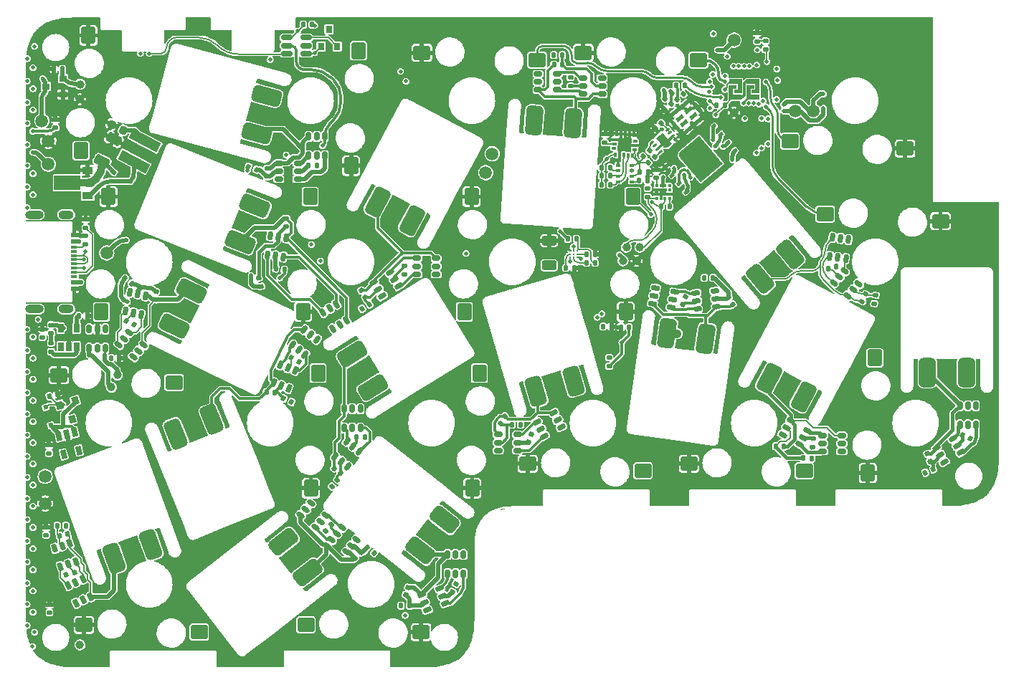
<source format=gbl>
G04 #@! TF.GenerationSoftware,KiCad,Pcbnew,(6.0.11-0)*
G04 #@! TF.CreationDate,2023-02-16T18:47:18+08:00*
G04 #@! TF.ProjectId,Right,52696768-742e-46b6-9963-61645f706362,rev?*
G04 #@! TF.SameCoordinates,Original*
G04 #@! TF.FileFunction,Copper,L4,Bot*
G04 #@! TF.FilePolarity,Positive*
%FSLAX46Y46*%
G04 Gerber Fmt 4.6, Leading zero omitted, Abs format (unit mm)*
G04 Created by KiCad (PCBNEW (6.0.11-0)) date 2023-02-16 18:47:18*
%MOMM*%
%LPD*%
G01*
G04 APERTURE LIST*
G04 Aperture macros list*
%AMRoundRect*
0 Rectangle with rounded corners*
0 $1 Rounding radius*
0 $2 $3 $4 $5 $6 $7 $8 $9 X,Y pos of 4 corners*
0 Add a 4 corners polygon primitive as box body*
4,1,4,$2,$3,$4,$5,$6,$7,$8,$9,$2,$3,0*
0 Add four circle primitives for the rounded corners*
1,1,$1+$1,$2,$3*
1,1,$1+$1,$4,$5*
1,1,$1+$1,$6,$7*
1,1,$1+$1,$8,$9*
0 Add four rect primitives between the rounded corners*
20,1,$1+$1,$2,$3,$4,$5,0*
20,1,$1+$1,$4,$5,$6,$7,0*
20,1,$1+$1,$6,$7,$8,$9,0*
20,1,$1+$1,$8,$9,$2,$3,0*%
%AMRotRect*
0 Rectangle, with rotation*
0 The origin of the aperture is its center*
0 $1 length*
0 $2 width*
0 $3 Rotation angle, in degrees counterclockwise*
0 Add horizontal line*
21,1,$1,$2,0,0,$3*%
%AMOutline4P*
0 Free polygon, 4 corners , with rotation*
0 The origin of the aperture is its center*
0 number of corners: always 4*
0 $1 to $8 corner X, Y*
0 $9 Rotation angle, in degrees counterclockwise*
0 create outline with 4 corners*
4,1,4,$1,$2,$3,$4,$5,$6,$7,$8,$1,$2,$9*%
%AMOutline5P*
0 Free polygon, 5 corners , with rotation*
0 The origin of the aperture is its center*
0 number of corners: always 5*
0 $1 to $10 corner X, Y*
0 $11 Rotation angle, in degrees counterclockwise*
0 create outline with 5 corners*
4,1,5,$1,$2,$3,$4,$5,$6,$7,$8,$9,$10,$1,$2,$11*%
%AMOutline6P*
0 Free polygon, 6 corners , with rotation*
0 The origin of the aperture is its center*
0 number of corners: always 6*
0 $1 to $12 corner X, Y*
0 $13 Rotation angle, in degrees counterclockwise*
0 create outline with 6 corners*
4,1,6,$1,$2,$3,$4,$5,$6,$7,$8,$9,$10,$11,$12,$1,$2,$13*%
%AMOutline7P*
0 Free polygon, 7 corners , with rotation*
0 The origin of the aperture is its center*
0 number of corners: always 7*
0 $1 to $14 corner X, Y*
0 $15 Rotation angle, in degrees counterclockwise*
0 create outline with 7 corners*
4,1,7,$1,$2,$3,$4,$5,$6,$7,$8,$9,$10,$11,$12,$13,$14,$1,$2,$15*%
%AMOutline8P*
0 Free polygon, 8 corners , with rotation*
0 The origin of the aperture is its center*
0 number of corners: always 8*
0 $1 to $16 corner X, Y*
0 $17 Rotation angle, in degrees counterclockwise*
0 create outline with 8 corners*
4,1,8,$1,$2,$3,$4,$5,$6,$7,$8,$9,$10,$11,$12,$13,$14,$15,$16,$1,$2,$17*%
%AMFreePoly0*
4,1,6,0.500000,-0.850000,-0.199999,-0.850000,-0.500000,-0.550000,-0.500000,0.850000,0.500000,0.850000,0.500000,-0.850000,0.500000,-0.850000,$1*%
%AMFreePoly1*
4,1,9,1.475000,0.375000,1.050000,0.375000,1.050000,0.775000,0.300000,0.775000,0.300000,-0.250000,-0.250000,-0.250000,-0.250000,1.250000,1.475000,1.250000,1.475000,0.375000,1.475000,0.375000,$1*%
%AMFreePoly2*
4,1,9,3.862500,-0.866500,0.737500,-0.866500,0.737500,-0.450000,-0.737500,-0.450000,-0.737500,0.450000,0.737500,0.450000,0.737500,0.866500,3.862500,0.866500,3.862500,-0.866500,3.862500,-0.866500,$1*%
G04 Aperture macros list end*
%ADD10C,0.038100*%
G04 #@! TA.AperFunction,SMDPad,CuDef*
%ADD11RoundRect,0.500000X-0.042321X-1.345626X0.897371X-1.003606X0.042321X1.345626X-0.897371X1.003606X0*%
G04 #@! TD*
G04 #@! TA.AperFunction,SMDPad,CuDef*
%ADD12RoundRect,0.500000X0.042321X1.345626X-0.897371X1.003606X-0.042321X-1.345626X0.897371X-1.003606X0*%
G04 #@! TD*
G04 #@! TA.AperFunction,SMDPad,CuDef*
%ADD13RoundRect,0.500000X-0.500000X-1.250000X0.500000X-1.250000X0.500000X1.250000X-0.500000X1.250000X0*%
G04 #@! TD*
G04 #@! TA.AperFunction,SMDPad,CuDef*
%ADD14RoundRect,0.500000X0.500000X1.250000X-0.500000X1.250000X-0.500000X-1.250000X0.500000X-1.250000X0*%
G04 #@! TD*
G04 #@! TA.AperFunction,SMDPad,CuDef*
%ADD15RoundRect,0.170000X0.680000X-0.830000X0.680000X0.830000X-0.680000X0.830000X-0.680000X-0.830000X0*%
G04 #@! TD*
G04 #@! TA.AperFunction,SMDPad,CuDef*
%ADD16RoundRect,0.170000X-0.680000X0.830000X-0.680000X-0.830000X0.680000X-0.830000X0.680000X0.830000X0*%
G04 #@! TD*
G04 #@! TA.AperFunction,SMDPad,CuDef*
%ADD17RoundRect,0.500000X-0.136084X-1.339396X0.825178X-1.063758X0.136084X1.339396X-0.825178X1.063758X0*%
G04 #@! TD*
G04 #@! TA.AperFunction,SMDPad,CuDef*
%ADD18RoundRect,0.500000X0.136084X1.339396X-0.825178X1.063758X-0.136084X-1.339396X0.825178X-1.063758X0*%
G04 #@! TD*
G04 #@! TA.AperFunction,SMDPad,CuDef*
%ADD19RoundRect,0.500000X1.292844X0.375571X0.677183X1.163582X-1.292844X-0.375571X-0.677183X-1.163582X0*%
G04 #@! TD*
G04 #@! TA.AperFunction,SMDPad,CuDef*
%ADD20RoundRect,0.500000X-1.292844X-0.375571X-0.677183X-1.163582X1.292844X0.375571X0.677183X1.163582X0*%
G04 #@! TD*
G04 #@! TA.AperFunction,SMDPad,CuDef*
%ADD21RoundRect,0.170000X0.830000X0.680000X-0.830000X0.680000X-0.830000X-0.680000X0.830000X-0.680000X0*%
G04 #@! TD*
G04 #@! TA.AperFunction,SMDPad,CuDef*
%ADD22RoundRect,0.170000X-0.830000X-0.680000X0.830000X-0.680000X0.830000X0.680000X-0.830000X0.680000X0*%
G04 #@! TD*
G04 #@! TA.AperFunction,SMDPad,CuDef*
%ADD23RoundRect,0.500000X0.669100X1.168249X-0.321168X1.307422X-0.669100X-1.168249X0.321168X-1.307422X0*%
G04 #@! TD*
G04 #@! TA.AperFunction,SMDPad,CuDef*
%ADD24RoundRect,0.500000X-0.669100X-1.168249X0.321168X-1.307422X0.669100X1.168249X-0.321168X1.307422X0*%
G04 #@! TD*
G04 #@! TA.AperFunction,SMDPad,CuDef*
%ADD25RoundRect,0.500000X-0.904307X0.997361X-1.342678X0.098567X0.904307X-0.997361X1.342678X-0.098567X0*%
G04 #@! TD*
G04 #@! TA.AperFunction,SMDPad,CuDef*
%ADD26RoundRect,0.500000X0.904307X-0.997361X1.342678X-0.098567X-0.904307X0.997361X-1.342678X0.098567X0*%
G04 #@! TD*
G04 #@! TA.AperFunction,SMDPad,CuDef*
%ADD27RoundRect,0.500000X-1.028313X-0.868949X-0.145366X-1.338420X1.028313X0.868949X0.145366X1.338420X0*%
G04 #@! TD*
G04 #@! TA.AperFunction,SMDPad,CuDef*
%ADD28RoundRect,0.500000X1.028313X0.868949X0.145366X1.338420X-1.028313X-0.868949X-0.145366X-1.338420X0*%
G04 #@! TD*
G04 #@! TA.AperFunction,SMDPad,CuDef*
%ADD29RoundRect,0.500000X0.585978X1.212077X-0.411586X1.281833X-0.585978X-1.212077X0.411586X-1.281833X0*%
G04 #@! TD*
G04 #@! TA.AperFunction,SMDPad,CuDef*
%ADD30RoundRect,0.500000X-0.585978X-1.212077X0.411586X-1.281833X0.585978X1.212077X-0.411586X1.281833X0*%
G04 #@! TD*
G04 #@! TA.AperFunction,SMDPad,CuDef*
%ADD31RoundRect,0.500000X0.420462X-1.278949X1.186507X-0.636162X-0.420462X1.278949X-1.186507X0.636162X0*%
G04 #@! TD*
G04 #@! TA.AperFunction,SMDPad,CuDef*
%ADD32RoundRect,0.500000X-0.420462X1.278949X-1.186507X0.636162X0.420462X-1.278949X1.186507X-0.636162X0*%
G04 #@! TD*
G04 #@! TA.AperFunction,SMDPad,CuDef*
%ADD33RoundRect,0.500000X0.677183X-1.163582X1.292844X-0.375571X-0.677183X1.163582X-1.292844X0.375571X0*%
G04 #@! TD*
G04 #@! TA.AperFunction,SMDPad,CuDef*
%ADD34RoundRect,0.500000X-0.677183X1.163582X-1.292844X0.375571X0.677183X-1.163582X1.292844X-0.375571X0*%
G04 #@! TD*
G04 #@! TA.AperFunction,SMDPad,CuDef*
%ADD35RoundRect,0.500000X-1.325020X-0.238375X-0.795100X-1.086423X1.325020X0.238375X0.795100X1.086423X0*%
G04 #@! TD*
G04 #@! TA.AperFunction,SMDPad,CuDef*
%ADD36RoundRect,0.500000X1.325020X0.238375X0.795100X1.086423X-1.325020X-0.238375X-0.795100X-1.086423X0*%
G04 #@! TD*
G04 #@! TA.AperFunction,SMDPad,CuDef*
%ADD37RoundRect,0.500000X0.971677X-0.931850X1.346283X-0.004666X-0.971677X0.931850X-1.346283X0.004666X0*%
G04 #@! TD*
G04 #@! TA.AperFunction,SMDPad,CuDef*
%ADD38RoundRect,0.500000X-0.971677X0.931850X-1.346283X0.004666X0.971677X-0.931850X1.346283X-0.004666X0*%
G04 #@! TD*
G04 #@! TA.AperFunction,SMDPad,CuDef*
%ADD39RoundRect,0.500000X-0.004666X1.346283X-0.931850X0.971677X0.004666X-1.346283X0.931850X-0.971677X0*%
G04 #@! TD*
G04 #@! TA.AperFunction,SMDPad,CuDef*
%ADD40RoundRect,0.500000X0.004666X-1.346283X0.931850X-0.971677X-0.004666X1.346283X-0.931850X0.971677X0*%
G04 #@! TD*
G04 #@! TA.AperFunction,SMDPad,CuDef*
%ADD41RoundRect,0.500000X1.077998X-0.806487X1.336817X0.159439X-1.077998X0.806487X-1.336817X-0.159439X0*%
G04 #@! TD*
G04 #@! TA.AperFunction,SMDPad,CuDef*
%ADD42RoundRect,0.500000X-1.077998X0.806487X-1.336817X-0.159439X1.077998X-0.806487X1.336817X0.159439X0*%
G04 #@! TD*
G04 #@! TA.AperFunction,SMDPad,CuDef*
%ADD43RoundRect,0.140000X0.213186X0.055243X-0.013339X0.219823X-0.213186X-0.055243X0.013339X-0.219823X0*%
G04 #@! TD*
G04 #@! TA.AperFunction,SMDPad,CuDef*
%ADD44RoundRect,0.150000X-0.150000X0.350000X-0.150000X-0.350000X0.150000X-0.350000X0.150000X0.350000X0*%
G04 #@! TD*
G04 #@! TA.AperFunction,SMDPad,CuDef*
%ADD45R,0.500000X0.350000*%
G04 #@! TD*
G04 #@! TA.AperFunction,SMDPad,CuDef*
%ADD46C,1.500000*%
G04 #@! TD*
G04 #@! TA.AperFunction,SMDPad,CuDef*
%ADD47RoundRect,0.135000X0.007516X-0.228896X0.220279X-0.062668X-0.007516X0.228896X-0.220279X0.062668X0*%
G04 #@! TD*
G04 #@! TA.AperFunction,SMDPad,CuDef*
%ADD48RoundRect,0.140000X-0.170000X0.140000X-0.170000X-0.140000X0.170000X-0.140000X0.170000X0.140000X0*%
G04 #@! TD*
G04 #@! TA.AperFunction,SMDPad,CuDef*
%ADD49RoundRect,0.135000X-0.185000X0.135000X-0.185000X-0.135000X0.185000X-0.135000X0.185000X0.135000X0*%
G04 #@! TD*
G04 #@! TA.AperFunction,SMDPad,CuDef*
%ADD50RoundRect,0.135000X0.215044X-0.078777X0.140622X0.180763X-0.215044X0.078777X-0.140622X-0.180763X0*%
G04 #@! TD*
G04 #@! TA.AperFunction,SMDPad,CuDef*
%ADD51C,1.000000*%
G04 #@! TD*
G04 #@! TA.AperFunction,SMDPad,CuDef*
%ADD52RoundRect,0.135000X0.135000X0.185000X-0.135000X0.185000X-0.135000X-0.185000X0.135000X-0.185000X0*%
G04 #@! TD*
G04 #@! TA.AperFunction,SMDPad,CuDef*
%ADD53RoundRect,0.150000X-0.332403X-0.185763X0.363762X-0.112593X0.332403X0.185763X-0.363762X0.112593X0*%
G04 #@! TD*
G04 #@! TA.AperFunction,SMDPad,CuDef*
%ADD54RoundRect,0.147500X0.172500X-0.147500X0.172500X0.147500X-0.172500X0.147500X-0.172500X-0.147500X0*%
G04 #@! TD*
G04 #@! TA.AperFunction,SMDPad,CuDef*
%ADD55RoundRect,0.135000X0.159433X0.164411X-0.107939X0.201988X-0.159433X-0.164411X0.107939X-0.201988X0*%
G04 #@! TD*
G04 #@! TA.AperFunction,SMDPad,CuDef*
%ADD56RoundRect,0.135000X-0.015500X0.228495X-0.222332X0.054942X0.015500X-0.228495X0.222332X-0.054942X0*%
G04 #@! TD*
G04 #@! TA.AperFunction,SMDPad,CuDef*
%ADD57RoundRect,0.135000X0.185000X-0.135000X0.185000X0.135000X-0.185000X0.135000X-0.185000X-0.135000X0*%
G04 #@! TD*
G04 #@! TA.AperFunction,SMDPad,CuDef*
%ADD58RoundRect,0.150000X0.312679X-0.217329X-0.058265X0.376305X-0.312679X0.217329X0.058265X-0.376305X0*%
G04 #@! TD*
G04 #@! TA.AperFunction,SMDPad,CuDef*
%ADD59RoundRect,0.140000X0.062649X-0.211128X0.219223X0.021002X-0.062649X0.211128X-0.219223X-0.021002X0*%
G04 #@! TD*
G04 #@! TA.AperFunction,SMDPad,CuDef*
%ADD60RoundRect,0.150000X0.097280X0.368153X-0.333683X-0.183455X-0.097280X-0.368153X0.333683X0.183455X0*%
G04 #@! TD*
G04 #@! TA.AperFunction,SMDPad,CuDef*
%ADD61R,0.650000X1.060000*%
G04 #@! TD*
G04 #@! TA.AperFunction,SMDPad,CuDef*
%ADD62RoundRect,0.135000X-0.135000X-0.185000X0.135000X-0.185000X0.135000X0.185000X-0.135000X0.185000X0*%
G04 #@! TD*
G04 #@! TA.AperFunction,SMDPad,CuDef*
%ADD63R,0.800000X0.540000*%
G04 #@! TD*
G04 #@! TA.AperFunction,SMDPad,CuDef*
%ADD64R,0.800000X0.300000*%
G04 #@! TD*
G04 #@! TA.AperFunction,ComponentPad*
%ADD65O,2.200000X1.000000*%
G04 #@! TD*
G04 #@! TA.AperFunction,ComponentPad*
%ADD66O,1.800000X1.000000*%
G04 #@! TD*
G04 #@! TA.AperFunction,SMDPad,CuDef*
%ADD67RoundRect,0.135000X-0.190132X-0.127670X0.063585X-0.220016X0.190132X0.127670X-0.063585X0.220016X0*%
G04 #@! TD*
G04 #@! TA.AperFunction,SMDPad,CuDef*
%ADD68R,0.800000X0.900000*%
G04 #@! TD*
G04 #@! TA.AperFunction,SMDPad,CuDef*
%ADD69RoundRect,0.150000X0.350000X0.150000X-0.350000X0.150000X-0.350000X-0.150000X0.350000X-0.150000X0*%
G04 #@! TD*
G04 #@! TA.AperFunction,SMDPad,CuDef*
%ADD70RoundRect,0.150000X0.228109X0.304904X-0.378109X-0.045096X-0.228109X-0.304904X0.378109X0.045096X0*%
G04 #@! TD*
G04 #@! TA.AperFunction,SMDPad,CuDef*
%ADD71RotRect,1.060000X0.650000X284.000000*%
G04 #@! TD*
G04 #@! TA.AperFunction,SMDPad,CuDef*
%ADD72RotRect,0.500000X0.500000X106.000000*%
G04 #@! TD*
G04 #@! TA.AperFunction,SMDPad,CuDef*
%ADD73RoundRect,0.087500X0.074208X-0.193147X0.100366X0.180940X-0.074208X0.193147X-0.100366X-0.180940X0*%
G04 #@! TD*
G04 #@! TA.AperFunction,SMDPad,CuDef*
%ADD74RoundRect,0.087500X0.180940X-0.100366X0.193147X0.074208X-0.180940X0.100366X-0.193147X-0.074208X0*%
G04 #@! TD*
G04 #@! TA.AperFunction,SMDPad,CuDef*
%ADD75RotRect,0.500000X0.500000X332.000000*%
G04 #@! TD*
G04 #@! TA.AperFunction,SMDPad,CuDef*
%ADD76RoundRect,0.140000X-0.148861X0.162297X-0.187830X-0.114978X0.148861X-0.162297X0.187830X0.114978X0*%
G04 #@! TD*
G04 #@! TA.AperFunction,SMDPad,CuDef*
%ADD77RoundRect,0.150000X-0.364534X0.110069X0.171697X-0.339882X0.364534X-0.110069X-0.171697X0.339882X0*%
G04 #@! TD*
G04 #@! TA.AperFunction,SMDPad,CuDef*
%ADD78RoundRect,0.150000X-0.373538X-0.073953X0.311165X-0.219491X0.373538X0.073953X-0.311165X0.219491X0*%
G04 #@! TD*
G04 #@! TA.AperFunction,SMDPad,CuDef*
%ADD79RoundRect,0.135000X-0.007516X0.228896X-0.220279X0.062668X0.007516X-0.228896X0.220279X-0.062668X0*%
G04 #@! TD*
G04 #@! TA.AperFunction,SMDPad,CuDef*
%ADD80RoundRect,0.140000X-0.140000X-0.170000X0.140000X-0.170000X0.140000X0.170000X-0.140000X0.170000X0*%
G04 #@! TD*
G04 #@! TA.AperFunction,SMDPad,CuDef*
%ADD81RoundRect,0.135000X-0.114096X0.198575X-0.223915X-0.048082X0.114096X-0.198575X0.223915X0.048082X0*%
G04 #@! TD*
G04 #@! TA.AperFunction,SMDPad,CuDef*
%ADD82RoundRect,0.250000X0.625000X-0.312500X0.625000X0.312500X-0.625000X0.312500X-0.625000X-0.312500X0*%
G04 #@! TD*
G04 #@! TA.AperFunction,SMDPad,CuDef*
%ADD83RoundRect,0.150000X0.217329X0.312679X-0.376305X-0.058265X-0.217329X-0.312679X0.376305X0.058265X0*%
G04 #@! TD*
G04 #@! TA.AperFunction,SMDPad,CuDef*
%ADD84RoundRect,0.135000X0.220279X0.062668X0.007516X0.228896X-0.220279X-0.062668X-0.007516X-0.228896X0*%
G04 #@! TD*
G04 #@! TA.AperFunction,SMDPad,CuDef*
%ADD85RotRect,1.200000X3.700000X242.000000*%
G04 #@! TD*
G04 #@! TA.AperFunction,SMDPad,CuDef*
%ADD86RoundRect,0.135000X-0.107097X0.202436X-0.225457X-0.040239X0.107097X-0.202436X0.225457X0.040239X0*%
G04 #@! TD*
G04 #@! TA.AperFunction,SMDPad,CuDef*
%ADD87RoundRect,0.150000X-0.360470X0.122724X0.159731X-0.345667X0.360470X-0.122724X-0.159731X0.345667X0*%
G04 #@! TD*
G04 #@! TA.AperFunction,SMDPad,CuDef*
%ADD88RoundRect,0.135000X0.202436X0.107097X-0.040239X0.225457X-0.202436X-0.107097X0.040239X-0.225457X0*%
G04 #@! TD*
G04 #@! TA.AperFunction,SMDPad,CuDef*
%ADD89RoundRect,0.150000X-0.350000X-0.150000X0.350000X-0.150000X0.350000X0.150000X-0.350000X0.150000X0*%
G04 #@! TD*
G04 #@! TA.AperFunction,SMDPad,CuDef*
%ADD90RoundRect,0.150000X-0.021247X0.380195X-0.260661X-0.277589X0.021247X-0.380195X0.260661X0.277589X0*%
G04 #@! TD*
G04 #@! TA.AperFunction,SMDPad,CuDef*
%ADD91Outline4P,-0.225000X0.475000X0.225000X0.475000X0.225000X-0.475000X-0.225000X-0.475000X310.000000*%
G04 #@! TD*
G04 #@! TA.AperFunction,SMDPad,CuDef*
%ADD92Outline6P,-0.225000X0.537500X-0.112500X0.650000X0.225000X0.650000X0.225000X-0.650000X-0.112500X-0.650000X-0.225000X-0.537500X220.000000*%
G04 #@! TD*
G04 #@! TA.AperFunction,SMDPad,CuDef*
%ADD93Outline6P,-0.225000X1.037500X-0.112500X1.150000X0.225000X1.150000X0.225000X-1.150000X-0.112500X-1.150000X-0.225000X-1.037500X130.000000*%
G04 #@! TD*
G04 #@! TA.AperFunction,SMDPad,CuDef*
%ADD94Outline6P,-0.225000X0.537500X-0.112500X0.650000X0.225000X0.650000X0.225000X-0.650000X-0.112500X-0.650000X-0.225000X-0.537500X40.000000*%
G04 #@! TD*
G04 #@! TA.AperFunction,SMDPad,CuDef*
%ADD95Outline6P,-0.225000X1.037500X-0.112500X1.150000X0.225000X1.150000X0.225000X-1.150000X-0.112500X-1.150000X-0.225000X-1.037500X310.000000*%
G04 #@! TD*
G04 #@! TA.AperFunction,SMDPad,CuDef*
%ADD96RoundRect,0.140000X0.140000X0.170000X-0.140000X0.170000X-0.140000X-0.170000X0.140000X-0.170000X0*%
G04 #@! TD*
G04 #@! TA.AperFunction,SMDPad,CuDef*
%ADD97RoundRect,0.150000X0.073953X-0.373538X0.219491X0.311165X-0.073953X0.373538X-0.219491X-0.311165X0*%
G04 #@! TD*
G04 #@! TA.AperFunction,SMDPad,CuDef*
%ADD98RoundRect,0.135000X0.086234X0.212164X-0.175745X0.146845X-0.086234X-0.212164X0.175745X-0.146845X0*%
G04 #@! TD*
G04 #@! TA.AperFunction,SMDPad,CuDef*
%ADD99RoundRect,0.135000X-0.055868X-0.222101X0.194472X-0.120957X0.055868X0.222101X-0.194472X0.120957X0*%
G04 #@! TD*
G04 #@! TA.AperFunction,SMDPad,CuDef*
%ADD100RoundRect,0.135000X-0.217958X-0.070317X0.000477X-0.229019X0.217958X0.070317X-0.000477X0.229019X0*%
G04 #@! TD*
G04 #@! TA.AperFunction,SMDPad,CuDef*
%ADD101RoundRect,0.150000X-0.099830X0.367470X-0.197251X-0.325718X0.099830X-0.367470X0.197251X0.325718X0*%
G04 #@! TD*
G04 #@! TA.AperFunction,SMDPad,CuDef*
%ADD102RoundRect,0.135000X0.198575X0.114096X-0.048082X0.223915X-0.198575X-0.114096X0.048082X-0.223915X0*%
G04 #@! TD*
G04 #@! TA.AperFunction,SMDPad,CuDef*
%ADD103R,0.375000X0.350000*%
G04 #@! TD*
G04 #@! TA.AperFunction,SMDPad,CuDef*
%ADD104R,0.350000X0.375000*%
G04 #@! TD*
G04 #@! TA.AperFunction,SMDPad,CuDef*
%ADD105RoundRect,0.140000X0.170000X-0.140000X0.170000X0.140000X-0.170000X0.140000X-0.170000X-0.140000X0*%
G04 #@! TD*
G04 #@! TA.AperFunction,SMDPad,CuDef*
%ADD106RoundRect,0.225000X0.311821X0.126065X-0.092636X0.323332X-0.311821X-0.126065X0.092636X-0.323332X0*%
G04 #@! TD*
G04 #@! TA.AperFunction,SMDPad,CuDef*
%ADD107RoundRect,0.150000X0.279390X-0.258730X-0.005326X0.380751X-0.279390X0.258730X0.005326X-0.380751X0*%
G04 #@! TD*
G04 #@! TA.AperFunction,SMDPad,CuDef*
%ADD108RoundRect,0.140000X0.207631X-0.073414X0.111865X0.189700X-0.207631X0.073414X-0.111865X-0.189700X0*%
G04 #@! TD*
G04 #@! TA.AperFunction,SMDPad,CuDef*
%ADD109RoundRect,0.135000X0.194472X0.120957X-0.055868X0.222101X-0.194472X-0.120957X0.055868X-0.222101X0*%
G04 #@! TD*
G04 #@! TA.AperFunction,SMDPad,CuDef*
%ADD110RoundRect,0.150000X0.364534X-0.110069X-0.171697X0.339882X-0.364534X0.110069X0.171697X-0.339882X0*%
G04 #@! TD*
G04 #@! TA.AperFunction,SMDPad,CuDef*
%ADD111RoundRect,0.140000X0.118417X-0.185681X0.204942X0.080615X-0.118417X0.185681X-0.204942X-0.080615X0*%
G04 #@! TD*
G04 #@! TA.AperFunction,SMDPad,CuDef*
%ADD112R,0.900000X0.800000*%
G04 #@! TD*
G04 #@! TA.AperFunction,SMDPad,CuDef*
%ADD113RoundRect,0.135000X0.164411X-0.159433X0.201988X0.107939X-0.164411X0.159433X-0.201988X-0.107939X0*%
G04 #@! TD*
G04 #@! TA.AperFunction,SMDPad,CuDef*
%ADD114RoundRect,0.135000X0.175132X-0.147576X0.193966X0.121766X-0.175132X0.147576X-0.193966X-0.121766X0*%
G04 #@! TD*
G04 #@! TA.AperFunction,SMDPad,CuDef*
%ADD115RoundRect,0.150000X0.250814X-0.286517X0.034503X0.379222X-0.250814X0.286517X-0.034503X-0.379222X0*%
G04 #@! TD*
G04 #@! TA.AperFunction,SMDPad,CuDef*
%ADD116RoundRect,0.135000X0.141374X0.180176X-0.128461X0.189599X-0.141374X-0.180176X0.128461X-0.189599X0*%
G04 #@! TD*
G04 #@! TA.AperFunction,SMDPad,CuDef*
%ADD117C,0.270000*%
G04 #@! TD*
G04 #@! TA.AperFunction,SMDPad,CuDef*
%ADD118RoundRect,0.140000X-0.091423X0.200354X-0.214167X-0.051308X0.091423X-0.200354X0.214167X0.051308X0*%
G04 #@! TD*
G04 #@! TA.AperFunction,SMDPad,CuDef*
%ADD119RoundRect,0.135000X-0.071224X-0.217663X0.185561X-0.134228X0.071224X0.217663X-0.185561X0.134228X0*%
G04 #@! TD*
G04 #@! TA.AperFunction,SMDPad,CuDef*
%ADD120RotRect,0.550000X0.250000X40.000000*%
G04 #@! TD*
G04 #@! TA.AperFunction,SMDPad,CuDef*
%ADD121RotRect,0.550000X0.250000X220.000000*%
G04 #@! TD*
G04 #@! TA.AperFunction,SMDPad,CuDef*
%ADD122FreePoly0,40.000000*%
G04 #@! TD*
G04 #@! TA.AperFunction,SMDPad,CuDef*
%ADD123RoundRect,0.150000X0.378109X-0.045096X-0.228109X0.304904X-0.378109X0.045096X0.228109X-0.304904X0*%
G04 #@! TD*
G04 #@! TA.AperFunction,SMDPad,CuDef*
%ADD124RoundRect,0.135000X0.062668X-0.220279X0.228896X-0.007516X-0.062668X0.220279X-0.228896X0.007516X0*%
G04 #@! TD*
G04 #@! TA.AperFunction,SMDPad,CuDef*
%ADD125RotRect,0.900000X0.800000X286.000000*%
G04 #@! TD*
G04 #@! TA.AperFunction,SMDPad,CuDef*
%ADD126FreePoly1,90.000000*%
G04 #@! TD*
G04 #@! TA.AperFunction,SMDPad,CuDef*
%ADD127FreePoly1,270.000000*%
G04 #@! TD*
G04 #@! TA.AperFunction,SMDPad,CuDef*
%ADD128RoundRect,0.150000X0.238611X0.296757X-0.379452X-0.031873X-0.238611X-0.296757X0.379452X0.031873X0*%
G04 #@! TD*
G04 #@! TA.AperFunction,SMDPad,CuDef*
%ADD129RoundRect,0.140000X-0.101596X-0.195393X0.172286X-0.137177X0.101596X0.195393X-0.172286X0.137177X0*%
G04 #@! TD*
G04 #@! TA.AperFunction,SMDPad,CuDef*
%ADD130RoundRect,0.140000X0.157003X0.154435X-0.121463X0.183703X-0.157003X-0.154435X0.121463X-0.183703X0*%
G04 #@! TD*
G04 #@! TA.AperFunction,SMDPad,CuDef*
%ADD131RoundRect,0.140000X-0.002028X0.220218X-0.216520X0.040237X0.002028X-0.220218X0.216520X-0.040237X0*%
G04 #@! TD*
G04 #@! TA.AperFunction,SMDPad,CuDef*
%ADD132RoundRect,0.140000X0.165011X-0.145848X0.174782X0.133982X-0.165011X0.145848X-0.174782X-0.133982X0*%
G04 #@! TD*
G04 #@! TA.AperFunction,SMDPad,CuDef*
%ADD133RoundRect,0.147500X-0.172500X0.147500X-0.172500X-0.147500X0.172500X-0.147500X0.172500X0.147500X0*%
G04 #@! TD*
G04 #@! TA.AperFunction,SMDPad,CuDef*
%ADD134RoundRect,0.135000X-0.134228X0.185561X-0.217663X-0.071224X0.134228X-0.185561X0.217663X0.071224X0*%
G04 #@! TD*
G04 #@! TA.AperFunction,SMDPad,CuDef*
%ADD135RoundRect,0.135000X0.158747X-0.165074X0.205632X0.100824X-0.158747X0.165074X-0.205632X-0.100824X0*%
G04 #@! TD*
G04 #@! TA.AperFunction,SMDPad,CuDef*
%ADD136RoundRect,0.140000X-0.025036X0.218799X-0.219540X0.017384X0.025036X-0.218799X0.219540X-0.017384X0*%
G04 #@! TD*
G04 #@! TA.AperFunction,SMDPad,CuDef*
%ADD137RoundRect,0.135000X0.047149X-0.224114X0.227814X-0.023465X-0.047149X0.224114X-0.227814X0.023465X0*%
G04 #@! TD*
G04 #@! TA.AperFunction,SMDPad,CuDef*
%ADD138R,1.300000X0.900000*%
G04 #@! TD*
G04 #@! TA.AperFunction,SMDPad,CuDef*
%ADD139FreePoly2,180.000000*%
G04 #@! TD*
G04 #@! TA.AperFunction,SMDPad,CuDef*
%ADD140RoundRect,0.150000X0.099830X-0.367470X0.197251X0.325718X-0.099830X0.367470X-0.197251X-0.325718X0*%
G04 #@! TD*
G04 #@! TA.AperFunction,SMDPad,CuDef*
%ADD141RoundRect,0.140000X-0.145848X-0.165011X0.133982X-0.174782X0.145848X0.165011X-0.133982X0.174782X0*%
G04 #@! TD*
G04 #@! TA.AperFunction,SMDPad,CuDef*
%ADD142RoundRect,0.140000X-0.217224X0.036244X-0.077224X-0.206244X0.217224X-0.036244X0.077224X0.206244X0*%
G04 #@! TD*
G04 #@! TA.AperFunction,SMDPad,CuDef*
%ADD143RoundRect,0.140000X0.217224X-0.036244X0.077224X0.206244X-0.217224X0.036244X-0.077224X-0.206244X0*%
G04 #@! TD*
G04 #@! TA.AperFunction,SMDPad,CuDef*
%ADD144RoundRect,0.150000X0.277589X0.260661X-0.380195X0.021247X-0.277589X-0.260661X0.380195X-0.021247X0*%
G04 #@! TD*
G04 #@! TA.AperFunction,SMDPad,CuDef*
%ADD145RoundRect,0.135000X-0.078777X-0.215044X0.180763X-0.140622X0.078777X0.215044X-0.180763X0.140622X0*%
G04 #@! TD*
G04 #@! TA.AperFunction,SMDPad,CuDef*
%ADD146Outline5P,-0.200000X0.260000X-0.160000X0.300000X0.200000X0.300000X0.200000X-0.300000X-0.200000X-0.300000X310.000000*%
G04 #@! TD*
G04 #@! TA.AperFunction,SMDPad,CuDef*
%ADD147Outline5P,-1.700000X1.810000X-1.360000X2.150000X1.700000X2.150000X1.700000X-2.150000X-1.700000X-2.150000X40.000000*%
G04 #@! TD*
G04 #@! TA.AperFunction,SMDPad,CuDef*
%ADD148RoundRect,0.135000X0.206050X0.099967X-0.032346X0.226724X-0.206050X-0.099967X0.032346X-0.226724X0*%
G04 #@! TD*
G04 #@! TA.AperFunction,SMDPad,CuDef*
%ADD149RoundRect,0.135000X-0.024413X-0.227715X0.209413X-0.092715X0.024413X0.227715X-0.209413X0.092715X0*%
G04 #@! TD*
G04 #@! TA.AperFunction,SMDPad,CuDef*
%ADD150RoundRect,0.150000X-0.512500X-0.150000X0.512500X-0.150000X0.512500X0.150000X-0.512500X0.150000X0*%
G04 #@! TD*
G04 #@! TA.AperFunction,SMDPad,CuDef*
%ADD151RoundRect,0.250000X0.421338X-0.592114X0.726494X-0.018199X-0.421338X0.592114X-0.726494X0.018199X0*%
G04 #@! TD*
G04 #@! TA.AperFunction,ViaPad*
%ADD152C,1.000000*%
G04 #@! TD*
G04 #@! TA.AperFunction,ViaPad*
%ADD153C,0.500000*%
G04 #@! TD*
G04 #@! TA.AperFunction,ViaPad*
%ADD154C,0.540000*%
G04 #@! TD*
G04 #@! TA.AperFunction,Conductor*
%ADD155C,0.500000*%
G04 #@! TD*
G04 #@! TA.AperFunction,Conductor*
%ADD156C,0.300000*%
G04 #@! TD*
G04 #@! TA.AperFunction,Conductor*
%ADD157C,0.150000*%
G04 #@! TD*
G04 #@! TA.AperFunction,Conductor*
%ADD158C,1.000000*%
G04 #@! TD*
G04 #@! TA.AperFunction,Conductor*
%ADD159C,0.200000*%
G04 #@! TD*
G04 #@! TA.AperFunction,Conductor*
%ADD160C,0.400000*%
G04 #@! TD*
G04 #@! TA.AperFunction,Conductor*
%ADD161C,0.350000*%
G04 #@! TD*
G04 #@! TA.AperFunction,Conductor*
%ADD162C,0.900000*%
G04 #@! TD*
G04 #@! TA.AperFunction,Conductor*
%ADD163C,0.540000*%
G04 #@! TD*
G04 #@! TA.AperFunction,Conductor*
%ADD164C,0.250000*%
G04 #@! TD*
G04 APERTURE END LIST*
D10*
X112832752Y-104084787D02*
X112791156Y-104092088D01*
X112749768Y-104099620D01*
X112708585Y-104107384D01*
X112667610Y-104115379D01*
X112626841Y-104123606D01*
X112586279Y-104132065D01*
X112545924Y-104140757D01*
X112505775Y-104149681D01*
X112465834Y-104158838D01*
X112426101Y-104168229D01*
X112399727Y-104174620D01*
D11*
X66816538Y-109941288D03*
D12*
X71139124Y-108367995D03*
D13*
X162841859Y-87981942D03*
D14*
X167441859Y-87981942D03*
D15*
X89123752Y-80830547D03*
D16*
X89973752Y-67229465D03*
D15*
X127223752Y-80830547D03*
D16*
X128073752Y-67229465D03*
D17*
X116623184Y-90260354D03*
D18*
X121044988Y-88992422D03*
D19*
X89655214Y-111656978D03*
D20*
X86823172Y-108032129D03*
D21*
X148299293Y-99630006D03*
D22*
X134698211Y-98780006D03*
D23*
X136663190Y-84003607D03*
D24*
X132107957Y-83363411D03*
D22*
X150785711Y-69280000D03*
D21*
X164386793Y-70130000D03*
D22*
X103160711Y-50230006D03*
D21*
X116761793Y-51080006D03*
D25*
X75942780Y-78385630D03*
D26*
X73926272Y-82520082D03*
D27*
X144164886Y-88720732D03*
D28*
X148226445Y-90880301D03*
D29*
X121003042Y-58544235D03*
D30*
X116414248Y-58223355D03*
D21*
X129249293Y-99630006D03*
D22*
X115648211Y-98780006D03*
D21*
X76861791Y-118680000D03*
D22*
X63260709Y-117830000D03*
D31*
X143107109Y-76965428D03*
D32*
X146630913Y-74008605D03*
D22*
X122210711Y-50230006D03*
D21*
X135811793Y-51080006D03*
D33*
X102977176Y-109041008D03*
D34*
X105809218Y-105416158D03*
D21*
X160205543Y-61530006D03*
D22*
X146604461Y-60680006D03*
D35*
X94953949Y-85852365D03*
D36*
X97391577Y-89753386D03*
D21*
X103055541Y-118680000D03*
D22*
X89454459Y-117830000D03*
D15*
X155798752Y-99880547D03*
D16*
X156648752Y-86279465D03*
D37*
X81715740Y-72592344D03*
D38*
X83438930Y-68327298D03*
D15*
X108173750Y-80830541D03*
D16*
X109023750Y-67229459D03*
D39*
X78358776Y-93555336D03*
D40*
X74093730Y-95278526D03*
D15*
X62930002Y-61780541D03*
D16*
X63780002Y-48179459D03*
X95661252Y-49979465D03*
D15*
X94811252Y-63580547D03*
D16*
X90898752Y-88079465D03*
D15*
X90048752Y-101680547D03*
D16*
X109948752Y-88079465D03*
D15*
X109098752Y-101680547D03*
D22*
X60298211Y-88330006D03*
D21*
X73899293Y-89180006D03*
D27*
X97942359Y-67877943D03*
D28*
X102003918Y-70037512D03*
D15*
X65311252Y-80830547D03*
D16*
X66161252Y-67229465D03*
D41*
X83616176Y-59752580D03*
D42*
X84806743Y-55309322D03*
D43*
X93568328Y-99892137D03*
X92791672Y-99327863D03*
D44*
X166670000Y-91932500D03*
X167620000Y-91932500D03*
X168570000Y-91932500D03*
X168570000Y-94207500D03*
X167620000Y-94207500D03*
X166670000Y-94207500D03*
D45*
X126320000Y-63515000D03*
X126320000Y-64165000D03*
X126320000Y-64815000D03*
X126320000Y-65465000D03*
X127920000Y-65465000D03*
X127920000Y-64815000D03*
X127920000Y-64165000D03*
X127920000Y-63515000D03*
D46*
X147280000Y-57130000D03*
D47*
X131838115Y-55633987D03*
X132641885Y-55006013D03*
D48*
X58350000Y-82895000D03*
X58350000Y-83855000D03*
D49*
X59380000Y-84510000D03*
X59380000Y-85530000D03*
D50*
X84160575Y-77830243D03*
X83879425Y-76849757D03*
D51*
X62780002Y-120180006D03*
D52*
X61110000Y-106100000D03*
X60090000Y-106100000D03*
D53*
X135682922Y-80494929D03*
X135583620Y-79550133D03*
X135484318Y-78605337D03*
X137746856Y-78367535D03*
X137846158Y-79312331D03*
X137945460Y-80257127D03*
D54*
X59380000Y-83365000D03*
X59380000Y-82395000D03*
D55*
X86915037Y-75860978D03*
X85904963Y-75719022D03*
D56*
X134010683Y-55112178D03*
X133229317Y-55767822D03*
D57*
X63440000Y-72830000D03*
X63440000Y-71810000D03*
D58*
X94278429Y-81861231D03*
X93472783Y-82364655D03*
X92667137Y-82868078D03*
X91461571Y-80938769D03*
X92267217Y-80435345D03*
X93072863Y-79931922D03*
D59*
X112411587Y-93987938D03*
X112948413Y-93192062D03*
D44*
X63880000Y-82862500D03*
X64830000Y-82862500D03*
X65780000Y-82862500D03*
X65780000Y-85137500D03*
X64830000Y-85137500D03*
X63880000Y-85137500D03*
D60*
X89261705Y-82938759D03*
X90010315Y-83523638D03*
X90758925Y-84108516D03*
X89358295Y-85901241D03*
X88609685Y-85316362D03*
X87861075Y-84731484D03*
D61*
X62400000Y-84990000D03*
X61450000Y-84990000D03*
X60500000Y-84990000D03*
X60500000Y-82790000D03*
X62400000Y-82790000D03*
D52*
X96460000Y-95640000D03*
X95440000Y-95640000D03*
D51*
X127300000Y-73200000D03*
D62*
X136510000Y-76810000D03*
X137530000Y-76810000D03*
D63*
X62069184Y-71731211D03*
X62069184Y-78131211D03*
X62069184Y-72531211D03*
X62069184Y-77331211D03*
D64*
X62069184Y-76181211D03*
X62069184Y-75181211D03*
X62069184Y-74681211D03*
X62069184Y-73681211D03*
X62069184Y-73181211D03*
X62069184Y-74181211D03*
X62069184Y-75681211D03*
X62069184Y-76689211D03*
D65*
X57369184Y-69355911D03*
X57369184Y-80506511D03*
D66*
X61169184Y-80506811D03*
X61169184Y-69355911D03*
D67*
X82660757Y-63675570D03*
X83619243Y-64024430D03*
D68*
X93150000Y-49460000D03*
X91250000Y-49460000D03*
X92200000Y-47460000D03*
D69*
X104837500Y-74510000D03*
X104837500Y-75460000D03*
X104837500Y-76410000D03*
X102562500Y-76410000D03*
X102562500Y-75460000D03*
X102562500Y-74510000D03*
D56*
X130660683Y-62542178D03*
X129879317Y-63197822D03*
D70*
X165860104Y-95808526D03*
X166335104Y-96631250D03*
X166810104Y-97453974D03*
X164839896Y-98591474D03*
X164364896Y-97768750D03*
X163889896Y-96946026D03*
D71*
X60312105Y-95542501D03*
X61233886Y-95312675D03*
X62155667Y-95082849D03*
X62687895Y-97217499D03*
X60844333Y-97677151D03*
D72*
X59342365Y-94237234D03*
X58735963Y-92122458D03*
D48*
X58790000Y-106270000D03*
X58790000Y-107230000D03*
D73*
X128002112Y-62381772D03*
X127503330Y-62346894D03*
X127004548Y-62312016D03*
X126505766Y-62277138D03*
X126006984Y-62242259D03*
D74*
X125833106Y-61503330D03*
X125867984Y-61004548D03*
X125902862Y-60505766D03*
D73*
X126177888Y-59798228D03*
X126676670Y-59833106D03*
X127175452Y-59867984D03*
X127674234Y-59902862D03*
X128173016Y-59937741D03*
D74*
X128346894Y-60676670D03*
X128312016Y-61175452D03*
X128277138Y-61674234D03*
D49*
X120700000Y-53150000D03*
X120700000Y-54170000D03*
D62*
X100690000Y-115540000D03*
X101710000Y-115540000D03*
D75*
X66808758Y-64363581D03*
X68751242Y-65396419D03*
D76*
X71776803Y-78444671D03*
X71643197Y-79395329D03*
D77*
X92497249Y-107757658D03*
X93107897Y-107029916D03*
X93718546Y-106302174D03*
X95461297Y-107764516D03*
X94850649Y-108492258D03*
X94240000Y-109220000D03*
D46*
X58680002Y-100280006D03*
D78*
X130369841Y-79862741D03*
X130567357Y-78933500D03*
X130764873Y-78004260D03*
X132990159Y-78477259D03*
X132792643Y-79406500D03*
X132595127Y-80335740D03*
D79*
X132601885Y-56296013D03*
X131798115Y-56923987D03*
D80*
X122620000Y-74025000D03*
X123580000Y-74025000D03*
D81*
X134320002Y-79059999D03*
X133905130Y-79991815D03*
D82*
X118175000Y-75337500D03*
X118175000Y-72412500D03*
D83*
X99411231Y-76181571D03*
X99914655Y-76987217D03*
X100418078Y-77792863D03*
X98488769Y-78998429D03*
X97985345Y-78192783D03*
X97481922Y-77387137D03*
D56*
X130040683Y-61802178D03*
X129259317Y-62457822D03*
D44*
X93990000Y-92292500D03*
X94940000Y-92292500D03*
X95890000Y-92292500D03*
X95890000Y-94567500D03*
X94940000Y-94567500D03*
X93990000Y-94567500D03*
D84*
X97511885Y-109333987D03*
X96708115Y-108706013D03*
D85*
X70467260Y-60613873D03*
X69152740Y-63086127D03*
D46*
X111459402Y-62159524D03*
D86*
X107193571Y-112991621D03*
X106746433Y-113908391D03*
D87*
X151769001Y-77414858D03*
X152404675Y-76708870D03*
X153040349Y-76002882D03*
X154731003Y-77525154D03*
X154095329Y-78231142D03*
X153459655Y-78937130D03*
D52*
X125410000Y-64770000D03*
X124390000Y-64770000D03*
D51*
X140000015Y-57305139D03*
D52*
X129810000Y-65300000D03*
X128790000Y-65300000D03*
D80*
X66470000Y-86300000D03*
X67430000Y-86300000D03*
D88*
X69168385Y-82343569D03*
X68251615Y-81896431D03*
D52*
X60710000Y-52140000D03*
X59690000Y-52140000D03*
D62*
X62620000Y-81310000D03*
X63640000Y-81310000D03*
D89*
X116862500Y-54610000D03*
X116862500Y-53660000D03*
X116862500Y-52710000D03*
X119137500Y-52710000D03*
X119137500Y-53660000D03*
X119137500Y-54610000D03*
D90*
X86446340Y-87106181D03*
X87339048Y-87431100D03*
X88231756Y-87756019D03*
X87453660Y-89893819D03*
X86560952Y-89568900D03*
X85668244Y-89243981D03*
D91*
X133609735Y-57918313D03*
X134643895Y-57050549D03*
X135190265Y-57701687D03*
X134156105Y-58569451D03*
D92*
X133107300Y-58894704D03*
D93*
X133618748Y-56801154D03*
D94*
X135692700Y-56725296D03*
D95*
X135219554Y-58786707D03*
D96*
X125530000Y-82575000D03*
X124570000Y-82575000D03*
D97*
X70042741Y-81160159D03*
X69113500Y-80962643D03*
X68184260Y-80765127D03*
X68657259Y-78539841D03*
X69586500Y-78737357D03*
X70515740Y-78934873D03*
D98*
X152104853Y-75456626D03*
X151115151Y-75703386D03*
D52*
X123610000Y-75050000D03*
X122590000Y-75050000D03*
D99*
X162577136Y-99841049D03*
X163522864Y-99458951D03*
D100*
X68087401Y-76880230D03*
X68912599Y-77479770D03*
D101*
X151647557Y-72031362D03*
X152588311Y-72163576D03*
X153529066Y-72295791D03*
X153212447Y-74548650D03*
X152271693Y-74416436D03*
X151330938Y-74284221D03*
D52*
X90730000Y-63570000D03*
X89710000Y-63570000D03*
D102*
X87755908Y-91487436D03*
X86824092Y-91072564D03*
D80*
X126645000Y-82650000D03*
X127605000Y-82650000D03*
D103*
X130857500Y-67410000D03*
X130857500Y-66910000D03*
X130857500Y-66410000D03*
X130857500Y-65910000D03*
D104*
X131370000Y-65897500D03*
X131870000Y-65897500D03*
D103*
X132382500Y-65910000D03*
X132382500Y-66410000D03*
X132382500Y-66910000D03*
X132382500Y-67410000D03*
D104*
X131870000Y-67422500D03*
X131370000Y-67422500D03*
D105*
X87160000Y-70760000D03*
X87160000Y-69800000D03*
D106*
X67926565Y-59369738D03*
X66533435Y-58690262D03*
D107*
X64050531Y-114492758D03*
X63182663Y-114879158D03*
X62314795Y-115265558D03*
X61389469Y-113187242D03*
X62257337Y-112800842D03*
X63125205Y-112414442D03*
D108*
X163154170Y-98511052D03*
X162825830Y-97608948D03*
D51*
X62808824Y-53942304D03*
D69*
X88527500Y-63260000D03*
X88527500Y-64210000D03*
X88527500Y-65160000D03*
X86252500Y-65160000D03*
X86252500Y-64210000D03*
X86252500Y-63260000D03*
D109*
X167922864Y-95781049D03*
X166977136Y-95398951D03*
D51*
X67200000Y-88300000D03*
D110*
X70312024Y-84733429D03*
X69701376Y-85461171D03*
X69090727Y-86188913D03*
X67347976Y-84726571D03*
X67958624Y-83998829D03*
X68569273Y-83271087D03*
D77*
X88837249Y-104877658D03*
X89447897Y-104149916D03*
X90058546Y-103422174D03*
X91801297Y-104884516D03*
X91190649Y-105612258D03*
X90580000Y-106340000D03*
D51*
X66498613Y-89738072D03*
D111*
X101241672Y-114296507D03*
X101538328Y-113383493D03*
D112*
X60760000Y-53270000D03*
X60760000Y-55170000D03*
X58760000Y-54220000D03*
D46*
X59055002Y-63400736D03*
D44*
X106180000Y-109502500D03*
X107130000Y-109502500D03*
X108080000Y-109502500D03*
X108080000Y-111777500D03*
X107130000Y-111777500D03*
X106180000Y-111777500D03*
D113*
X149249024Y-96785043D03*
X149390980Y-95774969D03*
D49*
X125270000Y-86250000D03*
X125270000Y-87270000D03*
D114*
X124754424Y-60848758D03*
X124825576Y-59831242D03*
D96*
X119710000Y-51610000D03*
X118750000Y-51610000D03*
D46*
X149380000Y-57130000D03*
D115*
X62295011Y-110358261D03*
X61391507Y-110651827D03*
X60488003Y-110945393D03*
X59784989Y-108781739D03*
X60688493Y-108488173D03*
X61591997Y-108194607D03*
D116*
X149189689Y-98157805D03*
X148170311Y-98122207D03*
D117*
X121475000Y-73625000D03*
X121075000Y-73625000D03*
X120675000Y-73625000D03*
X121475000Y-74025000D03*
X121075000Y-74025000D03*
X120675000Y-74025000D03*
X121475000Y-74425000D03*
X121075000Y-74425000D03*
X120675000Y-74425000D03*
D46*
X140017502Y-48736256D03*
D118*
X155570420Y-78738585D03*
X155149584Y-79601427D03*
D119*
X61144961Y-111927599D03*
X62115039Y-111612401D03*
D120*
X131301988Y-61959809D03*
X130980595Y-61576787D03*
X130659201Y-61193764D03*
D121*
X130337807Y-60810742D03*
D120*
X132138012Y-59300191D03*
X132459405Y-59683213D03*
X132780799Y-60066236D03*
X133102193Y-60449258D03*
D122*
X131720000Y-60630000D03*
D123*
X148680104Y-94866026D03*
X148205104Y-95688750D03*
X147730104Y-96511474D03*
X145759896Y-95373974D03*
X146234896Y-94551250D03*
X146709896Y-93728526D03*
D57*
X63460000Y-70920000D03*
X63460000Y-69900000D03*
D62*
X118720000Y-50500000D03*
X119740000Y-50500000D03*
D48*
X59880002Y-58120006D03*
X59880002Y-59080006D03*
D124*
X92546013Y-101481885D03*
X93173987Y-100678115D03*
D125*
X60391164Y-91870594D03*
X62217561Y-91346883D03*
X61855637Y-93531262D03*
D126*
X140670000Y-55535000D03*
D127*
X139670000Y-53585000D03*
D89*
X122152500Y-55110000D03*
X122152500Y-54160000D03*
X122152500Y-53210000D03*
X124427500Y-53210000D03*
X124427500Y-54160000D03*
X124427500Y-55110000D03*
D69*
X152737500Y-95430000D03*
X152737500Y-96380000D03*
X152737500Y-97330000D03*
X150462500Y-97330000D03*
X150462500Y-96380000D03*
X150462500Y-95430000D03*
X114447500Y-95330000D03*
X114447500Y-96280000D03*
X114447500Y-97230000D03*
X112172500Y-97230000D03*
X112172500Y-96280000D03*
X112172500Y-95330000D03*
D128*
X118738355Y-92777176D03*
X119184353Y-93615976D03*
X119630351Y-94454776D03*
X117621645Y-95522824D03*
X117175647Y-94684024D03*
X116729649Y-93845224D03*
D105*
X130810000Y-65030000D03*
X130810000Y-64070000D03*
D129*
X60340489Y-107289798D03*
X61279511Y-107090202D03*
D130*
X85757371Y-90430174D03*
X84802629Y-90329826D03*
D52*
X134180000Y-54080000D03*
X133160000Y-54080000D03*
D57*
X129830000Y-67270000D03*
X129830000Y-66250000D03*
D131*
X131437701Y-58541462D03*
X130702299Y-59158538D03*
D132*
X84853248Y-64859708D03*
X84886752Y-63900292D03*
D133*
X143730000Y-48855000D03*
X143730000Y-49825000D03*
D51*
X128500000Y-74800000D03*
D134*
X116047599Y-95264961D03*
X115732401Y-96235039D03*
D135*
X156571439Y-79882252D03*
X156748561Y-78877748D03*
D136*
X95913436Y-109274717D03*
X95246564Y-109965283D03*
D137*
X91778016Y-106740091D03*
X92460530Y-105982083D03*
D96*
X129840000Y-64300000D03*
X128880000Y-64300000D03*
D138*
X63700000Y-64100000D03*
D139*
X63612500Y-65600000D03*
D138*
X63700000Y-67100000D03*
D57*
X142740000Y-48900000D03*
X142740000Y-47880000D03*
D62*
X89160000Y-46910000D03*
X90180000Y-46910000D03*
D140*
X86822445Y-74358644D03*
X85881691Y-74226430D03*
X84940936Y-74094215D03*
X85257555Y-71841356D03*
X86198309Y-71973570D03*
X87139064Y-72105785D03*
D141*
X144940292Y-96723248D03*
X145899708Y-96756752D03*
D52*
X114800000Y-94170000D03*
X113780000Y-94170000D03*
D46*
X59055002Y-60642506D03*
D142*
X139360000Y-79134308D03*
X139840000Y-79965692D03*
D143*
X96480000Y-79125692D03*
X96000000Y-78294308D03*
D51*
X128900000Y-73199992D03*
D96*
X121130000Y-75650000D03*
X120170000Y-75650000D03*
D62*
X131380000Y-68390000D03*
X132400000Y-68390000D03*
D44*
X89790000Y-60117500D03*
X90740000Y-60117500D03*
X91690000Y-60117500D03*
X91690000Y-62392500D03*
X90740000Y-62392500D03*
X89790000Y-62392500D03*
D48*
X59130000Y-96600000D03*
X59130000Y-97560000D03*
D144*
X105273981Y-113518244D03*
X105598900Y-114410952D03*
X105923819Y-115303660D03*
X103786019Y-116081756D03*
X103461100Y-115189048D03*
X103136181Y-114296340D03*
D51*
X62773851Y-55708421D03*
D145*
X59169757Y-90810575D03*
X60150243Y-90529425D03*
D146*
X134341844Y-66647670D03*
X133525503Y-65674794D03*
X132709163Y-64701917D03*
X131877502Y-63741897D03*
X137622835Y-58920990D03*
X138454497Y-59881010D03*
X139270837Y-60853887D03*
X140087177Y-61826763D03*
D147*
X135990000Y-62777902D03*
D52*
X125390000Y-65820000D03*
X124370000Y-65820000D03*
D148*
X88630305Y-86739436D03*
X87729699Y-86260576D03*
D46*
X58680002Y-103480006D03*
D149*
X96088327Y-80465000D03*
X96971673Y-79955000D03*
D52*
X121385000Y-72225000D03*
X120365000Y-72225000D03*
D48*
X59190000Y-115420000D03*
X59190000Y-116380000D03*
D57*
X101120000Y-76430000D03*
X101120000Y-75410000D03*
D46*
X58280002Y-58280006D03*
D150*
X87202495Y-50330000D03*
X87202495Y-49380000D03*
X87202495Y-48430000D03*
X89477495Y-48430000D03*
X89477495Y-49380000D03*
X89477495Y-50330000D03*
D60*
X94291705Y-96148759D03*
X95040315Y-96733638D03*
X95788925Y-97318516D03*
X94388295Y-99111241D03*
X93639685Y-98526362D03*
X92891075Y-97941484D03*
D126*
X142750000Y-55535000D03*
D127*
X141750000Y-53585000D03*
D52*
X125370000Y-63790000D03*
X124350000Y-63790000D03*
D51*
X126900000Y-74800000D03*
D46*
X110685633Y-64389028D03*
D52*
X138930000Y-56410000D03*
X137910000Y-56410000D03*
D151*
X65397529Y-63052348D03*
X66782471Y-60447652D03*
D46*
X65949572Y-73867713D03*
D152*
X86900000Y-108025000D03*
X121100000Y-88900000D03*
D153*
X162580000Y-99840000D03*
X97530000Y-109320000D03*
X73790000Y-82550000D03*
X110685633Y-64389028D03*
D152*
X146675000Y-74050000D03*
X71100000Y-108175000D03*
D153*
X118720000Y-50500000D03*
D152*
X116475000Y-58125000D03*
D153*
X156571439Y-79882252D03*
X91170000Y-74830000D03*
D152*
X133310000Y-83410000D03*
D153*
X100690000Y-115570000D03*
D152*
X83300000Y-68475000D03*
D153*
X149189689Y-98157805D03*
D152*
X102075000Y-69975000D03*
D153*
X136510000Y-76810000D03*
X82560000Y-64100000D03*
X114800000Y-94200000D03*
X90480000Y-50230000D03*
X83010000Y-76540000D03*
D152*
X167375000Y-88050000D03*
X105625000Y-105150000D03*
D153*
X96088327Y-80465000D03*
X92546013Y-101481885D03*
X61100000Y-106100000D03*
D152*
X97391577Y-89753386D03*
X74300000Y-95175000D03*
D153*
X87755908Y-91487436D03*
D152*
X84900000Y-55350000D03*
X148226444Y-90880301D03*
D153*
X68390000Y-79650000D03*
X90110000Y-72880000D03*
X163170000Y-59260000D03*
X163170000Y-57260000D03*
X170917761Y-77387697D03*
X150789256Y-103450000D03*
X164950000Y-103450000D03*
X126670000Y-82630000D03*
X99750000Y-122500000D03*
X109001069Y-109736226D03*
X170917761Y-69887697D03*
X118175000Y-72412500D03*
X170917761Y-79887697D03*
X170917761Y-92387697D03*
X163170000Y-55260000D03*
X170917761Y-72387697D03*
X76770000Y-89540000D03*
X110059232Y-104932281D03*
X133620000Y-103450000D03*
X140223170Y-59013171D03*
X163170000Y-47620000D03*
X117115905Y-103450064D03*
X58570000Y-121680000D03*
X114694605Y-103450064D03*
X108636849Y-119708715D03*
X141160002Y-52849121D03*
X127920000Y-64165000D03*
X132930002Y-62220006D03*
X163170000Y-63260000D03*
X170917761Y-94887697D03*
X151570000Y-46410000D03*
X155570000Y-46410000D03*
X163170000Y-65260000D03*
X170917761Y-97387697D03*
X159190000Y-80580000D03*
X60950000Y-122430000D03*
X163170000Y-61260000D03*
X142050002Y-61190006D03*
X107126015Y-121698635D03*
X71220000Y-52490000D03*
X170917761Y-87387697D03*
X109001069Y-117236226D03*
X163170000Y-51620000D03*
X166920000Y-68230000D03*
X123650000Y-100570000D03*
X102250000Y-122500000D03*
X167443048Y-103264583D03*
X153570000Y-46410000D03*
X109970000Y-94840000D03*
X170920000Y-68230000D03*
X143510002Y-59760006D03*
X161570000Y-46410000D03*
X149570000Y-46410000D03*
X164920000Y-68230000D03*
X64770000Y-60820000D03*
X104745886Y-122440064D03*
X109001069Y-112236226D03*
X170917761Y-84887697D03*
X159970000Y-99820000D03*
X169674734Y-102138063D03*
X168920000Y-68230000D03*
X170917761Y-89887697D03*
X148289256Y-103450000D03*
X131120000Y-103450000D03*
X147570000Y-46410000D03*
X157570000Y-46410000D03*
X166920139Y-72741382D03*
X68730000Y-52120000D03*
X163170000Y-67260000D03*
X109001069Y-114736226D03*
X90910000Y-94690000D03*
X72090000Y-92220000D03*
X65950000Y-122500000D03*
X151660000Y-100530000D03*
X126530000Y-95720000D03*
X112202858Y-103649511D03*
X170917761Y-82387697D03*
X170748809Y-99882324D03*
X170917761Y-74887697D03*
X142110000Y-48060000D03*
X140120002Y-52830006D03*
X128500000Y-74800000D03*
X63450000Y-122500000D03*
X85750000Y-98590000D03*
X159570000Y-46410000D03*
X163170000Y-49620000D03*
X109083816Y-107236798D03*
X136510000Y-57890000D03*
X67950000Y-67190000D03*
X142019219Y-52830007D03*
X57237790Y-83803546D03*
X57237790Y-98803546D03*
X57427350Y-49466941D03*
X61360000Y-65600000D03*
X57237790Y-61984346D03*
X57237790Y-103803546D03*
X59130000Y-97560000D03*
X57237790Y-101303546D03*
X57237790Y-111303546D03*
X57237790Y-91303546D03*
X57237790Y-106303546D03*
X57860000Y-81740000D03*
X57237790Y-93803546D03*
X59190000Y-116380000D03*
X57237790Y-88803546D03*
X57237790Y-86303546D03*
X57237790Y-54484346D03*
X57237790Y-51984346D03*
X57237790Y-56984346D03*
X57416004Y-118675820D03*
X57237790Y-108803546D03*
X58790000Y-107230000D03*
X58350000Y-83855000D03*
X57237790Y-113803546D03*
X57237790Y-64484346D03*
X60440000Y-65600000D03*
X57237790Y-96303546D03*
X57237790Y-66984346D03*
X57237790Y-59484346D03*
X57237790Y-116303546D03*
X59880003Y-59080007D03*
X62259965Y-65600000D03*
X60850000Y-82790000D03*
D154*
X62670000Y-72531209D03*
D153*
X60770000Y-91800000D03*
D154*
X62869184Y-77331209D03*
D153*
X66470000Y-86300000D03*
X64830000Y-85137500D03*
X108356610Y-73935500D03*
X68273053Y-72363053D03*
X133160000Y-54080000D03*
X137170000Y-56790000D03*
X133609735Y-57918313D03*
X126500000Y-74100000D03*
X138040000Y-49900000D03*
X131620002Y-64930006D03*
X124566364Y-82577464D03*
X131437701Y-58541462D03*
X129830000Y-66250000D03*
X124975000Y-62775000D03*
X141275000Y-58000000D03*
X128775000Y-63200000D03*
X144030000Y-58040000D03*
X137170000Y-55900000D03*
X126760000Y-84424502D03*
X132400000Y-68390000D03*
X139830000Y-62860000D03*
X68750568Y-59366321D03*
X60844333Y-97677151D03*
X142771402Y-49882257D03*
X139210000Y-50640000D03*
X137570000Y-47970000D03*
X145050000Y-52130000D03*
X58680002Y-100280006D03*
X87140000Y-62310000D03*
X92200000Y-47460000D03*
X131710000Y-54640000D03*
X61855637Y-93531262D03*
X60500000Y-84990000D03*
X122620000Y-74025000D03*
X143890000Y-51250000D03*
X63390000Y-73750000D03*
X65780000Y-82862500D03*
X63880000Y-82862500D03*
X63230000Y-75650000D03*
X63230000Y-74670000D03*
X137854547Y-57544080D03*
X85250000Y-51040000D03*
X138920000Y-54570000D03*
X141112725Y-56160390D03*
X150580002Y-55080006D03*
X145850000Y-56350000D03*
X145860000Y-57100000D03*
X150580002Y-56780006D03*
X148320000Y-99610000D03*
X130190000Y-69330000D03*
X142650000Y-62060000D03*
X145150000Y-53475000D03*
X76890000Y-118670000D03*
X143775000Y-53675000D03*
X108160000Y-80850000D03*
X156900000Y-86650000D03*
X139944500Y-51821386D03*
X65490000Y-80830000D03*
X63030000Y-61740000D03*
X140566496Y-51821388D03*
X141185998Y-51821385D03*
X144020000Y-61000000D03*
X89440000Y-117820000D03*
X143800000Y-56625000D03*
X138941715Y-53602615D03*
X137360211Y-54211102D03*
X141805500Y-51821386D03*
X143250000Y-61480000D03*
X129300000Y-99690000D03*
X89860000Y-67230000D03*
X100640000Y-52420000D03*
X73710000Y-89150000D03*
X95710000Y-50010000D03*
X120675000Y-74900000D03*
X69090727Y-86188913D03*
X111459402Y-62159524D03*
X91778016Y-106740091D03*
X168580000Y-91930000D03*
X101120000Y-76430000D03*
X107190002Y-112990006D03*
X62314795Y-115265558D03*
X96460000Y-95640000D03*
X152104853Y-75456626D03*
X119630351Y-94454776D03*
X153529066Y-72295791D03*
X120700000Y-53150000D03*
X69168385Y-82343569D03*
X61144961Y-111927599D03*
X118175000Y-75337500D03*
X91429251Y-61200000D03*
X130764873Y-78004260D03*
X86380000Y-76830000D03*
X167930000Y-95770000D03*
X90058546Y-103422174D03*
X116047599Y-95264961D03*
X149203965Y-96878855D03*
X134320002Y-79059999D03*
X69920000Y-50304296D03*
X104837500Y-76410000D03*
X119500000Y-71310000D03*
X87202495Y-49380000D03*
X88630305Y-86739436D03*
X152737500Y-97330000D03*
X95890000Y-92292500D03*
X90500000Y-47000000D03*
X108080000Y-109502500D03*
X92667137Y-82868078D03*
X116862500Y-52710000D03*
X90758925Y-84108516D03*
X90730000Y-63570000D03*
X60740000Y-53240000D03*
X137079500Y-54855500D03*
X56537784Y-105397278D03*
X56537784Y-53578078D03*
X56537784Y-112897278D03*
X56537784Y-56078078D03*
X57195347Y-120370858D03*
X56585253Y-50927395D03*
X56537784Y-82897278D03*
X56537784Y-95397278D03*
X58410000Y-55180000D03*
X56537784Y-117882135D03*
X56537784Y-102897278D03*
X56537784Y-110397278D03*
X56537784Y-68505976D03*
X56537784Y-87897278D03*
X56537784Y-63578078D03*
X56537784Y-97897278D03*
X56537784Y-90397278D03*
X58390000Y-53300000D03*
X56537784Y-107897278D03*
X56537784Y-92897278D03*
X56537784Y-100397278D03*
X56537784Y-115397278D03*
X56537784Y-85397278D03*
X56537784Y-61078078D03*
X56537784Y-58578078D03*
X56537784Y-66078078D03*
X88480000Y-47650000D03*
X143450000Y-55925000D03*
X121050000Y-73125000D03*
X125390000Y-65820000D03*
X138448113Y-55496529D03*
X134180000Y-54080000D03*
X130040683Y-61802178D03*
X129842500Y-67282500D03*
X123840000Y-81480000D03*
X125430000Y-64770000D03*
X134010683Y-55112178D03*
X124416895Y-81064582D03*
X130345912Y-67854500D03*
X130660683Y-62542178D03*
X121900000Y-74550000D03*
X132520000Y-54750000D03*
X137132362Y-53635022D03*
X124754424Y-60848758D03*
X142695000Y-51660690D03*
X128790000Y-65300000D03*
X125270000Y-86250000D03*
X143270002Y-57980006D03*
X70960000Y-50303796D03*
X101180000Y-116710000D03*
X145020000Y-55744500D03*
X62780002Y-120180006D03*
X65740000Y-85940000D03*
X63880000Y-85990000D03*
X101280000Y-53600000D03*
X90880000Y-88160000D03*
X137790002Y-61280006D03*
X141732228Y-56160390D03*
X142351731Y-56160390D03*
X138700000Y-61300000D03*
X142955667Y-56298387D03*
X132910000Y-63880000D03*
X109990000Y-88060000D03*
X137530002Y-60520006D03*
X134130228Y-64614500D03*
X134841299Y-64961629D03*
X134156105Y-58569451D03*
X137501557Y-52784020D03*
X138975000Y-52975000D03*
X135190265Y-57701687D03*
D155*
X83378611Y-70929473D02*
X81715740Y-72592344D01*
D156*
X87739520Y-70379520D02*
X87160000Y-69800000D01*
X94278429Y-79208433D02*
X94278429Y-81861231D01*
X87739520Y-71505329D02*
X87739520Y-70379520D01*
D155*
X87160000Y-69800000D02*
X86860008Y-69800000D01*
D156*
X87139064Y-72105785D02*
X87739520Y-71505329D01*
D155*
X85730535Y-70929473D02*
X83378611Y-70929473D01*
X86860008Y-69800000D02*
X85730535Y-70929473D01*
D156*
X87175781Y-72105785D02*
X94278429Y-79208433D01*
D157*
X82660757Y-63999243D02*
X82560000Y-64100000D01*
D158*
X133310000Y-83410000D02*
X132154546Y-83410000D01*
D155*
X83010000Y-77530000D02*
X83310243Y-77830243D01*
X83310243Y-77830243D02*
X84160575Y-77830243D01*
X67997371Y-79487374D02*
X67883037Y-79373041D01*
D157*
X91250000Y-49460000D02*
X90480000Y-50230000D01*
X90380000Y-50330000D02*
X89477495Y-50330000D01*
D155*
X83010000Y-76540000D02*
X83010000Y-77530000D01*
X67610002Y-78713879D02*
X67610002Y-78032773D01*
D157*
X90480000Y-50230000D02*
X90380000Y-50330000D01*
X82660757Y-63675570D02*
X82660757Y-63999243D01*
D155*
X67997387Y-79487358D02*
G75*
G03*
X68390000Y-79650000I392613J392558D01*
G01*
X67610019Y-78713879D02*
G75*
G03*
X67883037Y-79373041I932181J-21D01*
G01*
X68087424Y-76880253D02*
G75*
G03*
X67610002Y-78032773I1152476J-1152547D01*
G01*
X70882958Y-78934873D02*
X71343414Y-79395329D01*
D157*
X71000000Y-82460008D02*
X71000000Y-80038526D01*
D155*
X71343414Y-79395329D02*
X71643197Y-79395329D01*
D157*
X70127124Y-84548529D02*
X70127124Y-83332884D01*
D155*
X70515740Y-78934873D02*
X70882958Y-78934873D01*
X74299060Y-79395329D02*
X75525039Y-78169350D01*
D157*
X71000000Y-80038526D02*
X71643197Y-79395329D01*
D155*
X71643197Y-79395329D02*
X74299060Y-79395329D01*
D157*
X70127124Y-83332884D02*
X71000000Y-82460008D01*
D155*
X103136181Y-114193819D02*
X105100000Y-112230000D01*
X105100000Y-112230000D02*
X105100000Y-110582500D01*
X106180000Y-109502500D02*
X103602703Y-109502500D01*
X103136181Y-114296340D02*
X103136181Y-114193819D01*
X105100000Y-110582500D02*
X106180000Y-109502500D01*
X101538328Y-113383493D02*
X102223334Y-113383493D01*
X102223334Y-113383493D02*
X103136181Y-114296340D01*
D156*
X117660000Y-54610000D02*
X118010000Y-54260000D01*
X121380000Y-55680000D02*
X121304520Y-55604520D01*
X116862500Y-54610000D02*
X117660000Y-54610000D01*
X118010000Y-54260000D02*
X118010000Y-52350000D01*
X117692506Y-55440006D02*
X116862500Y-54610000D01*
X121304520Y-55604520D02*
X121140006Y-55440006D01*
X122820000Y-55680000D02*
X121380000Y-55680000D01*
X124427500Y-55110000D02*
X123390000Y-55110000D01*
X118010000Y-52350000D02*
X118750000Y-51610000D01*
X123390000Y-55110000D02*
X122820000Y-55680000D01*
X121140006Y-55440006D02*
X117692506Y-55440006D01*
X121304520Y-58242757D02*
X121304520Y-55604520D01*
D157*
X61591997Y-108194607D02*
X61591997Y-107402688D01*
X63691460Y-111921460D02*
X63250000Y-111480000D01*
X62880000Y-110420000D02*
X62880000Y-110003783D01*
X63691460Y-112470446D02*
X63691460Y-111921460D01*
D155*
X66816538Y-113743462D02*
X66816538Y-109941288D01*
X66067242Y-114492758D02*
X66816538Y-113743462D01*
D157*
X61591997Y-107402688D02*
X61279511Y-107090202D01*
X63250000Y-110790000D02*
X62880000Y-110420000D01*
X63250000Y-111480000D02*
X63250000Y-110790000D01*
X64050531Y-114492758D02*
X64050531Y-112829517D01*
X61591997Y-108715780D02*
X61591997Y-108194607D01*
D155*
X64050531Y-114492758D02*
X66067242Y-114492758D01*
D157*
X64050531Y-112829517D02*
X63691460Y-112470446D01*
X62880000Y-110003783D02*
X61591997Y-108715780D01*
D155*
X89110000Y-62100008D02*
X89110000Y-61580000D01*
X84886752Y-63900292D02*
X85259716Y-63900292D01*
X89110000Y-61580000D02*
X86802300Y-59272300D01*
X85900008Y-63260000D02*
X86252500Y-63260000D01*
X89110000Y-60797500D02*
X89790000Y-60117500D01*
X88619528Y-62590480D02*
X89110000Y-62100008D01*
X87292788Y-63260000D02*
X87962308Y-62590480D01*
X86802300Y-59272300D02*
X83925992Y-59272300D01*
X86252500Y-63260000D02*
X87292788Y-63260000D01*
X89110000Y-61580000D02*
X89110000Y-60797500D01*
X87962308Y-62590480D02*
X88619528Y-62590480D01*
X85259716Y-63900292D02*
X85900008Y-63260000D01*
D156*
X136663190Y-84003607D02*
X136663190Y-81526810D01*
X134720000Y-81270000D02*
X136920000Y-81270000D01*
X137945460Y-80257127D02*
X139548565Y-80257127D01*
X136932587Y-81270000D02*
X137945460Y-80257127D01*
X136920000Y-81270000D02*
X136932587Y-81270000D01*
X134590006Y-81140006D02*
X134720000Y-81270000D01*
X136663190Y-81526810D02*
X136920000Y-81270000D01*
X130369841Y-79862741D02*
X131647106Y-81140006D01*
X139548565Y-80257127D02*
X139840000Y-79965692D01*
X131647106Y-81140006D02*
X134590006Y-81140006D01*
D159*
X149320002Y-94540006D02*
X150990002Y-94540006D01*
D160*
X147160002Y-94178632D02*
X146709896Y-93728526D01*
X146273256Y-96756752D02*
X147160002Y-95870006D01*
X146709896Y-93728526D02*
X146709896Y-93029896D01*
X146709896Y-93029896D02*
X144164886Y-90484886D01*
X144164886Y-90484886D02*
X144164886Y-88720732D01*
D159*
X148508522Y-93728526D02*
X149320002Y-94540006D01*
D160*
X145899708Y-96756752D02*
X146273256Y-96756752D01*
X147160002Y-95870006D02*
X147160002Y-94178632D01*
D159*
X151879996Y-95430000D02*
X152737500Y-95430000D01*
X146709896Y-93728526D02*
X148508522Y-93728526D01*
X150990002Y-94540006D02*
X151879996Y-95430000D01*
D155*
X93602580Y-110120006D02*
X95091841Y-110120006D01*
X89655214Y-111656978D02*
X91831287Y-109480905D01*
X94240000Y-109220000D02*
X94501281Y-109220000D01*
X94501281Y-109220000D02*
X95246564Y-109965283D01*
X91458709Y-108348713D02*
X91831287Y-108348713D01*
X91831287Y-109480905D02*
X91831287Y-108348713D01*
X88837249Y-104877658D02*
X88837249Y-105727253D01*
X88837249Y-105727253D02*
X91458709Y-108348713D01*
X95091841Y-110120006D02*
X95246564Y-109965283D01*
X91831287Y-108348713D02*
X93602580Y-110120006D01*
D156*
X104217506Y-73890006D02*
X100864621Y-73890006D01*
X100864621Y-73890006D02*
X100739147Y-74015480D01*
X96574751Y-78294308D02*
X97481922Y-77387137D01*
X97481922Y-77168086D02*
X97481922Y-77387137D01*
X97942359Y-70922359D02*
X97942359Y-67877943D01*
X100739147Y-73719147D02*
X97942359Y-70922359D01*
X96000000Y-78294308D02*
X96574751Y-78294308D01*
X100634528Y-74015480D02*
X97481922Y-77168086D01*
X100739147Y-74015480D02*
X100634528Y-74015480D01*
X104837500Y-74510000D02*
X104217506Y-73890006D01*
X100739147Y-74015480D02*
X100739147Y-73719147D01*
X81580000Y-91100000D02*
X80400000Y-89920000D01*
X88061249Y-82938759D02*
X87327210Y-83672798D01*
X80400000Y-89920000D02*
X79310000Y-89920000D01*
X87327210Y-83672798D02*
X85330002Y-87767681D01*
X84802629Y-90329826D02*
X84032455Y-91100000D01*
X84032455Y-91100000D02*
X81580000Y-91100000D01*
X78358776Y-90871224D02*
X78358776Y-93555336D01*
X84802629Y-90329826D02*
X84802629Y-90109596D01*
X84802629Y-90109596D02*
X85668244Y-89243981D01*
X85330002Y-88905739D02*
X85668244Y-89243981D01*
X85330002Y-87767681D02*
X85330002Y-88905739D01*
X89261705Y-82938759D02*
X88061249Y-82938759D01*
X79310000Y-89920000D02*
X78358776Y-90871224D01*
X93990000Y-93150000D02*
X93990000Y-92292500D01*
X92891075Y-96268925D02*
X93360002Y-95799998D01*
X93360002Y-95799998D02*
X93360002Y-93779998D01*
X93360002Y-93779998D02*
X93990000Y-93150000D01*
X93990000Y-92292500D02*
X93990000Y-86816314D01*
X92891075Y-97941484D02*
X92891075Y-96268925D01*
X92791672Y-99327863D02*
X92791672Y-98040887D01*
X116802824Y-92777176D02*
X116802824Y-90439994D01*
X112948413Y-93192062D02*
X112318684Y-93192062D01*
X112318684Y-93192062D02*
X112104000Y-93406746D01*
X113316357Y-93560006D02*
X112948413Y-93192062D01*
X118738355Y-92777176D02*
X116802824Y-92777176D01*
X112104000Y-93406746D02*
X111757492Y-93920465D01*
X111757492Y-93920465D02*
X111757492Y-94914992D01*
X116802824Y-92777176D02*
X116019994Y-93560006D01*
X111757492Y-94914992D02*
X112172500Y-95330000D01*
X116019994Y-93560006D02*
X113316357Y-93560006D01*
D160*
X163889896Y-96680104D02*
X165810000Y-94760000D01*
X165810000Y-92792500D02*
X166670000Y-91932500D01*
X165810000Y-94760000D02*
X165810000Y-92792500D01*
X163226974Y-97608948D02*
X163889896Y-96946026D01*
X162825830Y-97608948D02*
X163226974Y-97608948D01*
X163889896Y-96946026D02*
X163889896Y-96680104D01*
D155*
X166670000Y-91810083D02*
X162841859Y-87981942D01*
D157*
X150081093Y-75488915D02*
X149840002Y-75730006D01*
X150534769Y-76984772D02*
X151760002Y-78210006D01*
X149188165Y-76000006D02*
X147949535Y-76000006D01*
X151760002Y-78210006D02*
X151799444Y-78249448D01*
X145804572Y-76965428D02*
X143107109Y-76965428D01*
X150477870Y-74542138D02*
X150470002Y-74550006D01*
X146670002Y-76530006D02*
X146538642Y-76661366D01*
X150160002Y-75298412D02*
X150160002Y-76080006D01*
X150477875Y-74542143D02*
G75*
G03*
X150690002Y-74030006I-512175J512143D01*
G01*
X149188165Y-75999990D02*
G75*
G03*
X149840002Y-75730006I35J921790D01*
G01*
X146669993Y-76529997D02*
G75*
G02*
X147949535Y-76000006I1279507J-1279503D01*
G01*
X150690003Y-74030006D02*
G75*
G02*
X151426163Y-72252756I2513397J6D01*
G01*
X145804572Y-76965409D02*
G75*
G03*
X146538642Y-76661366I28J1038109D01*
G01*
X153459655Y-78937150D02*
G75*
G02*
X151799445Y-78249447I45J2347950D01*
G01*
X150534779Y-76984762D02*
G75*
G02*
X150160002Y-76080006I904721J904762D01*
G01*
X153459655Y-78937130D02*
G75*
G03*
X155063409Y-79601427I1603745J1603730D01*
G01*
X150160009Y-75298412D02*
G75*
G02*
X150470003Y-74550007I1058391J12D01*
G01*
X150081085Y-75488907D02*
G75*
G03*
X150160002Y-75298412I-190485J190507D01*
G01*
D160*
X83879425Y-76849757D02*
X83879425Y-73810583D01*
X87040008Y-70760000D02*
X86198309Y-71601699D01*
X84640002Y-73050006D02*
X85630002Y-73050006D01*
X87160000Y-70760000D02*
X87040008Y-70760000D01*
X83879425Y-73810583D02*
X84640002Y-73050006D01*
X85630002Y-73050006D02*
X86198309Y-72481699D01*
X86198309Y-71601699D02*
X86198309Y-71973570D01*
X86198309Y-72481699D02*
X86198309Y-71973570D01*
D155*
X71169440Y-78008971D02*
X70009515Y-77956512D01*
X70009515Y-77956512D02*
X69586500Y-78379527D01*
X69315892Y-77618444D02*
X68912599Y-77479770D01*
X70009515Y-77956512D02*
X69315892Y-77618444D01*
X71776803Y-78444671D02*
X71169440Y-78008971D01*
X69586500Y-78379527D02*
X69586500Y-78737357D01*
X101710000Y-114764835D02*
X101241672Y-114296507D01*
X101710000Y-115540000D02*
X103110148Y-115540000D01*
X101710000Y-115540000D02*
X101710000Y-114764835D01*
X103110148Y-115540000D02*
X103461100Y-115189048D01*
D156*
X123200000Y-52700000D02*
X122620006Y-52120006D01*
X123200000Y-53680000D02*
X123200000Y-52700000D01*
X124427500Y-54160000D02*
X123680000Y-54160000D01*
X123680000Y-54160000D02*
X123200000Y-53680000D01*
X120220006Y-52120006D02*
X119710000Y-51610000D01*
X122620006Y-52120006D02*
X120220006Y-52120006D01*
X119710000Y-51610000D02*
X119710000Y-50530000D01*
D157*
X60340489Y-107289798D02*
X60340489Y-108140169D01*
X60090000Y-107039309D02*
X60340489Y-107289798D01*
X60340489Y-108140169D02*
X60688493Y-108488173D01*
X60090000Y-106100000D02*
X60090000Y-107039309D01*
D155*
X85810488Y-64279520D02*
X86182980Y-64279520D01*
X84853248Y-64859708D02*
X85230300Y-64859708D01*
X86182980Y-64279520D02*
X86252500Y-64210000D01*
X85230300Y-64859708D02*
X85810488Y-64279520D01*
X83619243Y-64024430D02*
X84017970Y-64024430D01*
X84017970Y-64024430D02*
X84853248Y-64859708D01*
X139181977Y-79312331D02*
X139360000Y-79134308D01*
X137649996Y-76810000D02*
X139360000Y-78520004D01*
X137530000Y-76810000D02*
X137649996Y-76810000D01*
X139360000Y-78520004D02*
X139360000Y-79134308D01*
X137846158Y-79312331D02*
X139181977Y-79312331D01*
D160*
X144940292Y-96840296D02*
X144940292Y-96723248D01*
D159*
X146630002Y-94946356D02*
X146234896Y-94551250D01*
X146130002Y-96180006D02*
X146630002Y-95680006D01*
X144940292Y-96723248D02*
X145483534Y-96180006D01*
X145483534Y-96180006D02*
X146130002Y-96180006D01*
X146630002Y-95680006D02*
X146630002Y-94946356D01*
D160*
X146222203Y-98122207D02*
X144940292Y-96840296D01*
X148170311Y-98122207D02*
X146222203Y-98122207D01*
D155*
X95130977Y-108492258D02*
X95913436Y-109274717D01*
X94850649Y-108492258D02*
X95130977Y-108492258D01*
X95913436Y-109274717D02*
X96139411Y-109274717D01*
X96139411Y-109274717D02*
X96708115Y-108706013D01*
D156*
X96480000Y-79125692D02*
X97052436Y-79125692D01*
X96480000Y-79125692D02*
X96480000Y-79463327D01*
X97052436Y-79125692D02*
X97985345Y-78192783D01*
X96480000Y-79463327D02*
X96971673Y-79955000D01*
X85757371Y-90430174D02*
X86181702Y-90430174D01*
X85757371Y-90372481D02*
X86560952Y-89568900D01*
X86181702Y-90430174D02*
X86824092Y-91072564D01*
X93568328Y-99892137D02*
X93568328Y-98597719D01*
X93173987Y-100678115D02*
X93173987Y-100286478D01*
X93173987Y-100286478D02*
X93568328Y-99892137D01*
X113210000Y-94170000D02*
X113780000Y-94170000D01*
X113210000Y-95740000D02*
X112670000Y-96280000D01*
X112411587Y-93987938D02*
X112593649Y-94170000D01*
X113210000Y-94170000D02*
X113210000Y-95740000D01*
X112593649Y-94170000D02*
X113210000Y-94170000D01*
X112670000Y-96280000D02*
X112172500Y-96280000D01*
D160*
X163522864Y-99458951D02*
X163522864Y-98879746D01*
X163622594Y-98511052D02*
X164364896Y-97768750D01*
X163522864Y-98879746D02*
X163154170Y-98511052D01*
X163154170Y-98511052D02*
X163622594Y-98511052D01*
D157*
X155906389Y-78877748D02*
X156748561Y-78877748D01*
X155320404Y-78738591D02*
G75*
G02*
X154095329Y-78231142I-4J1732491D01*
G01*
X155906389Y-78877751D02*
G75*
G02*
X155570420Y-78738585I11J475151D01*
G01*
D156*
X130980595Y-61576787D02*
X131720000Y-60837382D01*
X132780799Y-60066236D02*
X132217035Y-60630000D01*
X135429125Y-56725296D02*
X135692700Y-56725296D01*
X133618748Y-56801154D02*
X134041803Y-56801154D01*
X132217035Y-60630000D02*
X131720000Y-60630000D01*
X134643885Y-57050559D02*
G75*
G03*
X134041803Y-56801154I-602085J-602041D01*
G01*
X135429125Y-56725320D02*
G75*
G03*
X134643895Y-57050549I-25J-1110480D01*
G01*
D161*
X58903839Y-59484346D02*
X57237790Y-59484346D01*
D162*
X65397529Y-63406027D02*
X65397529Y-63052348D01*
X64598368Y-65191640D02*
X64700002Y-65090006D01*
D155*
X59055002Y-63400736D02*
X57922036Y-62267770D01*
X66808758Y-64363581D02*
X65497525Y-63052348D01*
D162*
X64070008Y-65600000D02*
X63612500Y-65600000D01*
X64598362Y-65191634D02*
G75*
G02*
X63612500Y-65600000I-985862J985834D01*
G01*
X65397541Y-63406027D02*
G75*
G02*
X64700002Y-65090006I-2381541J27D01*
G01*
D155*
X57237790Y-61984349D02*
G75*
G02*
X57922036Y-62267770I10J-967651D01*
G01*
D161*
X58903839Y-59484390D02*
G75*
G03*
X59880002Y-59080006I-39J1380490D01*
G01*
D157*
X59058421Y-91800000D02*
X58735963Y-92122458D01*
X60770000Y-91800000D02*
X59058421Y-91800000D01*
D163*
X62069184Y-72531211D02*
X62669998Y-72531211D01*
D155*
X60105000Y-82395000D02*
X59380000Y-82395000D01*
X66875267Y-72942019D02*
X65949572Y-73867713D01*
D163*
X62669998Y-72531211D02*
X62670000Y-72531209D01*
D157*
X60770000Y-91800000D02*
X60159182Y-91800000D01*
D155*
X60850000Y-82790000D02*
X60500000Y-82790000D01*
X60500000Y-82790000D02*
X60105000Y-82395000D01*
D157*
X60159182Y-91800000D02*
X59169757Y-90810575D01*
D163*
X62069184Y-77331211D02*
X62869184Y-77331209D01*
D155*
X66875253Y-72942005D02*
G75*
G02*
X68273053Y-72363053I1397747J-1397795D01*
G01*
X68747151Y-59369738D02*
X67926565Y-59369738D01*
X68750568Y-59366321D02*
X68747151Y-59369738D01*
D156*
X133229317Y-55767822D02*
X133320002Y-55677137D01*
D160*
X131620002Y-64930006D02*
X131602500Y-64947508D01*
D157*
X128775000Y-63200000D02*
X128034173Y-62459173D01*
X129879317Y-63197822D02*
X128780258Y-63197822D01*
D160*
X131602500Y-64947508D02*
X131602500Y-65897500D01*
D157*
X132400000Y-68390000D02*
X132400000Y-67427500D01*
D155*
X126900000Y-74500000D02*
X126500000Y-74100000D01*
D156*
X126760000Y-84424502D02*
X127605000Y-83579502D01*
X126760000Y-84424502D02*
X126760000Y-85780000D01*
D157*
X132138012Y-59241773D02*
X131437701Y-58541462D01*
X129259317Y-62715683D02*
X128775000Y-63200000D01*
D156*
X133320002Y-55548890D02*
X133320002Y-54466278D01*
D157*
X137910000Y-56410000D02*
X137680000Y-56410000D01*
X131870000Y-65897500D02*
X131602500Y-65897500D01*
D156*
X127605000Y-83579502D02*
X127605000Y-82650000D01*
D157*
X124350000Y-65800000D02*
X124350000Y-63790000D01*
D155*
X140017502Y-48736256D02*
X138853758Y-49900000D01*
D157*
X128880000Y-64300000D02*
X128880000Y-63453492D01*
D155*
X68750568Y-59366321D02*
X69219708Y-59366321D01*
X69219708Y-59366321D02*
X70467260Y-60613873D01*
D157*
X128277138Y-61998055D02*
X128277138Y-61674234D01*
X132459405Y-59621584D02*
X132138012Y-59300191D01*
X137680000Y-56410000D02*
X137170000Y-55900000D01*
D156*
X126760000Y-85780000D02*
X125270000Y-87270000D01*
D157*
X124975000Y-62775000D02*
X125154723Y-62595277D01*
D155*
X126900000Y-74800000D02*
X126900000Y-74500000D01*
X139830000Y-62447643D02*
X139830000Y-62860000D01*
D157*
X128679662Y-64500337D02*
X128880000Y-64300000D01*
X124625772Y-63124229D02*
X124975000Y-62775000D01*
X131602500Y-65897500D02*
X131370000Y-65897500D01*
D155*
X138853758Y-49900000D02*
X138040000Y-49900000D01*
D157*
X128774998Y-63200002D02*
G75*
G02*
X128880000Y-63453492I-253498J-253498D01*
G01*
X128679657Y-64500332D02*
G75*
G02*
X127920000Y-64815000I-759657J759632D01*
G01*
D155*
X139830044Y-62447643D02*
G75*
G02*
X140087178Y-61826764I878056J43D01*
G01*
D157*
X128277157Y-61998055D02*
G75*
G03*
X128775000Y-63200000I1699743J-45D01*
G01*
X126006984Y-62242237D02*
G75*
G03*
X125154723Y-62595277I16J-1205263D01*
G01*
D156*
X133319998Y-55548890D02*
G75*
G02*
X133229316Y-55767821I-309598J-10D01*
G01*
D157*
X124625780Y-63124237D02*
G75*
G03*
X124350000Y-63790000I665720J-665763D01*
G01*
X128775012Y-63200012D02*
G75*
G02*
X128780258Y-63197822I5288J-5288D01*
G01*
X128774993Y-63199993D02*
G75*
G02*
X128014523Y-63515000I-760493J760493D01*
G01*
D156*
X133159994Y-54080006D02*
G75*
G02*
X133320002Y-54466278I-386294J-386294D01*
G01*
D157*
X120170000Y-75650000D02*
X120170000Y-74561358D01*
X120333619Y-74166443D02*
G75*
G03*
X120170000Y-74561358I394881J-394957D01*
G01*
X120675000Y-74024994D02*
G75*
G03*
X120333593Y-74166417I0J-482806D01*
G01*
X121475000Y-74025000D02*
X122620000Y-74025000D01*
D155*
X131838115Y-55633987D02*
X131838115Y-54949296D01*
X131709999Y-54640001D02*
G75*
G02*
X131838115Y-54949296I-309299J-309299D01*
G01*
D157*
X130857500Y-65910000D02*
X130857500Y-65077500D01*
D155*
X60700270Y-94470006D02*
X59685673Y-94470006D01*
X60820002Y-92938402D02*
X60820002Y-94350274D01*
X60820002Y-94350274D02*
X60700270Y-94470006D01*
X59630405Y-94525274D02*
X59342365Y-94237234D01*
X60312105Y-95542501D02*
X60312105Y-95206974D01*
X62217561Y-91540843D02*
X60820002Y-92938402D01*
X60312105Y-95206974D02*
X59630405Y-94525274D01*
X59685673Y-94470006D02*
X59630405Y-94525274D01*
D156*
X62155667Y-94782336D02*
X61775337Y-94402006D01*
X61775337Y-94402006D02*
X60798542Y-94402006D01*
D157*
X143730000Y-48855000D02*
X142785000Y-48855000D01*
X143890000Y-51250000D02*
X143890000Y-49985000D01*
D155*
X69152740Y-64427118D02*
X69152740Y-63086127D01*
X66430245Y-65410006D02*
X68718441Y-65410006D01*
X64075577Y-66944431D02*
X65030002Y-65990006D01*
X66430245Y-65410024D02*
G75*
G03*
X65030002Y-65990006I-45J-1980176D01*
G01*
X69152740Y-64427118D02*
G75*
G02*
X68751242Y-65396419I-1370840J18D01*
G01*
X68751225Y-65396403D02*
G75*
G02*
X68718441Y-65410006I-32825J32803D01*
G01*
X59380000Y-84510000D02*
X59380000Y-83365000D01*
D157*
X64250000Y-75400000D02*
X64250000Y-71710000D01*
X63468789Y-76181211D02*
X64250000Y-75400000D01*
X64250000Y-71710000D02*
X63460000Y-70920000D01*
X62069184Y-76181211D02*
X63468789Y-76181211D01*
X63088789Y-74181211D02*
X63390000Y-73880000D01*
X62069184Y-74181211D02*
X63088789Y-74181211D01*
X63674511Y-74485876D02*
X63674511Y-74854124D01*
X63347424Y-75181211D02*
X62069184Y-75181211D01*
X63088789Y-74181211D02*
X63369846Y-74181211D01*
X63674511Y-74854124D02*
X63347424Y-75181211D01*
X63369846Y-74181211D02*
X63674511Y-74485876D01*
X63390000Y-73880000D02*
X63390000Y-73750000D01*
X63198789Y-75681211D02*
X63230000Y-75650000D01*
X62069184Y-75681211D02*
X63198789Y-75681211D01*
X63218789Y-74681211D02*
X62069184Y-74681211D01*
X63230000Y-74670000D02*
X63218789Y-74681211D01*
X63440000Y-72830000D02*
X63088789Y-73181211D01*
X63088789Y-73181211D02*
X62069184Y-73181211D01*
X138930000Y-56410000D02*
X139805000Y-55535000D01*
D156*
X141209530Y-55250478D02*
X140925008Y-55535000D01*
X140925008Y-55535000D02*
X140670000Y-55535000D01*
X141750000Y-53585000D02*
X141475008Y-53585000D01*
D157*
X137854547Y-57544080D02*
X137854547Y-57485453D01*
D156*
X141475008Y-53585000D02*
X141209530Y-53850478D01*
X141209530Y-53850478D02*
X141209530Y-55250478D01*
D157*
X137854547Y-57485453D02*
X138930000Y-56410000D01*
X139186480Y-54303520D02*
X138920000Y-54570000D01*
X139186480Y-53986485D02*
X139186480Y-54303520D01*
X139587965Y-53585000D02*
X139186480Y-53986485D01*
D164*
X141112725Y-56160390D02*
X141112725Y-56080548D01*
X141112725Y-56080548D02*
X141658273Y-55535000D01*
D155*
X150580002Y-55080006D02*
X150180002Y-55080006D01*
X146189511Y-56010489D02*
X147810489Y-56010489D01*
X147810489Y-56010489D02*
X148930000Y-57130000D01*
X150180002Y-55080006D02*
X149380000Y-55880008D01*
X149380000Y-55880008D02*
X149380000Y-57130000D01*
X145850000Y-56350000D02*
X146189511Y-56010489D01*
X149843718Y-58249511D02*
X150580002Y-57513227D01*
X150580002Y-57513227D02*
X150580002Y-56780006D01*
X148916282Y-58249511D02*
X149843718Y-58249511D01*
X147280000Y-57130000D02*
X147796771Y-57130000D01*
X147796771Y-57130000D02*
X148916282Y-58249511D01*
X147280000Y-57130000D02*
X145890000Y-57130000D01*
X145890000Y-57130000D02*
X145860000Y-57100000D01*
D157*
X128089459Y-67229459D02*
X130190000Y-69330000D01*
D164*
X145150002Y-57448412D02*
X145150002Y-59288463D01*
X144310002Y-54800006D02*
X144310002Y-55420473D01*
X145540002Y-60230006D02*
X145555514Y-60245518D01*
X143775000Y-53675000D02*
X143892806Y-53792806D01*
X145149994Y-57448412D02*
G75*
G03*
X144840002Y-56700006I-1058394J12D01*
G01*
X144309995Y-54800006D02*
G75*
G03*
X143892805Y-53792807I-1424395J6D01*
G01*
X145539993Y-60230015D02*
G75*
G02*
X145150002Y-59288463I941507J941515D01*
G01*
X144839996Y-56700012D02*
G75*
G02*
X144310002Y-55420473I1279504J1279512D01*
G01*
X146604461Y-60680042D02*
G75*
G02*
X145555514Y-60245518I39J1483442D01*
G01*
X145210002Y-65040006D02*
X148505503Y-68335507D01*
X143800000Y-56625000D02*
X144307260Y-57132260D01*
X144530002Y-57670006D02*
X144530002Y-63398341D01*
X144529993Y-57670006D02*
G75*
G03*
X144307260Y-57132260I-760493J6D01*
G01*
X145210016Y-65039992D02*
G75*
G02*
X144530002Y-63398341I1641684J1641692D01*
G01*
X150785711Y-69279992D02*
G75*
G02*
X148505503Y-68335507I-11J3224692D01*
G01*
D156*
X138180002Y-52983732D02*
X138180002Y-52580006D01*
X137784022Y-51624026D02*
X137740002Y-51580006D01*
X138941715Y-53602615D02*
X138901569Y-53602615D01*
X138179987Y-52983732D02*
G75*
G03*
X138340002Y-53370006I546313J32D01*
G01*
X138340009Y-53369999D02*
G75*
G03*
X138901569Y-53602615I561591J561599D01*
G01*
X137784034Y-51624014D02*
G75*
G02*
X138180002Y-52580006I-956034J-955986D01*
G01*
X136532896Y-51080006D02*
G75*
G02*
X137740002Y-51580006I4J-1707094D01*
G01*
D164*
X133730002Y-53160006D02*
X130844266Y-53160006D01*
X135250002Y-53870006D02*
X135112759Y-53732763D01*
X119709170Y-49400006D02*
X117456986Y-49400006D01*
X122669464Y-51410006D02*
X121342134Y-51410006D01*
X116761793Y-50064382D02*
X116761793Y-51080006D01*
X120810002Y-50849590D02*
X120810002Y-50415985D01*
X137360211Y-54211102D02*
X136073480Y-54211102D01*
X128961180Y-52380006D02*
X125011250Y-52380006D01*
X116761788Y-50064382D02*
G75*
G02*
X116950003Y-49610007I642612J-18D01*
G01*
X133730002Y-53160000D02*
G75*
G02*
X135112758Y-53732764I-2J-1955500D01*
G01*
X130120010Y-52859998D02*
G75*
G03*
X130844266Y-53160006I724290J724298D01*
G01*
X119709170Y-49400017D02*
G75*
G02*
X120530002Y-49740006I30J-1160783D01*
G01*
X135250006Y-53870002D02*
G75*
G03*
X136073480Y-54211102I823494J823502D01*
G01*
X120979990Y-51260018D02*
G75*
G03*
X121342134Y-51410006I362110J362118D01*
G01*
X120529999Y-49740009D02*
G75*
G02*
X120810002Y-50415985I-675999J-675991D01*
G01*
X128961180Y-52380013D02*
G75*
G02*
X130120001Y-52860007I20J-1638787D01*
G01*
X122669464Y-51410019D02*
G75*
G02*
X123780002Y-51870006I36J-1570481D01*
G01*
X123780035Y-51869973D02*
G75*
G03*
X125011250Y-52380006I1231265J1231173D01*
G01*
X120810004Y-50849590D02*
G75*
G03*
X120980002Y-51260006I580396J-10D01*
G01*
X116950007Y-49610011D02*
G75*
G02*
X117456986Y-49400006I506993J-506989D01*
G01*
D157*
X92120000Y-48430000D02*
X93150000Y-49460000D01*
X89477495Y-48430000D02*
X92120000Y-48430000D01*
D156*
X91690000Y-60117500D02*
X91690000Y-60939251D01*
X86915037Y-76294963D02*
X86380000Y-76830000D01*
X90146500Y-52220006D02*
X89300123Y-52220006D01*
X92331694Y-58568315D02*
X92710002Y-58190006D01*
X93560002Y-56137925D02*
X93560002Y-55400006D01*
D157*
X120675000Y-74425000D02*
X120675000Y-74900000D01*
D156*
X86915037Y-75860978D02*
X86915037Y-76294963D01*
X88340002Y-51302311D02*
X88340002Y-50020006D01*
X91690000Y-60939251D02*
X91429251Y-61200000D01*
X120365000Y-72175000D02*
X119500000Y-71310000D01*
X92775113Y-53505118D02*
X92440002Y-53170006D01*
X93560013Y-56137925D02*
G75*
G02*
X92710002Y-58190006I-2902113J25D01*
G01*
X92775122Y-53505109D02*
G75*
G02*
X93560002Y-55400006I-1894922J-1894891D01*
G01*
X88339996Y-51302311D02*
G75*
G03*
X88600002Y-51930006I887704J11D01*
G01*
X88599993Y-51930015D02*
G75*
G03*
X89300123Y-52220006I700107J700115D01*
G01*
X92331689Y-58568310D02*
G75*
G03*
X91690000Y-60117500I1549211J-1549190D01*
G01*
X87699996Y-49379998D02*
G75*
G02*
X88340002Y-50020006I4J-640002D01*
G01*
X90146500Y-52220005D02*
G75*
G02*
X92440001Y-53170007I0J-3243495D01*
G01*
X84940936Y-76510940D02*
X84940936Y-74094215D01*
X91461571Y-80911575D02*
X89955003Y-79405007D01*
X87835003Y-79405007D02*
X84940936Y-76510940D01*
X89955003Y-79405007D02*
X87835003Y-79405007D01*
X93072863Y-78752867D02*
X93072863Y-79931922D01*
X88678640Y-74358644D02*
X93072863Y-78752867D01*
X86822445Y-74358644D02*
X88678640Y-74358644D01*
D157*
X67192876Y-83312124D02*
X67192876Y-84610347D01*
X68184260Y-80765127D02*
X67693174Y-81256213D01*
X67693174Y-81256213D02*
X67693174Y-82811826D01*
X67693174Y-82811826D02*
X67192876Y-83312124D01*
X68569273Y-83271087D02*
X69408921Y-83271087D01*
X69408921Y-83271087D02*
X70042741Y-82637267D01*
X70042741Y-82637267D02*
X70042741Y-81160159D01*
D156*
X107708752Y-114096955D02*
X108017853Y-113463203D01*
X105923819Y-115303660D02*
X106502047Y-115303660D01*
X108017853Y-113463203D02*
X108080000Y-113401056D01*
X108080000Y-113401056D02*
X108080000Y-111777500D01*
X106502047Y-115303660D02*
X107708752Y-114096955D01*
X105301764Y-113518244D02*
X105992512Y-112827496D01*
X105992512Y-112827496D02*
X106131248Y-112543045D01*
X106131248Y-112543045D02*
X106180000Y-112494293D01*
X106180000Y-112494293D02*
X106180000Y-111777500D01*
X121200000Y-52570000D02*
X119277500Y-52570000D01*
X121840000Y-53210000D02*
X121200000Y-52570000D01*
X119257500Y-54730000D02*
X121772500Y-54730000D01*
X121772500Y-54730000D02*
X122152500Y-55110000D01*
D157*
X60488003Y-112258003D02*
X60488003Y-110945393D01*
X61389469Y-113159469D02*
X60488003Y-112258003D01*
X63125205Y-111875205D02*
X62720000Y-111470000D01*
X63125205Y-112414442D02*
X63125205Y-111875205D01*
X62720000Y-111010000D02*
X62295011Y-110585011D01*
X62720000Y-111470000D02*
X62720000Y-111010000D01*
D155*
X89300008Y-65160000D02*
X90160002Y-64300006D01*
X91240002Y-64300006D02*
X91690000Y-63850008D01*
X88527500Y-65160000D02*
X89300008Y-65160000D01*
X91690000Y-63850008D02*
X91690000Y-62392500D01*
X90160002Y-64300006D02*
X91240002Y-64300006D01*
X88527500Y-63260000D02*
X88900008Y-63260000D01*
X88900008Y-63260000D02*
X89767508Y-62392500D01*
D156*
X133044213Y-78423205D02*
X134217382Y-78423205D01*
X134217382Y-78423205D02*
X134861899Y-78710164D01*
X134861899Y-78710164D02*
X135379491Y-78710164D01*
X132859393Y-80600006D02*
X132595127Y-80335740D01*
X135682922Y-80494929D02*
X134505071Y-80494929D01*
X134399994Y-80600006D02*
X132859393Y-80600006D01*
X134505071Y-80494929D02*
X134399994Y-80600006D01*
D160*
X150343645Y-97448855D02*
X150462500Y-97330000D01*
X147730104Y-96511474D02*
X148667485Y-97448855D01*
X148667485Y-97448855D02*
X150343645Y-97448855D01*
X150462500Y-95430000D02*
X150152506Y-95120006D01*
X148934084Y-95120006D02*
X148680104Y-94866026D01*
X150152506Y-95120006D02*
X148934084Y-95120006D01*
D155*
X85881691Y-75695750D02*
X85904963Y-75719022D01*
X85881691Y-74226430D02*
X85881691Y-75695750D01*
D157*
X68251615Y-81824528D02*
X69113500Y-80962643D01*
D155*
X105598900Y-114410952D02*
X106243872Y-114410952D01*
X106243872Y-114410952D02*
X106746433Y-113908391D01*
D156*
X122152500Y-54160000D02*
X120710000Y-54160000D01*
D157*
X61391507Y-110888869D02*
X62115039Y-111612401D01*
D155*
X89070000Y-64210000D02*
X89710000Y-63570000D01*
X88527500Y-64210000D02*
X89070000Y-64210000D01*
D156*
X133905130Y-79991815D02*
X134126939Y-79770006D01*
X135363747Y-79770006D02*
X135583620Y-79550133D01*
X134126939Y-79770006D02*
X135363747Y-79770006D01*
D160*
X148205104Y-95688750D02*
X149304761Y-95688750D01*
D156*
X92099484Y-104884516D02*
X92559712Y-105344744D01*
X91801297Y-104884516D02*
X92099484Y-104884516D01*
X93084010Y-105816826D02*
X93569358Y-106302174D01*
X92559712Y-105344744D02*
X93084010Y-105816826D01*
X90580000Y-106370004D02*
X91967654Y-107757658D01*
X91967654Y-107757658D02*
X92497249Y-107757658D01*
X100737137Y-77792863D02*
X100418078Y-77792863D01*
X102120000Y-76410000D02*
X100737137Y-77792863D01*
X102562500Y-76410000D02*
X102120000Y-76410000D01*
X100970000Y-74510000D02*
X102562500Y-74510000D01*
X99411231Y-76068769D02*
X100970000Y-74510000D01*
X88231756Y-87756019D02*
X88703989Y-87756019D01*
X89470002Y-86990006D02*
X89470002Y-86012948D01*
X89470002Y-86012948D02*
X89358295Y-85901241D01*
X88703989Y-87756019D02*
X89470002Y-86990006D01*
X87861075Y-84731484D02*
X87550002Y-85042557D01*
X87550002Y-85042557D02*
X87550002Y-85564109D01*
X87087299Y-86318527D02*
X87121647Y-86430874D01*
X87550002Y-85564109D02*
X87418515Y-85695596D01*
X87121647Y-86430874D02*
X86446340Y-87106181D01*
X87418515Y-85695596D02*
X87087299Y-86318527D01*
X97000000Y-95060004D02*
X96507496Y-94567500D01*
X96507496Y-94567500D02*
X95890000Y-94567500D01*
X97000000Y-96110000D02*
X97000000Y-95060004D01*
X95791484Y-97318516D02*
X97000000Y-96110000D01*
X94291705Y-94869205D02*
X93990000Y-94567500D01*
X94291705Y-96148759D02*
X94291705Y-94869205D01*
X93107897Y-107029916D02*
X92460530Y-106382549D01*
X92460530Y-106382549D02*
X92460530Y-105982083D01*
X99914655Y-76987217D02*
X99914655Y-76695353D01*
X99914655Y-76695353D02*
X101120000Y-75490008D01*
D157*
X87729699Y-87040449D02*
X87339048Y-87431100D01*
X87729699Y-86260576D02*
X87729699Y-87040449D01*
D156*
X95040315Y-96733638D02*
X95440000Y-96333953D01*
X95440000Y-96333953D02*
X95440000Y-95640000D01*
X114447500Y-97230000D02*
X115820000Y-97230000D01*
X115820000Y-97230000D02*
X117527176Y-95522824D01*
X114447500Y-95330000D02*
X115060000Y-95330000D01*
X115060000Y-95330000D02*
X116544776Y-93845224D01*
D160*
X168330000Y-96348340D02*
X168609806Y-95655794D01*
X167024676Y-97453974D02*
X167983030Y-96495620D01*
X168609806Y-95655794D02*
X168609806Y-94247306D01*
X167983030Y-96495620D02*
X168330000Y-96348340D01*
X166810104Y-97453974D02*
X167024676Y-97453974D01*
X165884176Y-95808526D02*
X166372696Y-95320006D01*
X166372696Y-95320006D02*
X166470000Y-95079169D01*
X166470000Y-94407500D02*
X166670000Y-94207500D01*
X166470000Y-95079169D02*
X166470000Y-94407500D01*
D157*
X153040349Y-76002882D02*
X153040349Y-74964131D01*
X153212437Y-74548640D02*
G75*
G03*
X153040349Y-74964131I415463J-415460D01*
G01*
X150490002Y-75530006D02*
X150490002Y-75453265D01*
X151769001Y-77414858D02*
X150918405Y-76564262D01*
X150860002Y-74560006D02*
X150997794Y-74422214D01*
X150860011Y-74560015D02*
G75*
G03*
X150490002Y-75453265I893289J-893285D01*
G01*
X151330938Y-74284261D02*
G75*
G03*
X150997794Y-74422214I-38J-471139D01*
G01*
X150490010Y-75530006D02*
G75*
G03*
X150918405Y-76564262I1462690J6D01*
G01*
D155*
X114447500Y-96280000D02*
X115687440Y-96280000D01*
X115687440Y-96280000D02*
X115732401Y-96235039D01*
D160*
X166977136Y-95989218D02*
X166335104Y-96631250D01*
X166977136Y-95398951D02*
X166977136Y-95989218D01*
D157*
X151600037Y-75904233D02*
X152404675Y-76708870D01*
X151600058Y-75904212D02*
G75*
G03*
X151115151Y-75703386I-484858J-484888D01*
G01*
D155*
X62383085Y-53942304D02*
X62808824Y-53942304D01*
X60710000Y-53210000D02*
X60710000Y-52140000D01*
X62383085Y-53942310D02*
G75*
G02*
X60760000Y-53270000I15J2295410D01*
G01*
X58280002Y-55493842D02*
X58280002Y-58280006D01*
X58389988Y-53300012D02*
G75*
G02*
X58760000Y-54193259I-893288J-893288D01*
G01*
X58760010Y-54335026D02*
G75*
G02*
X58410000Y-55180000I-1195010J26D01*
G01*
X58280020Y-55493842D02*
G75*
G02*
X58410000Y-55180000I443780J42D01*
G01*
D157*
X87202495Y-48430000D02*
X87800000Y-48430000D01*
X87800000Y-48430000D02*
X89160000Y-47070000D01*
X125390000Y-65820000D02*
X125965000Y-65820000D01*
X128837454Y-72380006D02*
X128191839Y-72380006D01*
X127503330Y-62804890D02*
X127503330Y-62346894D01*
D164*
X138356584Y-55405000D02*
X137378832Y-55405000D01*
D157*
X130140002Y-68370006D02*
X130374563Y-68604567D01*
X129970000Y-67410000D02*
X130857500Y-67410000D01*
X127540002Y-72650006D02*
X127519198Y-72670810D01*
X130255523Y-71414485D02*
X129610002Y-72060006D01*
D164*
X138448113Y-55496529D02*
X138356584Y-55405000D01*
D157*
X121075000Y-73150000D02*
X121050000Y-73125000D01*
X130880001Y-69824807D02*
X130880001Y-69906863D01*
X121075000Y-73625000D02*
X121075000Y-73150000D01*
X127240002Y-64456027D02*
X127240002Y-63371404D01*
X127340002Y-63130006D02*
X127388927Y-63081081D01*
X125965000Y-65820000D02*
X126320000Y-65465000D01*
X129842500Y-67282500D02*
X129842500Y-67651773D01*
X127539991Y-72649995D02*
G75*
G02*
X128191839Y-72380006I651809J-651805D01*
G01*
X127503311Y-62804890D02*
G75*
G02*
X127388927Y-63081081I-390611J-10D01*
G01*
D164*
X134179990Y-54080010D02*
G75*
G03*
X137378832Y-55405000I3198810J3198810D01*
G01*
D157*
X130255542Y-71414504D02*
G75*
G03*
X130880001Y-69906863I-1507642J1507604D01*
G01*
X130337831Y-60810766D02*
G75*
G03*
X130040683Y-61528062I717269J-717334D01*
G01*
X126926044Y-65213979D02*
G75*
G02*
X126320000Y-65465000I-606044J606079D01*
G01*
X127240008Y-64456027D02*
G75*
G02*
X126926036Y-65213971I-1071908J27D01*
G01*
X127339993Y-63129997D02*
G75*
G03*
X127240002Y-63371404I241407J-241403D01*
G01*
X128837454Y-72379985D02*
G75*
G03*
X129610002Y-72060006I46J1092485D01*
G01*
X130879991Y-69824807D02*
G75*
G03*
X130374563Y-68604567I-1725691J7D01*
G01*
X127300004Y-73200000D02*
G75*
G02*
X127519198Y-72670810I748396J0D01*
G01*
X130139996Y-68370012D02*
G75*
G02*
X129842500Y-67651773I718204J718212D01*
G01*
X125430000Y-64770000D02*
X126275000Y-64770000D01*
X126890002Y-64327874D02*
X126890002Y-62980716D01*
X131380000Y-71220000D02*
X131380000Y-68390000D01*
X128900000Y-73199992D02*
X129400008Y-73199992D01*
X121475000Y-74425000D02*
X121775000Y-74425000D01*
X130345912Y-67854500D02*
X130528857Y-68037445D01*
X130719619Y-62542178D02*
X131301988Y-61959809D01*
X121775000Y-74425000D02*
X121900000Y-74550000D01*
X127004548Y-62704179D02*
X127004548Y-62312016D01*
X129400008Y-73199992D02*
X131380000Y-71220000D01*
X126939996Y-62860000D02*
G75*
G03*
X126890002Y-62980716I120704J-120700D01*
G01*
X131380000Y-68389999D02*
G75*
G02*
X130528857Y-68037445I0J1203699D01*
G01*
X126889992Y-64327874D02*
G75*
G02*
X126740002Y-64690006I-512092J-26D01*
G01*
X126739991Y-64689995D02*
G75*
G02*
X126438240Y-64815000I-301791J301795D01*
G01*
X131869996Y-67422500D02*
G75*
G02*
X131532356Y-68237644I-1152796J0D01*
G01*
X127004540Y-62704179D02*
G75*
G02*
X126940002Y-62860006I-220340J-21D01*
G01*
D156*
X132550002Y-56170757D02*
X132550002Y-55227838D01*
D157*
X132641885Y-54871885D02*
X132520000Y-54750000D01*
D156*
X132641868Y-55005996D02*
G75*
G03*
X132550002Y-55227838I221832J-221804D01*
G01*
D157*
X121609999Y-72449999D02*
X121385000Y-72225000D01*
X123100002Y-74592017D02*
X123100002Y-73827285D01*
X121609999Y-73490001D02*
X121609999Y-72449999D01*
X122720285Y-73490001D02*
X121609999Y-73490001D01*
X121475000Y-73625000D02*
X121609999Y-73490001D01*
X123009999Y-73610009D02*
G75*
G02*
X123100002Y-73827285I-217299J-217291D01*
G01*
X122720285Y-73490006D02*
G75*
G02*
X123010001Y-73610007I15J-409694D01*
G01*
X123099993Y-74592017D02*
G75*
G03*
X123240002Y-74930006I478007J17D01*
G01*
X123240002Y-74930006D02*
G75*
G03*
X123529693Y-75050000I289698J289706D01*
G01*
X121075000Y-74425088D02*
X121074998Y-74546503D01*
X122590000Y-75050000D02*
X121715288Y-75050000D01*
X121074998Y-74546503D02*
G75*
G03*
X121194142Y-74834147I406802J3D01*
G01*
X121194157Y-74834132D02*
G75*
G03*
X121715288Y-75050000I521143J521132D01*
G01*
D155*
X59739511Y-85889511D02*
X59380000Y-85530000D01*
X62400000Y-84990000D02*
X62400000Y-85634022D01*
X62144511Y-85889511D02*
X59739511Y-85889511D01*
X62400000Y-85634022D02*
X62144511Y-85889511D01*
X62400000Y-82790000D02*
X62400000Y-81530000D01*
X62400000Y-81530000D02*
X62620000Y-81310000D01*
D157*
X125867984Y-61004548D02*
X124910214Y-61004548D01*
X125745000Y-64165000D02*
X125370000Y-63790000D01*
X126320000Y-64165000D02*
X125745000Y-64165000D01*
X128625000Y-65465000D02*
X127920000Y-65465000D01*
X81553210Y-50390006D02*
X87057628Y-50390006D01*
X73320370Y-48849637D02*
X73446917Y-48723091D01*
X70960000Y-50303796D02*
X72370436Y-50303796D01*
X74154491Y-48430006D02*
X76821352Y-48430006D01*
X78969985Y-49320023D02*
G75*
G03*
X76821352Y-48430006I-2148685J-2148677D01*
G01*
X74154491Y-48430009D02*
G75*
G03*
X73446918Y-48723092I9J-1000691D01*
G01*
X73320380Y-48849647D02*
G75*
G03*
X73020002Y-49574737I725120J-725153D01*
G01*
X73020018Y-49574737D02*
G75*
G02*
X72790002Y-50130006I-785318J37D01*
G01*
X72789992Y-50129996D02*
G75*
G02*
X72370436Y-50303796I-419592J419596D01*
G01*
X81553210Y-50389999D02*
G75*
G02*
X78970002Y-49320006I-10J3653199D01*
G01*
D159*
X65780000Y-85137500D02*
X65780000Y-85900000D01*
D155*
X67200000Y-88300000D02*
X67200000Y-87700000D01*
D159*
X65780000Y-85900000D02*
X65740000Y-85940000D01*
D155*
X67200000Y-87700000D02*
X66479520Y-86979520D01*
X65740000Y-86600570D02*
X65740000Y-85940000D01*
X66118950Y-86979520D02*
X65740000Y-86600570D01*
X66479520Y-86979520D02*
X66118950Y-86979520D01*
X63880000Y-85137500D02*
X63880000Y-85990000D01*
X66100000Y-89339459D02*
X66498613Y-89738072D01*
X66100000Y-87900000D02*
X66100000Y-89339459D01*
X63880000Y-85990000D02*
X64190000Y-85990000D01*
X64190000Y-85990000D02*
X66100000Y-87900000D01*
D160*
X137790002Y-61280006D02*
X137790002Y-61260006D01*
X137935126Y-61134881D02*
X137790002Y-61280006D01*
X137935112Y-61134867D02*
G75*
G03*
X138454497Y-59881010I-1253812J1253867D01*
G01*
X139270837Y-60853887D02*
X138912917Y-61211807D01*
X138700000Y-61300003D02*
G75*
G03*
X138912917Y-61211807I0J301103D01*
G01*
X132910000Y-64217054D02*
X132910000Y-63880000D01*
X132909967Y-64217054D02*
G75*
G02*
X132709163Y-64701917I-685667J-46D01*
G01*
X137530002Y-59013823D02*
X137622835Y-58920990D01*
X137530002Y-59145108D02*
X137530002Y-60520006D01*
X137530022Y-59145108D02*
G75*
G02*
X137622835Y-58920990I316978J8D01*
G01*
X134530002Y-66193417D02*
X134530002Y-65944564D01*
X134510002Y-66479512D02*
X134341844Y-66647670D01*
X134130228Y-64979425D02*
X134130228Y-64614500D01*
X134349993Y-65510015D02*
G75*
G02*
X134530002Y-65944564I-434593J-434585D01*
G01*
X134530016Y-66193417D02*
G75*
G02*
X134341844Y-66647670I-642416J17D01*
G01*
X134130216Y-64979425D02*
G75*
G03*
X134350002Y-65510006I750384J25D01*
G01*
D156*
X134508495Y-64178498D02*
X134522930Y-64192933D01*
X133525503Y-65674794D02*
X133525503Y-64659568D01*
X134106276Y-64030006D02*
X134150002Y-64030006D01*
X134508495Y-64178498D02*
G75*
G03*
X134150002Y-64030006I-358495J-358502D01*
G01*
X134106276Y-64029995D02*
G75*
G03*
X133720002Y-64190006I24J-546305D01*
G01*
X133720011Y-64190015D02*
G75*
G03*
X133525503Y-64659568I469589J-469585D01*
G01*
X134841333Y-64961629D02*
G75*
G03*
X134522930Y-64192933I-1087033J29D01*
G01*
G04 #@! TA.AperFunction,Conductor*
G36*
X65132707Y-46054796D02*
G01*
X65180273Y-46072109D01*
X65205583Y-46115946D01*
X65206707Y-46128796D01*
X65206707Y-47348404D01*
X65206671Y-47389868D01*
X65206662Y-47399859D01*
X65213134Y-47413337D01*
X65218568Y-47428898D01*
X65221895Y-47443481D01*
X65227089Y-47449999D01*
X65231059Y-47454981D01*
X65239892Y-47469061D01*
X65246259Y-47482320D01*
X65252762Y-47487521D01*
X65252764Y-47487523D01*
X65257934Y-47491657D01*
X65269588Y-47503332D01*
X65278902Y-47515020D01*
X65292145Y-47521407D01*
X65306213Y-47530266D01*
X65317699Y-47539452D01*
X65332276Y-47542804D01*
X65347834Y-47548269D01*
X65361294Y-47554761D01*
X65384248Y-47554781D01*
X65384363Y-47554781D01*
X65384426Y-47554796D01*
X65401315Y-47554796D01*
X65452503Y-47554841D01*
X65452770Y-47554841D01*
X65452852Y-47554802D01*
X65452904Y-47554796D01*
X67632708Y-47554796D01*
X67680274Y-47572109D01*
X67705584Y-47615946D01*
X67706708Y-47628796D01*
X67706708Y-49848404D01*
X67706672Y-49889841D01*
X67706663Y-49899859D01*
X67713135Y-49913337D01*
X67718569Y-49928898D01*
X67721896Y-49943481D01*
X67727090Y-49949999D01*
X67731060Y-49954981D01*
X67739893Y-49969061D01*
X67746260Y-49982320D01*
X67752763Y-49987521D01*
X67752765Y-49987523D01*
X67757935Y-49991657D01*
X67769589Y-50003332D01*
X67772741Y-50007287D01*
X67778903Y-50015020D01*
X67792146Y-50021407D01*
X67806214Y-50030266D01*
X67817700Y-50039452D01*
X67832277Y-50042804D01*
X67847835Y-50048269D01*
X67861295Y-50054761D01*
X67884249Y-50054781D01*
X67884364Y-50054781D01*
X67884427Y-50054796D01*
X67901316Y-50054796D01*
X67952504Y-50054841D01*
X67952771Y-50054841D01*
X67952853Y-50054802D01*
X67952905Y-50054796D01*
X69476879Y-50054796D01*
X69524445Y-50072109D01*
X69549755Y-50115946D01*
X69542813Y-50162390D01*
X69534354Y-50178992D01*
X69533443Y-50184744D01*
X69533442Y-50184747D01*
X69517317Y-50286558D01*
X69514508Y-50304296D01*
X69515419Y-50310048D01*
X69533442Y-50423845D01*
X69533443Y-50423848D01*
X69534354Y-50429600D01*
X69536999Y-50434791D01*
X69537000Y-50434794D01*
X69589304Y-50537446D01*
X69589306Y-50537448D01*
X69591950Y-50542638D01*
X69681658Y-50632346D01*
X69686848Y-50634990D01*
X69686850Y-50634992D01*
X69789502Y-50687296D01*
X69789505Y-50687297D01*
X69794696Y-50689942D01*
X69800448Y-50690853D01*
X69800451Y-50690854D01*
X69914248Y-50708877D01*
X69920000Y-50709788D01*
X69925752Y-50708877D01*
X70039549Y-50690854D01*
X70039552Y-50690853D01*
X70045304Y-50689942D01*
X70050495Y-50687297D01*
X70050498Y-50687296D01*
X70153150Y-50634992D01*
X70153152Y-50634990D01*
X70158342Y-50632346D01*
X70248050Y-50542638D01*
X70250694Y-50537448D01*
X70250696Y-50537446D01*
X70303000Y-50434794D01*
X70303001Y-50434791D01*
X70305646Y-50429600D01*
X70306557Y-50423848D01*
X70306558Y-50423845D01*
X70324581Y-50310048D01*
X70325492Y-50304296D01*
X70322683Y-50286558D01*
X70306558Y-50184747D01*
X70306557Y-50184744D01*
X70305646Y-50178992D01*
X70297187Y-50162390D01*
X70291017Y-50112151D01*
X70318586Y-50069698D01*
X70363121Y-50054796D01*
X70516624Y-50054796D01*
X70564190Y-50072109D01*
X70589500Y-50115946D01*
X70582558Y-50162390D01*
X70574354Y-50178492D01*
X70573443Y-50184244D01*
X70573442Y-50184247D01*
X70557616Y-50284171D01*
X70554508Y-50303796D01*
X70555419Y-50309548D01*
X70573442Y-50423345D01*
X70573443Y-50423348D01*
X70574354Y-50429100D01*
X70576999Y-50434291D01*
X70577000Y-50434294D01*
X70629304Y-50536946D01*
X70629306Y-50536948D01*
X70631950Y-50542138D01*
X70721658Y-50631846D01*
X70726848Y-50634490D01*
X70726850Y-50634492D01*
X70829502Y-50686796D01*
X70829505Y-50686797D01*
X70834696Y-50689442D01*
X70840448Y-50690353D01*
X70840451Y-50690354D01*
X70954248Y-50708377D01*
X70960000Y-50709288D01*
X70965752Y-50708377D01*
X71079549Y-50690354D01*
X71079552Y-50690353D01*
X71085304Y-50689442D01*
X71090495Y-50686797D01*
X71090498Y-50686796D01*
X71193150Y-50634492D01*
X71193152Y-50634490D01*
X71198342Y-50631846D01*
X71279218Y-50550970D01*
X71325094Y-50529578D01*
X71331544Y-50529296D01*
X72340946Y-50529296D01*
X72355378Y-50530717D01*
X72370450Y-50533714D01*
X72377596Y-50532292D01*
X72377601Y-50532292D01*
X72381856Y-50531445D01*
X72390486Y-50530250D01*
X72496049Y-50521937D01*
X72496055Y-50521936D01*
X72498938Y-50521709D01*
X72624262Y-50491616D01*
X72652557Y-50479895D01*
X72740647Y-50443404D01*
X72740648Y-50443404D01*
X72743336Y-50442290D01*
X72853229Y-50374945D01*
X72855435Y-50373061D01*
X72855439Y-50373058D01*
X72935863Y-50304370D01*
X72942806Y-50299114D01*
X72946518Y-50296633D01*
X72946520Y-50296631D01*
X72952578Y-50292583D01*
X72956627Y-50286523D01*
X72956833Y-50286317D01*
X72961506Y-50280145D01*
X73053098Y-50172908D01*
X73053101Y-50172904D01*
X73054991Y-50170691D01*
X73138121Y-50035040D01*
X73139238Y-50032345D01*
X73179413Y-49935359D01*
X73199009Y-49888055D01*
X73213548Y-49827506D01*
X73235478Y-49736175D01*
X73235479Y-49736171D01*
X73236155Y-49733354D01*
X73237548Y-49715667D01*
X73247466Y-49589716D01*
X73248659Y-49581092D01*
X73249210Y-49578321D01*
X73249210Y-49578319D01*
X73249920Y-49574751D01*
X73249920Y-49574748D01*
X73249211Y-49571181D01*
X73248752Y-49568872D01*
X73247559Y-49548629D01*
X73254901Y-49455416D01*
X73256718Y-49443949D01*
X73282238Y-49337671D01*
X73283309Y-49333210D01*
X73286898Y-49322168D01*
X73287590Y-49320499D01*
X73325741Y-49228405D01*
X73330481Y-49216962D01*
X73335753Y-49206616D01*
X73365565Y-49157971D01*
X73395259Y-49109518D01*
X73402083Y-49100127D01*
X73462850Y-49028983D01*
X73474652Y-49018496D01*
X73476880Y-49016268D01*
X73482943Y-49012217D01*
X73487041Y-49006085D01*
X73491476Y-48999447D01*
X73500678Y-48988234D01*
X73585505Y-48903407D01*
X73596721Y-48894203D01*
X73603429Y-48889721D01*
X73609491Y-48885671D01*
X73613541Y-48879610D01*
X73618695Y-48874456D01*
X73618766Y-48874527D01*
X73626392Y-48866113D01*
X73718201Y-48790770D01*
X73730260Y-48782712D01*
X73851435Y-48717945D01*
X73864814Y-48712404D01*
X73996298Y-48672518D01*
X74010515Y-48669690D01*
X74128726Y-48658047D01*
X74140057Y-48658603D01*
X74140057Y-48658502D01*
X74147344Y-48658502D01*
X74154493Y-48659924D01*
X74169556Y-48656928D01*
X74183991Y-48655506D01*
X76791849Y-48655506D01*
X76806288Y-48656928D01*
X76821348Y-48659924D01*
X76828497Y-48658502D01*
X76828499Y-48658502D01*
X76830208Y-48658162D01*
X76848275Y-48656829D01*
X77093454Y-48668878D01*
X77100681Y-48669590D01*
X77366571Y-48709035D01*
X77373693Y-48710452D01*
X77634428Y-48775766D01*
X77641378Y-48777874D01*
X77759016Y-48819967D01*
X77894467Y-48868434D01*
X77901172Y-48871212D01*
X78144161Y-48986139D01*
X78150561Y-48989560D01*
X78323956Y-49093491D01*
X78381125Y-49127757D01*
X78387163Y-49131792D01*
X78603058Y-49291911D01*
X78608672Y-49296518D01*
X78623613Y-49310060D01*
X78790357Y-49461189D01*
X78790628Y-49461435D01*
X78802460Y-49475152D01*
X78807426Y-49482583D01*
X78811376Y-49485223D01*
X78814388Y-49487983D01*
X79027515Y-49683277D01*
X79057650Y-49710891D01*
X79083157Y-49730463D01*
X79321912Y-49913665D01*
X79326356Y-49917075D01*
X79408456Y-49969378D01*
X79610645Y-50098187D01*
X79610655Y-50098193D01*
X79612010Y-50099056D01*
X79613445Y-50099803D01*
X79911009Y-50254704D01*
X79911016Y-50254707D01*
X79912437Y-50255447D01*
X79913914Y-50256059D01*
X79913923Y-50256063D01*
X80223863Y-50384444D01*
X80223870Y-50384447D01*
X80225351Y-50385060D01*
X80548371Y-50486907D01*
X80549936Y-50487254D01*
X80549940Y-50487255D01*
X80877454Y-50559862D01*
X80877462Y-50559863D01*
X80879039Y-50560213D01*
X80880640Y-50560424D01*
X80880647Y-50560425D01*
X81213240Y-50604211D01*
X81213246Y-50604211D01*
X81214837Y-50604421D01*
X81304410Y-50608332D01*
X81542137Y-50618711D01*
X81542139Y-50618711D01*
X81548509Y-50618989D01*
X81553211Y-50619924D01*
X81568273Y-50616928D01*
X81582710Y-50615506D01*
X84929450Y-50615506D01*
X84977016Y-50632819D01*
X85002326Y-50676656D01*
X84993536Y-50726506D01*
X84981776Y-50741832D01*
X84921950Y-50801658D01*
X84919306Y-50806848D01*
X84919304Y-50806850D01*
X84867000Y-50909502D01*
X84864354Y-50914696D01*
X84863443Y-50920448D01*
X84863442Y-50920451D01*
X84845419Y-51034248D01*
X84844508Y-51040000D01*
X84845419Y-51045752D01*
X84863442Y-51159549D01*
X84863443Y-51159552D01*
X84864354Y-51165304D01*
X84866999Y-51170495D01*
X84867000Y-51170498D01*
X84919304Y-51273150D01*
X84919306Y-51273152D01*
X84921950Y-51278342D01*
X85011658Y-51368050D01*
X85016848Y-51370694D01*
X85016850Y-51370696D01*
X85119502Y-51423000D01*
X85119505Y-51423001D01*
X85124696Y-51425646D01*
X85130448Y-51426557D01*
X85130451Y-51426558D01*
X85244248Y-51444581D01*
X85250000Y-51445492D01*
X85255752Y-51444581D01*
X85369549Y-51426558D01*
X85369552Y-51426557D01*
X85375304Y-51425646D01*
X85380495Y-51423001D01*
X85380498Y-51423000D01*
X85483150Y-51370696D01*
X85483152Y-51370694D01*
X85488342Y-51368050D01*
X85578050Y-51278342D01*
X85580694Y-51273152D01*
X85580696Y-51273150D01*
X85633000Y-51170498D01*
X85633001Y-51170495D01*
X85635646Y-51165304D01*
X85636557Y-51159552D01*
X85636558Y-51159549D01*
X85654581Y-51045752D01*
X85655492Y-51040000D01*
X85654581Y-51034248D01*
X85636558Y-50920451D01*
X85636557Y-50920448D01*
X85635646Y-50914696D01*
X85633000Y-50909502D01*
X85580696Y-50806850D01*
X85580694Y-50806848D01*
X85578050Y-50801658D01*
X85518224Y-50741832D01*
X85496832Y-50695956D01*
X85509933Y-50647061D01*
X85551397Y-50618027D01*
X85570550Y-50615506D01*
X86374767Y-50615506D01*
X86422333Y-50632819D01*
X86435427Y-50647234D01*
X86438056Y-50653153D01*
X86517282Y-50732241D01*
X86523530Y-50735003D01*
X86523531Y-50735004D01*
X86614578Y-50775256D01*
X86614580Y-50775256D01*
X86619668Y-50777506D01*
X86625196Y-50778150D01*
X86625198Y-50778151D01*
X86643220Y-50780252D01*
X86643224Y-50780252D01*
X86645349Y-50780500D01*
X87759641Y-50780500D01*
X87785841Y-50777382D01*
X87888148Y-50731939D01*
X87913133Y-50706911D01*
X87958988Y-50685479D01*
X88007893Y-50698537D01*
X88036964Y-50739977D01*
X88039502Y-50759192D01*
X88039502Y-51269547D01*
X88038379Y-51282390D01*
X88034866Y-51302315D01*
X88035991Y-51308694D01*
X88035991Y-51308728D01*
X88036871Y-51315645D01*
X88050108Y-51483808D01*
X88050498Y-51488764D01*
X88094160Y-51670622D01*
X88165734Y-51843411D01*
X88263456Y-52002876D01*
X88265339Y-52005081D01*
X88265340Y-52005082D01*
X88376187Y-52134865D01*
X88380524Y-52140467D01*
X88380528Y-52140471D01*
X88384239Y-52145771D01*
X88389538Y-52149481D01*
X88390467Y-52150410D01*
X88392339Y-52151858D01*
X88539165Y-52277258D01*
X88712380Y-52383402D01*
X88826496Y-52430668D01*
X88895911Y-52459419D01*
X88900068Y-52461141D01*
X88902884Y-52461817D01*
X88902887Y-52461818D01*
X89094777Y-52507883D01*
X89094779Y-52507883D01*
X89097606Y-52508562D01*
X89203006Y-52516855D01*
X89239016Y-52519688D01*
X89240738Y-52519964D01*
X89240745Y-52519889D01*
X89247038Y-52520506D01*
X89248850Y-52520506D01*
X89249238Y-52520525D01*
X89251426Y-52520665D01*
X89289975Y-52523698D01*
X89292492Y-52524018D01*
X89293756Y-52524018D01*
X89300130Y-52525142D01*
X89306504Y-52524018D01*
X89306508Y-52524018D01*
X89320044Y-52521631D01*
X89332896Y-52520506D01*
X90113733Y-52520506D01*
X90126582Y-52521630D01*
X90146500Y-52525142D01*
X90152874Y-52524018D01*
X90152875Y-52524018D01*
X90158887Y-52522958D01*
X90175368Y-52521923D01*
X90431336Y-52534498D01*
X90438563Y-52535210D01*
X90717056Y-52576521D01*
X90724179Y-52577938D01*
X90997282Y-52646347D01*
X91004231Y-52648455D01*
X91048993Y-52664471D01*
X91269326Y-52743307D01*
X91276014Y-52746077D01*
X91530538Y-52866459D01*
X91536928Y-52869874D01*
X91778438Y-53014629D01*
X91784460Y-53018654D01*
X91931969Y-53128054D01*
X92010598Y-53186370D01*
X92016212Y-53190977D01*
X92206109Y-53363092D01*
X92217027Y-53375473D01*
X92220522Y-53380463D01*
X92224238Y-53385769D01*
X92229542Y-53389483D01*
X92229543Y-53389484D01*
X92240799Y-53397365D01*
X92250681Y-53405656D01*
X92539461Y-53694437D01*
X92547752Y-53704319D01*
X92559348Y-53720880D01*
X92564649Y-53724592D01*
X92564651Y-53724594D01*
X92568957Y-53727609D01*
X92581689Y-53738916D01*
X92611651Y-53772444D01*
X92737564Y-53913342D01*
X92737655Y-53913444D01*
X92742825Y-53919927D01*
X92855588Y-54078854D01*
X92892415Y-54130757D01*
X92896830Y-54137782D01*
X92922064Y-54183442D01*
X93021875Y-54364039D01*
X93025475Y-54371516D01*
X93124395Y-54610334D01*
X93127136Y-54618166D01*
X93149087Y-54694360D01*
X93198564Y-54866099D01*
X93198699Y-54866569D01*
X93200545Y-54874656D01*
X93223528Y-55009926D01*
X93243846Y-55129514D01*
X93244775Y-55137760D01*
X93256702Y-55350136D01*
X93257902Y-55371508D01*
X93256893Y-55388508D01*
X93254866Y-55400005D01*
X93258378Y-55419922D01*
X93259502Y-55432772D01*
X93259502Y-56105155D01*
X93258378Y-56118006D01*
X93254866Y-56137922D01*
X93256902Y-56149469D01*
X93257909Y-56166465D01*
X93250524Y-56297956D01*
X93243740Y-56418750D01*
X93243385Y-56425066D01*
X93242456Y-56433306D01*
X93194978Y-56712729D01*
X93193133Y-56720815D01*
X93170695Y-56798698D01*
X93114665Y-56993178D01*
X93111924Y-57001011D01*
X93048254Y-57154724D01*
X93007241Y-57253738D01*
X93003458Y-57262870D01*
X92999859Y-57270344D01*
X92889319Y-57470348D01*
X92862753Y-57518414D01*
X92858338Y-57525439D01*
X92699976Y-57748630D01*
X92694325Y-57756594D01*
X92689155Y-57763077D01*
X92603123Y-57859347D01*
X92516535Y-57956238D01*
X92503804Y-57967544D01*
X92494238Y-57974242D01*
X92490527Y-57979542D01*
X92490526Y-57979543D01*
X92482637Y-57990810D01*
X92474346Y-58000691D01*
X92142375Y-58332663D01*
X92132494Y-58340954D01*
X92115929Y-58352553D01*
X92112522Y-58357418D01*
X92111429Y-58358641D01*
X92110430Y-58359640D01*
X92109601Y-58360686D01*
X91984797Y-58500345D01*
X91929967Y-58561701D01*
X91921634Y-58573445D01*
X91769236Y-58788232D01*
X91769232Y-58788239D01*
X91768041Y-58789917D01*
X91632685Y-59034827D01*
X91631894Y-59036737D01*
X91631891Y-59036743D01*
X91527630Y-59288455D01*
X91525601Y-59293353D01*
X91525029Y-59295338D01*
X91525027Y-59295344D01*
X91485034Y-59434163D01*
X91455230Y-59475077D01*
X91443966Y-59481305D01*
X91373095Y-59512785D01*
X91373092Y-59512787D01*
X91366847Y-59515561D01*
X91287759Y-59594787D01*
X91284997Y-59601035D01*
X91284996Y-59601036D01*
X91282640Y-59606365D01*
X91247573Y-59642870D01*
X91197245Y-59648293D01*
X91155206Y-59620097D01*
X91147331Y-59606485D01*
X91144714Y-59600594D01*
X91144713Y-59600593D01*
X91141939Y-59594347D01*
X91062713Y-59515259D01*
X91056465Y-59512497D01*
X91056464Y-59512496D01*
X90965417Y-59472244D01*
X90965415Y-59472244D01*
X90960327Y-59469994D01*
X90954799Y-59469350D01*
X90954797Y-59469349D01*
X90936775Y-59467248D01*
X90936771Y-59467248D01*
X90934646Y-59467000D01*
X90545354Y-59467000D01*
X90519154Y-59470118D01*
X90416847Y-59515561D01*
X90337759Y-59594787D01*
X90334997Y-59601035D01*
X90334996Y-59601036D01*
X90332640Y-59606365D01*
X90297573Y-59642870D01*
X90247245Y-59648293D01*
X90205206Y-59620097D01*
X90197331Y-59606485D01*
X90194714Y-59600594D01*
X90194713Y-59600593D01*
X90191939Y-59594347D01*
X90112713Y-59515259D01*
X90106465Y-59512497D01*
X90106464Y-59512496D01*
X90015417Y-59472244D01*
X90015415Y-59472244D01*
X90010327Y-59469994D01*
X90004799Y-59469350D01*
X90004797Y-59469349D01*
X89986775Y-59467248D01*
X89986771Y-59467248D01*
X89984646Y-59467000D01*
X89595354Y-59467000D01*
X89569154Y-59470118D01*
X89466847Y-59515561D01*
X89387759Y-59594787D01*
X89384997Y-59601035D01*
X89384996Y-59601036D01*
X89345822Y-59689645D01*
X89342494Y-59697173D01*
X89341850Y-59702701D01*
X89341849Y-59702703D01*
X89339923Y-59719226D01*
X89339500Y-59722854D01*
X89339500Y-59970956D01*
X89322187Y-60018522D01*
X89317826Y-60023282D01*
X88804516Y-60536591D01*
X88804513Y-60536595D01*
X88781950Y-60559158D01*
X88779870Y-60563239D01*
X88738377Y-60591229D01*
X88688035Y-60585940D01*
X88668147Y-60571754D01*
X87063209Y-58966816D01*
X87063205Y-58966813D01*
X87040642Y-58944250D01*
X87032782Y-58940245D01*
X87017398Y-58932406D01*
X87007498Y-58926339D01*
X86991104Y-58914428D01*
X86991099Y-58914426D01*
X86986390Y-58911004D01*
X86980852Y-58909205D01*
X86980851Y-58909204D01*
X86961578Y-58902942D01*
X86950850Y-58898498D01*
X86932797Y-58889300D01*
X86927604Y-58886654D01*
X86911333Y-58884077D01*
X86901837Y-58882573D01*
X86890546Y-58879862D01*
X86871274Y-58873600D01*
X86871271Y-58873600D01*
X86865733Y-58871800D01*
X84783995Y-58871800D01*
X84764842Y-58869279D01*
X84753154Y-58866147D01*
X82643084Y-58300756D01*
X82641676Y-58300495D01*
X82641667Y-58300493D01*
X82620289Y-58296531D01*
X82606715Y-58294015D01*
X82602942Y-58294094D01*
X82602941Y-58294094D01*
X82448170Y-58297336D01*
X82400251Y-58281023D01*
X82374029Y-58237725D01*
X82375141Y-58204199D01*
X82957785Y-56029741D01*
X82986819Y-55988277D01*
X83035714Y-55975176D01*
X83067598Y-55985597D01*
X83178490Y-56052756D01*
X83203241Y-56067746D01*
X83238109Y-56080093D01*
X85779835Y-56761146D01*
X85781243Y-56761407D01*
X85781252Y-56761409D01*
X85798157Y-56764542D01*
X85816204Y-56767887D01*
X85819977Y-56767808D01*
X85819978Y-56767808D01*
X85836201Y-56767468D01*
X85980523Y-56764445D01*
X86138823Y-56720247D01*
X86281158Y-56638070D01*
X86398585Y-56523077D01*
X86483726Y-56382493D01*
X86494944Y-56350814D01*
X86495589Y-56348993D01*
X86495590Y-56348991D01*
X86496073Y-56347626D01*
X86625237Y-55865578D01*
X87255763Y-55865578D01*
X87255885Y-55867796D01*
X87255885Y-55867804D01*
X87265687Y-56045901D01*
X87273987Y-56196718D01*
X87331860Y-56523271D01*
X87428546Y-56840506D01*
X87562643Y-57143827D01*
X87673928Y-57330880D01*
X87731063Y-57426915D01*
X87732209Y-57428842D01*
X87783993Y-57495963D01*
X87933425Y-57689655D01*
X87933430Y-57689660D01*
X87934788Y-57691421D01*
X87936355Y-57693012D01*
X87936356Y-57693014D01*
X88026139Y-57784219D01*
X88167445Y-57927762D01*
X88426810Y-58134440D01*
X88428707Y-58135609D01*
X88428708Y-58135610D01*
X88703547Y-58305022D01*
X88709126Y-58308461D01*
X89010303Y-58447306D01*
X89012424Y-58447989D01*
X89323864Y-58548282D01*
X89323870Y-58548284D01*
X89325980Y-58548963D01*
X89651584Y-58611959D01*
X89660722Y-58612606D01*
X89912213Y-58630413D01*
X89912222Y-58630413D01*
X89913531Y-58630506D01*
X90094638Y-58630506D01*
X90287669Y-58618869D01*
X90340070Y-58615710D01*
X90340071Y-58615710D01*
X90342292Y-58615576D01*
X90668537Y-58555993D01*
X90670669Y-58555331D01*
X90670673Y-58555330D01*
X90983124Y-58458311D01*
X90983131Y-58458309D01*
X90985261Y-58457647D01*
X90987295Y-58456735D01*
X90987303Y-58456732D01*
X91219654Y-58352553D01*
X91287877Y-58321964D01*
X91308764Y-58309389D01*
X91570087Y-58152060D01*
X91570090Y-58152058D01*
X91572000Y-58150908D01*
X91573770Y-58149528D01*
X91831752Y-57948332D01*
X91831753Y-57948331D01*
X91833515Y-57946957D01*
X91982714Y-57798537D01*
X92067055Y-57714637D01*
X92067057Y-57714635D01*
X92068634Y-57713066D01*
X92273951Y-57452623D01*
X92411543Y-57226768D01*
X92445328Y-57171310D01*
X92445331Y-57171304D01*
X92446492Y-57169399D01*
X92447418Y-57167364D01*
X92582842Y-56869514D01*
X92582843Y-56869512D01*
X92583758Y-56867499D01*
X92605686Y-56798165D01*
X92683090Y-56553416D01*
X92683092Y-56553410D01*
X92683761Y-56551294D01*
X92738714Y-56259063D01*
X92744638Y-56227562D01*
X92744639Y-56227556D01*
X92745051Y-56225365D01*
X92745435Y-56219503D01*
X92766596Y-55896653D01*
X92766596Y-55896646D01*
X92766741Y-55894434D01*
X92766619Y-55892216D01*
X92766619Y-55892208D01*
X92754967Y-55680500D01*
X92748517Y-55563294D01*
X92690644Y-55236741D01*
X92593958Y-54919506D01*
X92459861Y-54616185D01*
X92317665Y-54377175D01*
X92291438Y-54333091D01*
X92291434Y-54333085D01*
X92290295Y-54331170D01*
X92190088Y-54201284D01*
X92089079Y-54070357D01*
X92089074Y-54070351D01*
X92087716Y-54068591D01*
X92083900Y-54064714D01*
X91963794Y-53942707D01*
X91855059Y-53832250D01*
X91595694Y-53625572D01*
X91593786Y-53624396D01*
X91315270Y-53452717D01*
X91315267Y-53452715D01*
X91313378Y-53451551D01*
X91012201Y-53312706D01*
X90948430Y-53292170D01*
X90698640Y-53211730D01*
X90698634Y-53211728D01*
X90696524Y-53211049D01*
X90370920Y-53148053D01*
X90319751Y-53144430D01*
X90110291Y-53129599D01*
X90110282Y-53129599D01*
X90108973Y-53129506D01*
X89927866Y-53129506D01*
X89819781Y-53136022D01*
X89682434Y-53144302D01*
X89682433Y-53144302D01*
X89680212Y-53144436D01*
X89353967Y-53204019D01*
X89351835Y-53204681D01*
X89351831Y-53204682D01*
X89039380Y-53301701D01*
X89039373Y-53301703D01*
X89037243Y-53302365D01*
X89035209Y-53303277D01*
X89035201Y-53303280D01*
X88876158Y-53374590D01*
X88734627Y-53438048D01*
X88732716Y-53439198D01*
X88732715Y-53439199D01*
X88456072Y-53605752D01*
X88450504Y-53609104D01*
X88448744Y-53610477D01*
X88448742Y-53610478D01*
X88223843Y-53785873D01*
X88188989Y-53813055D01*
X88088073Y-53913444D01*
X87984805Y-54016173D01*
X87953870Y-54046946D01*
X87748553Y-54307389D01*
X87654700Y-54461447D01*
X87577572Y-54588053D01*
X87576012Y-54590613D01*
X87575092Y-54592636D01*
X87575089Y-54592642D01*
X87443657Y-54881711D01*
X87438746Y-54892513D01*
X87438081Y-54894616D01*
X87438079Y-54894622D01*
X87362931Y-55132238D01*
X87338743Y-55208718D01*
X87297772Y-55426596D01*
X87280129Y-55520419D01*
X87277453Y-55534647D01*
X87277308Y-55536865D01*
X87277307Y-55536871D01*
X87255909Y-55863353D01*
X87255763Y-55865578D01*
X86625237Y-55865578D01*
X86788897Y-55254789D01*
X86789623Y-55250875D01*
X86793594Y-55229448D01*
X86795638Y-55218420D01*
X86792196Y-55054101D01*
X86747998Y-54895800D01*
X86665821Y-54753465D01*
X86652181Y-54739536D01*
X86554085Y-54639364D01*
X86554081Y-54639361D01*
X86550828Y-54636039D01*
X86521397Y-54618215D01*
X86413475Y-54552854D01*
X86413474Y-54552853D01*
X86410245Y-54550898D01*
X86375377Y-54538551D01*
X83833651Y-53857498D01*
X83832243Y-53857237D01*
X83832234Y-53857235D01*
X83808024Y-53852748D01*
X83797282Y-53850757D01*
X83793509Y-53850836D01*
X83793508Y-53850836D01*
X83638736Y-53854078D01*
X83590817Y-53837765D01*
X83564595Y-53794467D01*
X83565708Y-53760943D01*
X83635438Y-53500708D01*
X83641544Y-53485185D01*
X83644492Y-53479628D01*
X83644492Y-53479627D01*
X83648397Y-53472266D01*
X83648723Y-53463939D01*
X83650689Y-53456651D01*
X83654532Y-53445826D01*
X83664128Y-53424270D01*
X83676736Y-53404853D01*
X83702813Y-53375888D01*
X83720807Y-53361315D01*
X83725913Y-53358367D01*
X83754562Y-53341826D01*
X83776175Y-53333530D01*
X83814300Y-53325427D01*
X83837416Y-53324215D01*
X83861120Y-53326707D01*
X83872651Y-53328855D01*
X83878790Y-53330511D01*
X83886152Y-53334418D01*
X83901237Y-53335011D01*
X83917482Y-53337475D01*
X85328580Y-53715577D01*
X86803552Y-54110794D01*
X86819205Y-54116969D01*
X86831871Y-54123720D01*
X86832565Y-54123907D01*
X86836738Y-54124064D01*
X86836739Y-54124064D01*
X86836901Y-54124070D01*
X86845700Y-54124930D01*
X86875602Y-54129668D01*
X86988658Y-54147582D01*
X87077989Y-54142906D01*
X87142336Y-54139538D01*
X87142339Y-54139538D01*
X87146208Y-54139335D01*
X87149956Y-54138331D01*
X87294850Y-54099514D01*
X87294853Y-54099513D01*
X87298600Y-54098509D01*
X87439173Y-54026891D01*
X87452410Y-54016173D01*
X87554793Y-53933269D01*
X87561783Y-53927609D01*
X87565278Y-53923294D01*
X87619590Y-53856226D01*
X87661071Y-53805004D01*
X87662831Y-53801551D01*
X87662833Y-53801547D01*
X87730935Y-53667892D01*
X87730936Y-53667888D01*
X87732696Y-53664435D01*
X87773529Y-53512045D01*
X87773847Y-53505989D01*
X87781089Y-53367760D01*
X87781784Y-53354495D01*
X87779446Y-53339736D01*
X87757707Y-53202498D01*
X87757707Y-53202497D01*
X87757101Y-53198673D01*
X87754555Y-53192039D01*
X87707865Y-53070419D01*
X87700559Y-53051387D01*
X87614628Y-52919077D01*
X87503066Y-52807525D01*
X87499620Y-52805287D01*
X87387851Y-52732714D01*
X87370747Y-52721608D01*
X87236516Y-52670092D01*
X87228243Y-52666318D01*
X87228127Y-52666256D01*
X87224414Y-52664278D01*
X87223721Y-52664092D01*
X87217279Y-52663851D01*
X87208893Y-52663536D01*
X87192513Y-52661067D01*
X74261042Y-49196090D01*
X74245403Y-49189922D01*
X74239622Y-49186843D01*
X74232715Y-49183163D01*
X74232022Y-49182977D01*
X74227860Y-49182821D01*
X74227859Y-49182821D01*
X74227149Y-49182794D01*
X74224370Y-49182690D01*
X74216124Y-49181918D01*
X74097867Y-49164099D01*
X74093731Y-49164409D01*
X74093727Y-49164409D01*
X73967070Y-49173907D01*
X73967069Y-49173907D01*
X73962924Y-49174218D01*
X73912021Y-49189922D01*
X73837593Y-49212883D01*
X73837590Y-49212884D01*
X73833617Y-49214110D01*
X73830017Y-49216188D01*
X73830016Y-49216189D01*
X73720025Y-49279696D01*
X73720022Y-49279699D01*
X73716427Y-49281774D01*
X73713381Y-49284601D01*
X73713379Y-49284602D01*
X73637612Y-49354908D01*
X73617232Y-49373819D01*
X73562775Y-49453696D01*
X73549824Y-49472693D01*
X73541005Y-49485628D01*
X73539487Y-49489496D01*
X73497826Y-49595648D01*
X73494253Y-49603403D01*
X73490445Y-49610551D01*
X73490258Y-49611244D01*
X73489810Y-49623190D01*
X73489701Y-49626081D01*
X73487232Y-49642456D01*
X71268183Y-57924066D01*
X70979889Y-58999994D01*
X70973716Y-59015643D01*
X70969378Y-59023784D01*
X70966963Y-59028315D01*
X70966777Y-59029008D01*
X70966621Y-59033166D01*
X70966468Y-59037227D01*
X70965693Y-59045478D01*
X70964137Y-59055801D01*
X70948581Y-59158970D01*
X70947947Y-59163173D01*
X70948257Y-59167314D01*
X70948257Y-59167318D01*
X70956880Y-59282468D01*
X70958052Y-59298112D01*
X70997931Y-59427419D01*
X71013087Y-59453672D01*
X71063103Y-59540312D01*
X71065584Y-59544610D01*
X71157618Y-59643808D01*
X71161051Y-59646148D01*
X71161050Y-59646148D01*
X71265988Y-59717700D01*
X71265991Y-59717701D01*
X71269419Y-59720039D01*
X71369344Y-59759261D01*
X71379423Y-59763217D01*
X71387189Y-59766797D01*
X71390615Y-59768623D01*
X71390623Y-59768626D01*
X71394336Y-59770605D01*
X71395029Y-59770791D01*
X71409116Y-59771321D01*
X71409872Y-59771349D01*
X71426245Y-59773818D01*
X84357731Y-63238799D01*
X84373374Y-63244969D01*
X84386052Y-63251724D01*
X84386746Y-63251911D01*
X84390921Y-63252068D01*
X84391055Y-63252088D01*
X84399593Y-63252922D01*
X84538990Y-63274996D01*
X84538994Y-63274996D01*
X84542826Y-63275603D01*
X84546701Y-63275400D01*
X84546705Y-63275400D01*
X84632820Y-63270884D01*
X84700368Y-63267342D01*
X84704113Y-63266339D01*
X84704116Y-63266338D01*
X84849001Y-63227513D01*
X84849002Y-63227513D01*
X84852751Y-63226508D01*
X84856206Y-63224748D01*
X84856210Y-63224746D01*
X84989859Y-63156645D01*
X84993313Y-63154885D01*
X85110455Y-63060024D01*
X85112896Y-63058047D01*
X85115914Y-63055603D01*
X85197502Y-62954848D01*
X85212755Y-62936012D01*
X85215194Y-62933000D01*
X85218937Y-62925655D01*
X85263687Y-62837826D01*
X85286814Y-62792436D01*
X85288166Y-62787392D01*
X85326642Y-62643798D01*
X85326643Y-62643794D01*
X85327645Y-62640053D01*
X85327863Y-62635904D01*
X85331950Y-62557920D01*
X85335902Y-62482510D01*
X85326458Y-62422880D01*
X85311831Y-62330523D01*
X85311830Y-62330518D01*
X85311224Y-62326694D01*
X85309834Y-62323072D01*
X85256082Y-62183035D01*
X85256081Y-62183032D01*
X85254691Y-62179412D01*
X85252578Y-62176158D01*
X85170885Y-62050358D01*
X85170884Y-62050357D01*
X85168771Y-62047103D01*
X85092939Y-61971268D01*
X85059963Y-61938290D01*
X85057222Y-61935549D01*
X85051801Y-61932028D01*
X84928165Y-61851734D01*
X84924916Y-61849624D01*
X84921298Y-61848235D01*
X84921296Y-61848234D01*
X84862165Y-61825534D01*
X84790693Y-61798096D01*
X84782416Y-61794319D01*
X84782289Y-61794251D01*
X84782287Y-61794250D01*
X84778595Y-61792283D01*
X84777902Y-61792096D01*
X84763057Y-61791538D01*
X84746684Y-61789069D01*
X81860595Y-61015742D01*
X81845067Y-61009633D01*
X81832162Y-61002786D01*
X81823836Y-61002459D01*
X81816538Y-61000490D01*
X81805720Y-60996649D01*
X81789333Y-60989354D01*
X81784173Y-60987056D01*
X81764754Y-60974446D01*
X81735791Y-60948367D01*
X81721221Y-60930374D01*
X81719943Y-60928159D01*
X81701739Y-60896630D01*
X81693442Y-60875013D01*
X81685341Y-60836890D01*
X81684131Y-60813771D01*
X81685167Y-60803918D01*
X81686645Y-60789867D01*
X81688795Y-60778323D01*
X81690394Y-60772401D01*
X81694303Y-60765035D01*
X81694712Y-60754656D01*
X81694897Y-60749945D01*
X81697362Y-60733703D01*
X81767218Y-60472998D01*
X81796251Y-60431534D01*
X81845146Y-60418433D01*
X81877029Y-60428854D01*
X81920877Y-60455409D01*
X82008297Y-60508353D01*
X82012674Y-60511004D01*
X82047542Y-60523351D01*
X84589268Y-61204404D01*
X84590676Y-61204665D01*
X84590685Y-61204667D01*
X84607590Y-61207800D01*
X84625637Y-61211145D01*
X84629410Y-61211066D01*
X84629411Y-61211066D01*
X84645634Y-61210726D01*
X84789956Y-61207703D01*
X84948256Y-61163505D01*
X85090591Y-61081328D01*
X85208018Y-60966335D01*
X85293159Y-60825751D01*
X85304028Y-60795057D01*
X85305022Y-60792251D01*
X85305023Y-60792249D01*
X85305506Y-60790884D01*
X85494907Y-60084028D01*
X85590399Y-59727647D01*
X85619433Y-59686183D01*
X85661878Y-59672800D01*
X86605755Y-59672800D01*
X86653321Y-59690113D01*
X86658081Y-59694474D01*
X88687826Y-61724219D01*
X88709218Y-61770095D01*
X88709500Y-61776545D01*
X88709500Y-61903464D01*
X88692187Y-61951030D01*
X88687826Y-61955790D01*
X88475309Y-62168306D01*
X88429432Y-62189698D01*
X88422983Y-62189980D01*
X87930789Y-62189980D01*
X87930785Y-62189981D01*
X87898875Y-62189981D01*
X87893336Y-62191781D01*
X87893334Y-62191781D01*
X87883702Y-62194911D01*
X87874065Y-62198042D01*
X87862781Y-62200751D01*
X87837004Y-62204834D01*
X87831811Y-62207480D01*
X87813756Y-62216679D01*
X87803028Y-62221123D01*
X87778218Y-62229184D01*
X87761289Y-62241484D01*
X87757111Y-62244519D01*
X87747214Y-62250585D01*
X87723966Y-62262430D01*
X87666086Y-62320310D01*
X87620210Y-62341702D01*
X87571315Y-62328601D01*
X87542281Y-62287137D01*
X87540671Y-62279560D01*
X87526558Y-62190451D01*
X87526557Y-62190448D01*
X87525646Y-62184696D01*
X87521296Y-62176158D01*
X87470696Y-62076850D01*
X87470694Y-62076848D01*
X87468050Y-62071658D01*
X87378342Y-61981950D01*
X87373152Y-61979306D01*
X87373150Y-61979304D01*
X87270498Y-61927000D01*
X87270495Y-61926999D01*
X87265304Y-61924354D01*
X87259552Y-61923443D01*
X87259549Y-61923442D01*
X87145752Y-61905419D01*
X87140000Y-61904508D01*
X87134248Y-61905419D01*
X87020451Y-61923442D01*
X87020448Y-61923443D01*
X87014696Y-61924354D01*
X87009505Y-61926999D01*
X87009502Y-61927000D01*
X86906850Y-61979304D01*
X86906848Y-61979306D01*
X86901658Y-61981950D01*
X86811950Y-62071658D01*
X86809306Y-62076848D01*
X86809304Y-62076850D01*
X86758704Y-62176158D01*
X86754354Y-62184696D01*
X86753443Y-62190448D01*
X86753442Y-62190451D01*
X86741390Y-62266546D01*
X86734508Y-62310000D01*
X86735419Y-62315752D01*
X86753442Y-62429549D01*
X86753443Y-62429552D01*
X86754354Y-62435304D01*
X86756999Y-62440495D01*
X86757000Y-62440498D01*
X86809304Y-62543150D01*
X86809306Y-62543152D01*
X86811950Y-62548342D01*
X86901658Y-62638050D01*
X86906848Y-62640694D01*
X86906850Y-62640696D01*
X87009502Y-62693000D01*
X87009505Y-62693001D01*
X87014696Y-62695646D01*
X87020448Y-62696557D01*
X87020451Y-62696558D01*
X87109559Y-62710671D01*
X87153832Y-62735212D01*
X87171972Y-62782469D01*
X87155492Y-62830330D01*
X87150309Y-62836086D01*
X87148569Y-62837826D01*
X87102693Y-62859218D01*
X87096243Y-62859500D01*
X86794780Y-62859500D01*
X86764858Y-62853181D01*
X86677917Y-62814744D01*
X86677915Y-62814744D01*
X86672827Y-62812494D01*
X86667299Y-62811850D01*
X86667297Y-62811849D01*
X86649275Y-62809748D01*
X86649271Y-62809748D01*
X86647146Y-62809500D01*
X85857854Y-62809500D01*
X85831654Y-62812618D01*
X85729347Y-62858061D01*
X85692923Y-62894549D01*
X85655087Y-62932450D01*
X85655086Y-62932452D01*
X85650259Y-62937287D01*
X85647496Y-62943537D01*
X85645767Y-62946062D01*
X85637035Y-62956580D01*
X85138829Y-63454786D01*
X85092953Y-63476178D01*
X85083928Y-63476415D01*
X84871221Y-63468987D01*
X84690936Y-63462691D01*
X84690929Y-63462691D01*
X84688748Y-63462615D01*
X84663327Y-63464743D01*
X84636137Y-63475701D01*
X84569286Y-63502642D01*
X84569285Y-63502643D01*
X84562952Y-63505195D01*
X84483870Y-63579070D01*
X84480890Y-63585221D01*
X84440332Y-63668933D01*
X84436684Y-63676462D01*
X84432925Y-63701174D01*
X84432902Y-63701840D01*
X84411356Y-63747367D01*
X84365359Y-63768498D01*
X84316540Y-63755119D01*
X84307003Y-63747070D01*
X84278879Y-63718946D01*
X84278875Y-63718943D01*
X84256312Y-63696380D01*
X84251123Y-63693736D01*
X84233068Y-63684536D01*
X84223168Y-63678469D01*
X84206774Y-63666558D01*
X84206769Y-63666556D01*
X84202060Y-63663134D01*
X84196522Y-63661335D01*
X84196521Y-63661334D01*
X84177248Y-63655072D01*
X84166520Y-63650628D01*
X84148467Y-63641430D01*
X84143274Y-63638784D01*
X84127514Y-63636288D01*
X84117507Y-63634703D01*
X84106216Y-63631992D01*
X84086944Y-63625730D01*
X84086941Y-63625730D01*
X84081403Y-63623930D01*
X83907575Y-63623930D01*
X83882266Y-63619467D01*
X83837847Y-63603300D01*
X83613449Y-63521626D01*
X83611322Y-63521126D01*
X83611317Y-63521125D01*
X83594447Y-63517163D01*
X83594443Y-63517163D01*
X83589041Y-63515894D01*
X83513289Y-63521125D01*
X83489755Y-63522750D01*
X83489754Y-63522750D01*
X83482936Y-63523221D01*
X83476745Y-63526114D01*
X83476743Y-63526115D01*
X83398711Y-63562585D01*
X83386584Y-63568253D01*
X83381847Y-63573184D01*
X83370284Y-63585221D01*
X83312902Y-63644953D01*
X83301883Y-63666910D01*
X83146323Y-64094310D01*
X83140591Y-64118717D01*
X83140973Y-64124253D01*
X83140973Y-64124256D01*
X83147446Y-64218004D01*
X83147917Y-64224822D01*
X83164592Y-64260499D01*
X83189737Y-64314300D01*
X83192950Y-64321175D01*
X83269650Y-64394856D01*
X83291607Y-64405876D01*
X83293626Y-64406611D01*
X83293631Y-64406613D01*
X83463402Y-64468404D01*
X83625037Y-64527234D01*
X83627164Y-64527734D01*
X83627169Y-64527735D01*
X83644039Y-64531697D01*
X83644043Y-64531697D01*
X83649445Y-64532966D01*
X83728738Y-64527490D01*
X83748731Y-64526110D01*
X83748732Y-64526110D01*
X83755550Y-64525639D01*
X83842982Y-64484776D01*
X83893402Y-64480321D01*
X83926638Y-64499490D01*
X84148319Y-64721172D01*
X84366151Y-64939004D01*
X84387543Y-64984881D01*
X84387780Y-64993912D01*
X84386789Y-65022310D01*
X84386636Y-65026683D01*
X84388765Y-65052104D01*
X84390841Y-65057254D01*
X84390841Y-65057256D01*
X84394290Y-65065814D01*
X84429216Y-65152479D01*
X84433880Y-65157472D01*
X84435713Y-65160349D01*
X84446669Y-65209769D01*
X84423295Y-65254668D01*
X84376529Y-65274039D01*
X84345581Y-65268721D01*
X83333445Y-64859792D01*
X82712953Y-64609097D01*
X82675336Y-64575226D01*
X82668291Y-64525100D01*
X82695115Y-64482172D01*
X82707079Y-64474551D01*
X82793150Y-64430696D01*
X82793152Y-64430694D01*
X82798342Y-64428050D01*
X82888050Y-64338342D01*
X82890694Y-64333152D01*
X82890696Y-64333150D01*
X82943000Y-64230498D01*
X82943001Y-64230495D01*
X82945646Y-64225304D01*
X82946557Y-64219552D01*
X82946558Y-64219549D01*
X82964581Y-64105752D01*
X82965492Y-64100000D01*
X82964581Y-64094248D01*
X82964581Y-64094244D01*
X82964188Y-64091762D01*
X82964581Y-64089231D01*
X82964581Y-64088423D01*
X82964706Y-64088423D01*
X82971138Y-64046997D01*
X82977153Y-64035011D01*
X82977153Y-64035010D01*
X82978117Y-64033090D01*
X83133677Y-63605690D01*
X83139409Y-63581283D01*
X83138935Y-63574405D01*
X83132554Y-63481996D01*
X83132554Y-63481995D01*
X83132083Y-63475178D01*
X83106736Y-63420946D01*
X83089944Y-63385016D01*
X83089943Y-63385014D01*
X83087050Y-63378825D01*
X83010350Y-63305144D01*
X82988393Y-63294124D01*
X82986374Y-63293389D01*
X82986369Y-63293387D01*
X82754664Y-63209054D01*
X82654963Y-63172766D01*
X82652836Y-63172266D01*
X82652831Y-63172265D01*
X82635961Y-63168303D01*
X82635957Y-63168303D01*
X82630555Y-63167034D01*
X82554803Y-63172265D01*
X82531269Y-63173890D01*
X82531268Y-63173890D01*
X82524450Y-63174361D01*
X82518259Y-63177254D01*
X82518257Y-63177255D01*
X82434292Y-63216498D01*
X82428098Y-63219393D01*
X82423361Y-63224324D01*
X82393022Y-63255906D01*
X82354416Y-63296093D01*
X82343397Y-63318050D01*
X82187837Y-63745450D01*
X82187335Y-63747588D01*
X82183598Y-63763501D01*
X82182105Y-63769857D01*
X82182487Y-63775393D01*
X82182487Y-63775396D01*
X82184951Y-63811075D01*
X82189431Y-63875962D01*
X82192323Y-63882149D01*
X82194034Y-63888768D01*
X82191875Y-63889326D01*
X82195442Y-63929721D01*
X82189884Y-63944216D01*
X82174354Y-63974696D01*
X82173443Y-63980448D01*
X82173442Y-63980451D01*
X82156907Y-64084852D01*
X82154508Y-64100000D01*
X82155419Y-64105752D01*
X82173442Y-64219549D01*
X82173443Y-64219552D01*
X82174354Y-64225304D01*
X82191126Y-64258221D01*
X82197294Y-64308460D01*
X82169725Y-64350913D01*
X82121318Y-64365713D01*
X82097472Y-64360426D01*
X77709837Y-62587707D01*
X73716854Y-60974437D01*
X73702079Y-60966406D01*
X73693755Y-60960567D01*
X73693752Y-60960565D01*
X73690316Y-60958155D01*
X73689650Y-60957885D01*
X73685524Y-60957221D01*
X73685518Y-60957219D01*
X73682358Y-60956710D01*
X73674263Y-60954937D01*
X73598747Y-60933896D01*
X73558799Y-60922765D01*
X73554647Y-60922568D01*
X73554645Y-60922568D01*
X73427768Y-60916558D01*
X73427764Y-60916558D01*
X73423620Y-60916362D01*
X73419536Y-60917093D01*
X73419534Y-60917093D01*
X73294494Y-60939471D01*
X73294491Y-60939472D01*
X73290406Y-60940203D01*
X73286581Y-60941827D01*
X73169664Y-60991465D01*
X73169660Y-60991468D01*
X73165838Y-60993090D01*
X73056162Y-61072371D01*
X73053422Y-61075492D01*
X73021802Y-61111510D01*
X72966879Y-61174072D01*
X72964902Y-61177725D01*
X72964900Y-61177728D01*
X72910629Y-61278008D01*
X72906135Y-61285276D01*
X72903897Y-61288467D01*
X72903895Y-61288471D01*
X72901478Y-61291917D01*
X72901209Y-61292582D01*
X72900548Y-61296688D01*
X72900547Y-61296692D01*
X72898852Y-61307225D01*
X72894404Y-61323185D01*
X72103950Y-63279628D01*
X69265354Y-70305402D01*
X69257323Y-70320177D01*
X69252463Y-70327105D01*
X69249074Y-70331937D01*
X69248804Y-70332603D01*
X69247487Y-70340778D01*
X69245714Y-70348866D01*
X69213778Y-70463471D01*
X69207367Y-70598629D01*
X69231191Y-70731826D01*
X69284054Y-70856383D01*
X69286490Y-70859754D01*
X69359738Y-70961117D01*
X69363306Y-70966055D01*
X69366427Y-70968796D01*
X69455922Y-71047393D01*
X69464975Y-71055344D01*
X69468623Y-71057319D01*
X69468624Y-71057320D01*
X69490350Y-71069084D01*
X69567882Y-71111066D01*
X69568901Y-71111618D01*
X69576160Y-71116109D01*
X69582788Y-71120760D01*
X69583453Y-71121030D01*
X69587586Y-71121696D01*
X69587589Y-71121697D01*
X69598127Y-71123395D01*
X69614073Y-71127840D01*
X80177195Y-75395618D01*
X82026884Y-76142941D01*
X82041667Y-76150977D01*
X82053419Y-76159223D01*
X82054084Y-76159492D01*
X82058197Y-76160155D01*
X82058663Y-76160285D01*
X82066399Y-76162011D01*
X82121788Y-76177897D01*
X82202385Y-76201014D01*
X82202389Y-76201015D01*
X82206110Y-76202082D01*
X82209975Y-76202353D01*
X82209978Y-76202353D01*
X82359626Y-76212826D01*
X82363498Y-76213097D01*
X82519736Y-76191146D01*
X82531772Y-76186766D01*
X82634863Y-76149249D01*
X82685482Y-76149251D01*
X82724257Y-76181790D01*
X82733044Y-76231640D01*
X82712495Y-76271113D01*
X82681950Y-76301658D01*
X82679306Y-76306848D01*
X82679304Y-76306850D01*
X82627000Y-76409502D01*
X82624354Y-76414696D01*
X82617101Y-76460490D01*
X82614372Y-76477726D01*
X82612159Y-76491696D01*
X82604508Y-76540000D01*
X82605419Y-76545752D01*
X82608589Y-76565767D01*
X82609500Y-76577343D01*
X82609500Y-77593433D01*
X82611300Y-77598971D01*
X82611300Y-77598974D01*
X82617562Y-77618246D01*
X82620273Y-77629537D01*
X82621002Y-77634141D01*
X82624354Y-77655304D01*
X82627000Y-77660497D01*
X82636198Y-77678550D01*
X82640642Y-77689278D01*
X82645639Y-77704656D01*
X82648704Y-77714090D01*
X82652126Y-77718799D01*
X82652128Y-77718804D01*
X82664039Y-77735198D01*
X82670106Y-77745098D01*
X82679166Y-77762878D01*
X82681950Y-77768342D01*
X82704513Y-77790905D01*
X82704516Y-77790909D01*
X83049334Y-78135727D01*
X83049338Y-78135730D01*
X83071901Y-78158293D01*
X83077087Y-78160935D01*
X83077092Y-78160939D01*
X83095150Y-78170140D01*
X83105045Y-78176202D01*
X83126154Y-78191539D01*
X83138151Y-78195437D01*
X83150963Y-78199600D01*
X83161691Y-78204044D01*
X83176264Y-78211469D01*
X83184939Y-78215889D01*
X83200699Y-78218385D01*
X83210706Y-78219970D01*
X83221997Y-78222681D01*
X83241269Y-78228943D01*
X83241272Y-78228943D01*
X83246810Y-78230743D01*
X83808190Y-78230743D01*
X83844009Y-78239990D01*
X83865077Y-78251644D01*
X83928274Y-78286602D01*
X84033634Y-78301129D01*
X84039125Y-78300225D01*
X84039127Y-78300225D01*
X84055756Y-78297487D01*
X84055758Y-78297487D01*
X84057875Y-78297138D01*
X84322676Y-78221207D01*
X84492980Y-78172373D01*
X84492986Y-78172371D01*
X84495085Y-78171769D01*
X84497095Y-78170925D01*
X84497100Y-78170923D01*
X84513082Y-78164210D01*
X84513084Y-78164209D01*
X84518200Y-78162060D01*
X84545462Y-78139225D01*
X84594498Y-78098152D01*
X84594499Y-78098151D01*
X84599734Y-78093766D01*
X84634824Y-78030331D01*
X84647911Y-78006674D01*
X84647911Y-78006673D01*
X84651216Y-78000699D01*
X84652167Y-77993808D01*
X84664089Y-77907331D01*
X84665742Y-77895339D01*
X84664774Y-77889456D01*
X84662100Y-77873217D01*
X84662100Y-77873215D01*
X84661751Y-77871098D01*
X84563946Y-77530015D01*
X84554237Y-77506899D01*
X84521622Y-77467961D01*
X84490328Y-77430600D01*
X84485943Y-77425365D01*
X84392876Y-77373884D01*
X84287516Y-77359357D01*
X84282025Y-77360261D01*
X84282023Y-77360261D01*
X84265394Y-77362999D01*
X84265392Y-77362999D01*
X84263275Y-77363348D01*
X84085680Y-77414273D01*
X84041728Y-77426876D01*
X84021331Y-77429743D01*
X83908865Y-77429743D01*
X83861299Y-77412430D01*
X83835989Y-77368593D01*
X83844779Y-77318743D01*
X83888468Y-77284610D01*
X84211830Y-77191887D01*
X84211836Y-77191885D01*
X84213935Y-77191283D01*
X84215945Y-77190439D01*
X84215950Y-77190437D01*
X84231932Y-77183724D01*
X84231934Y-77183723D01*
X84237050Y-77181574D01*
X84262888Y-77159932D01*
X84313348Y-77117666D01*
X84313349Y-77117665D01*
X84318584Y-77113280D01*
X84357569Y-77042805D01*
X84366761Y-77026188D01*
X84366761Y-77026187D01*
X84370066Y-77020213D01*
X84371063Y-77012987D01*
X84383317Y-76924098D01*
X84384592Y-76914853D01*
X84383348Y-76907294D01*
X84380950Y-76892731D01*
X84380950Y-76892729D01*
X84380601Y-76890612D01*
X84282796Y-76549529D01*
X84273087Y-76526413D01*
X84269525Y-76522160D01*
X84269521Y-76522154D01*
X84247196Y-76495501D01*
X84229925Y-76447985D01*
X84229925Y-73986417D01*
X84247238Y-73938851D01*
X84251599Y-73934091D01*
X84394137Y-73791553D01*
X84440013Y-73770161D01*
X84488908Y-73783262D01*
X84517942Y-73824726D01*
X84519743Y-73854178D01*
X84440992Y-74414522D01*
X84439896Y-74422323D01*
X84439337Y-74448702D01*
X84470100Y-74556338D01*
X84474215Y-74561789D01*
X84522539Y-74625800D01*
X84537548Y-74645682D01*
X84543348Y-74649285D01*
X84543350Y-74649287D01*
X84605486Y-74687888D01*
X84636754Y-74727695D01*
X84640436Y-74750746D01*
X84640436Y-76456373D01*
X84640034Y-76461846D01*
X84638511Y-76466282D01*
X84638767Y-76473106D01*
X84638767Y-76473107D01*
X84640384Y-76516181D01*
X84640436Y-76518957D01*
X84640436Y-76538888D01*
X84641060Y-76542240D01*
X84641373Y-76545631D01*
X84641183Y-76545649D01*
X84641642Y-76549695D01*
X84642710Y-76578148D01*
X84645407Y-76584425D01*
X84645408Y-76584430D01*
X84648352Y-76591283D01*
X84653110Y-76606942D01*
X84655727Y-76620993D01*
X84659312Y-76626808D01*
X84659313Y-76626812D01*
X84670666Y-76645230D01*
X84675662Y-76654847D01*
X84683821Y-76673836D01*
X84686900Y-76681003D01*
X84690914Y-76685889D01*
X84697345Y-76692320D01*
X84708012Y-76705815D01*
X84714468Y-76716288D01*
X84719907Y-76720424D01*
X84739048Y-76734979D01*
X84746582Y-76741557D01*
X87583933Y-79578908D01*
X87587518Y-79583061D01*
X87589578Y-79587276D01*
X87625125Y-79620251D01*
X87626184Y-79621233D01*
X87628184Y-79623159D01*
X87642280Y-79637255D01*
X87645091Y-79639183D01*
X87647710Y-79641360D01*
X87647600Y-79641492D01*
X87650776Y-79644046D01*
X87666038Y-79658203D01*
X87671649Y-79663408D01*
X87684922Y-79668703D01*
X87699358Y-79676411D01*
X87711149Y-79684500D01*
X87727828Y-79688458D01*
X87738851Y-79691074D01*
X87749184Y-79694342D01*
X87767977Y-79701839D01*
X87775625Y-79704890D01*
X87781918Y-79705507D01*
X87791011Y-79705507D01*
X87808097Y-79707507D01*
X87813417Y-79708769D01*
X87813420Y-79708769D01*
X87820069Y-79710347D01*
X87826837Y-79709426D01*
X87826840Y-79709426D01*
X87850666Y-79706183D01*
X87860645Y-79705507D01*
X88057565Y-79705507D01*
X88105131Y-79722820D01*
X88130441Y-79766657D01*
X88124047Y-79812004D01*
X88086792Y-79888220D01*
X88083442Y-79899060D01*
X88074139Y-79962827D01*
X88073752Y-79968158D01*
X88073752Y-80649729D01*
X88056439Y-80697295D01*
X88012602Y-80722605D01*
X87960074Y-80712192D01*
X87956724Y-80710064D01*
X87949795Y-80705079D01*
X87943486Y-80699962D01*
X87942841Y-80699647D01*
X87938792Y-80698702D01*
X87938788Y-80698700D01*
X87928393Y-80696273D01*
X87912782Y-80690723D01*
X87896575Y-80682818D01*
X82752554Y-78173911D01*
X75880066Y-74821974D01*
X75865883Y-74812930D01*
X75858782Y-74807169D01*
X75854733Y-74803884D01*
X75854089Y-74803568D01*
X75849999Y-74802612D01*
X75849373Y-74802389D01*
X75842093Y-74800222D01*
X75709061Y-74751794D01*
X75709060Y-74751794D01*
X75705410Y-74750465D01*
X75701567Y-74749925D01*
X75701564Y-74749924D01*
X75627405Y-74739498D01*
X75549173Y-74728499D01*
X75391783Y-74739498D01*
X75240120Y-74782981D01*
X75236701Y-74784799D01*
X75236698Y-74784800D01*
X75110261Y-74852024D01*
X75100812Y-74857048D01*
X75097844Y-74859538D01*
X75097843Y-74859539D01*
X75054186Y-74896170D01*
X74979948Y-74958461D01*
X74977558Y-74961520D01*
X74977556Y-74961522D01*
X74946261Y-75001577D01*
X74882812Y-75082787D01*
X74881113Y-75086270D01*
X74881112Y-75086272D01*
X74815395Y-75221014D01*
X74813649Y-75224593D01*
X74800480Y-75277414D01*
X74777305Y-75370367D01*
X74775481Y-75377681D01*
X74772984Y-75449215D01*
X74770531Y-75519502D01*
X74769977Y-75535359D01*
X74770650Y-75539174D01*
X74770650Y-75539177D01*
X74779533Y-75589543D01*
X74797379Y-75690735D01*
X74856487Y-75837018D01*
X74944718Y-75967815D01*
X75058217Y-76077408D01*
X75061500Y-76079459D01*
X75061501Y-76079460D01*
X75180160Y-76153597D01*
X75187563Y-76158882D01*
X75190928Y-76161611D01*
X75191573Y-76161926D01*
X75204503Y-76164946D01*
X75206023Y-76165301D01*
X75221632Y-76170851D01*
X77906915Y-77480553D01*
X77907120Y-77480653D01*
X77921200Y-77489615D01*
X77932559Y-77498797D01*
X77940668Y-77500707D01*
X77947456Y-77504032D01*
X77957339Y-77509865D01*
X77976664Y-77523396D01*
X77993318Y-77539480D01*
X78016767Y-77570600D01*
X78027637Y-77591044D01*
X78040323Y-77627893D01*
X78044342Y-77650693D01*
X78045020Y-77689655D01*
X78041796Y-77712583D01*
X78034740Y-77735657D01*
X78030426Y-77746579D01*
X78027767Y-77752006D01*
X78022527Y-77758487D01*
X78020616Y-77766598D01*
X78020616Y-77766599D01*
X78019063Y-77773192D01*
X78013546Y-77788663D01*
X77897316Y-78026971D01*
X77895231Y-78031246D01*
X77858819Y-78066409D01*
X77808323Y-78069940D01*
X77779013Y-78053626D01*
X77773870Y-78048962D01*
X77740738Y-78018920D01*
X77664340Y-77949646D01*
X77664338Y-77949644D01*
X77661535Y-77947103D01*
X77629664Y-77928330D01*
X77607267Y-77917406D01*
X77230140Y-77733469D01*
X75264588Y-76774805D01*
X75230173Y-76761249D01*
X75068216Y-76733274D01*
X75063578Y-76733647D01*
X75063575Y-76733647D01*
X74909034Y-76746081D01*
X74909031Y-76746082D01*
X74904391Y-76746455D01*
X74748991Y-76799963D01*
X74661496Y-76857656D01*
X74629914Y-76878481D01*
X74611780Y-76890438D01*
X74552841Y-76955438D01*
X74511419Y-77001120D01*
X74501379Y-77012192D01*
X74499460Y-77015450D01*
X74499457Y-77015454D01*
X74486522Y-77037414D01*
X74482606Y-77044063D01*
X74481967Y-77045373D01*
X74481966Y-77045375D01*
X73996849Y-78040013D01*
X73986638Y-78060948D01*
X73986110Y-78062289D01*
X73986108Y-78062293D01*
X73982892Y-78070457D01*
X73973081Y-78095363D01*
X73945107Y-78257320D01*
X73945480Y-78261958D01*
X73945480Y-78261961D01*
X73957624Y-78412888D01*
X73958288Y-78421145D01*
X74011796Y-78576545D01*
X74102270Y-78713756D01*
X74208320Y-78809916D01*
X74231926Y-78854690D01*
X74221229Y-78904166D01*
X74210937Y-78917059D01*
X74154841Y-78973155D01*
X74108965Y-78994547D01*
X74102515Y-78994829D01*
X72114940Y-78994829D01*
X72067374Y-78977516D01*
X72042064Y-78933679D01*
X72050854Y-78883829D01*
X72070354Y-78861769D01*
X72138448Y-78810363D01*
X72138449Y-78810362D01*
X72143901Y-78806246D01*
X72184235Y-78741320D01*
X72198073Y-78719045D01*
X72198074Y-78719043D01*
X72201008Y-78714320D01*
X72207331Y-78690136D01*
X72208423Y-78682365D01*
X72258008Y-78329551D01*
X72258009Y-78329544D01*
X72258312Y-78327385D01*
X72258853Y-78301881D01*
X72257100Y-78295745D01*
X72241109Y-78239796D01*
X72229115Y-78197827D01*
X72209443Y-78171769D01*
X72168028Y-78116909D01*
X72168027Y-78116908D01*
X72163911Y-78111456D01*
X72104083Y-78074289D01*
X72076710Y-78057284D01*
X72076708Y-78057283D01*
X72071985Y-78054349D01*
X72059090Y-78050977D01*
X72049890Y-78048572D01*
X72049887Y-78048571D01*
X72047801Y-78048026D01*
X72045675Y-78047727D01*
X72045669Y-78047726D01*
X71949722Y-78034242D01*
X71895670Y-78026646D01*
X71862836Y-78013495D01*
X71862342Y-78013140D01*
X71584708Y-77813976D01*
X71502120Y-77754730D01*
X71473561Y-77712936D01*
X71478549Y-77662563D01*
X71514748Y-77627181D01*
X71531958Y-77621805D01*
X71618537Y-77605993D01*
X71620669Y-77605331D01*
X71620673Y-77605330D01*
X71933124Y-77508311D01*
X71933131Y-77508309D01*
X71935261Y-77507647D01*
X71937295Y-77506735D01*
X71937303Y-77506732D01*
X72204297Y-77387020D01*
X72237877Y-77371964D01*
X72243476Y-77368593D01*
X72520087Y-77202060D01*
X72520090Y-77202058D01*
X72522000Y-77200908D01*
X72523770Y-77199528D01*
X72781752Y-76998332D01*
X72781753Y-76998331D01*
X72783515Y-76996957D01*
X72950601Y-76830744D01*
X73017055Y-76764637D01*
X73017057Y-76764635D01*
X73018634Y-76763066D01*
X73223951Y-76502623D01*
X73361415Y-76276977D01*
X73395328Y-76221310D01*
X73395331Y-76221304D01*
X73396492Y-76219399D01*
X73397418Y-76217364D01*
X73532842Y-75919514D01*
X73532843Y-75919512D01*
X73533758Y-75917499D01*
X73564602Y-75819973D01*
X73633090Y-75603416D01*
X73633092Y-75603410D01*
X73633761Y-75601294D01*
X73683748Y-75335471D01*
X73694638Y-75277562D01*
X73694639Y-75277556D01*
X73695051Y-75275365D01*
X73695391Y-75270179D01*
X73716596Y-74946653D01*
X73716596Y-74946646D01*
X73716741Y-74944434D01*
X73716619Y-74942216D01*
X73716619Y-74942208D01*
X73703749Y-74708367D01*
X73698517Y-74613294D01*
X73642049Y-74294668D01*
X73641032Y-74288930D01*
X73641031Y-74288924D01*
X73640644Y-74286741D01*
X73543958Y-73969506D01*
X73409861Y-73666185D01*
X73265155Y-73422956D01*
X73241438Y-73383091D01*
X73241434Y-73383085D01*
X73240295Y-73381170D01*
X73137198Y-73247538D01*
X73039079Y-73120357D01*
X73039074Y-73120351D01*
X73037716Y-73118591D01*
X73016409Y-73096946D01*
X72830152Y-72907740D01*
X72805059Y-72882250D01*
X72545694Y-72675572D01*
X72533895Y-72668299D01*
X72265270Y-72502717D01*
X72265267Y-72502715D01*
X72263378Y-72501551D01*
X72235520Y-72488708D01*
X72173837Y-72460272D01*
X71962201Y-72362706D01*
X71896263Y-72341472D01*
X71648640Y-72261730D01*
X71648634Y-72261728D01*
X71646524Y-72261049D01*
X71320920Y-72198053D01*
X71267943Y-72194302D01*
X71060291Y-72179599D01*
X71060282Y-72179599D01*
X71058973Y-72179506D01*
X70877866Y-72179506D01*
X70757274Y-72186776D01*
X70632434Y-72194302D01*
X70632433Y-72194302D01*
X70630212Y-72194436D01*
X70303967Y-72254019D01*
X70301835Y-72254681D01*
X70301831Y-72254682D01*
X69989380Y-72351701D01*
X69989373Y-72351703D01*
X69987243Y-72352365D01*
X69985209Y-72353277D01*
X69985201Y-72353280D01*
X69814052Y-72430018D01*
X69684627Y-72488048D01*
X69682716Y-72489198D01*
X69682715Y-72489199D01*
X69402858Y-72657687D01*
X69400504Y-72659104D01*
X69398744Y-72660477D01*
X69398742Y-72660478D01*
X69223752Y-72796950D01*
X69138989Y-72863055D01*
X69054623Y-72946980D01*
X68908380Y-73092460D01*
X68903870Y-73096946D01*
X68698553Y-73357389D01*
X68601409Y-73516850D01*
X68535845Y-73624473D01*
X68526012Y-73640613D01*
X68525092Y-73642636D01*
X68525089Y-73642642D01*
X68390835Y-73937919D01*
X68388746Y-73942513D01*
X68388081Y-73944616D01*
X68388079Y-73944622D01*
X68296266Y-74234932D01*
X68288743Y-74258718D01*
X68255176Y-74437220D01*
X68229694Y-74572732D01*
X68227453Y-74584647D01*
X68227308Y-74586865D01*
X68227307Y-74586871D01*
X68205909Y-74913353D01*
X68205763Y-74915578D01*
X68205885Y-74917796D01*
X68205885Y-74917804D01*
X68214678Y-75077575D01*
X68223987Y-75246718D01*
X68271595Y-75515352D01*
X68280708Y-75566768D01*
X68281860Y-75573271D01*
X68378546Y-75890506D01*
X68512643Y-76193827D01*
X68640362Y-76408504D01*
X68681063Y-76476915D01*
X68682209Y-76478842D01*
X68762247Y-76582586D01*
X68883425Y-76739655D01*
X68883430Y-76739660D01*
X68884788Y-76741421D01*
X68886355Y-76743012D01*
X68886356Y-76743014D01*
X68977752Y-76835857D01*
X68998784Y-76881900D01*
X68985299Y-76930689D01*
X68943608Y-76959397D01*
X68924980Y-76961528D01*
X68919725Y-76960406D01*
X68814692Y-76977135D01*
X68808787Y-76980565D01*
X68808784Y-76980566D01*
X68727536Y-77027758D01*
X68727534Y-77027760D01*
X68722723Y-77030554D01*
X68706079Y-77048624D01*
X68438738Y-77416589D01*
X68437672Y-77418494D01*
X68437670Y-77418498D01*
X68429783Y-77432600D01*
X68426500Y-77438470D01*
X68404296Y-77542484D01*
X68421025Y-77647517D01*
X68474445Y-77739486D01*
X68492514Y-77756131D01*
X68493033Y-77756508D01*
X68518731Y-77799820D01*
X68510534Y-77849771D01*
X68474332Y-77881903D01*
X68473000Y-77882455D01*
X68466318Y-77883869D01*
X68372486Y-77944920D01*
X68306923Y-78035657D01*
X68298655Y-78060155D01*
X68298207Y-78062261D01*
X68298206Y-78062266D01*
X68241766Y-78327798D01*
X68160506Y-78710099D01*
X68160080Y-78712101D01*
X68133256Y-78755029D01*
X68085114Y-78770671D01*
X68038181Y-78751709D01*
X68014608Y-78708292D01*
X68011951Y-78691515D01*
X68011413Y-78688115D01*
X68010502Y-78676544D01*
X68010502Y-78070121D01*
X68011413Y-78058544D01*
X68014583Y-78038531D01*
X68015494Y-78032780D01*
X68013530Y-78020376D01*
X68012847Y-78002996D01*
X68013570Y-77993808D01*
X68025185Y-77846259D01*
X68027002Y-77834791D01*
X68031520Y-77815976D01*
X68051329Y-77733469D01*
X68069322Y-77658530D01*
X68072911Y-77647486D01*
X68133185Y-77501981D01*
X68142283Y-77480019D01*
X68147554Y-77469673D01*
X68199525Y-77384870D01*
X68225452Y-77359548D01*
X68272464Y-77332242D01*
X68272466Y-77332240D01*
X68277277Y-77329446D01*
X68293921Y-77311376D01*
X68561262Y-76943411D01*
X68568378Y-76930689D01*
X68570791Y-76926374D01*
X68570791Y-76926373D01*
X68573500Y-76921530D01*
X68595704Y-76817516D01*
X68578975Y-76712483D01*
X68543465Y-76651348D01*
X68528349Y-76625324D01*
X68528349Y-76625323D01*
X68525555Y-76620514D01*
X68507486Y-76603869D01*
X68505133Y-76602159D01*
X68395014Y-76522154D01*
X68220422Y-76395307D01*
X68218517Y-76394241D01*
X68218513Y-76394239D01*
X68203389Y-76385780D01*
X68203386Y-76385779D01*
X68198541Y-76383069D01*
X68125277Y-76367430D01*
X68101208Y-76362292D01*
X68101207Y-76362292D01*
X68094527Y-76360866D01*
X67989494Y-76377595D01*
X67983589Y-76381025D01*
X67983586Y-76381026D01*
X67902338Y-76428218D01*
X67902336Y-76428220D01*
X67897525Y-76431014D01*
X67880881Y-76449084D01*
X67662380Y-76749827D01*
X67660092Y-76752976D01*
X67655400Y-76758791D01*
X67650006Y-76764827D01*
X67648801Y-76766526D01*
X67648798Y-76766529D01*
X67586709Y-76854031D01*
X67518033Y-76950815D01*
X67517035Y-76952621D01*
X67517031Y-76952627D01*
X67409404Y-77147352D01*
X67407714Y-77150410D01*
X67320437Y-77361102D01*
X67257299Y-77580241D01*
X67256950Y-77582294D01*
X67256949Y-77582299D01*
X67220939Y-77794217D01*
X67219094Y-77805072D01*
X67218978Y-77807146D01*
X67218976Y-77807159D01*
X67207496Y-78011498D01*
X67206702Y-78018920D01*
X67205421Y-78027010D01*
X67205421Y-78027014D01*
X67204510Y-78032766D01*
X67206927Y-78048026D01*
X67208591Y-78058535D01*
X67209502Y-78070110D01*
X67209502Y-78676529D01*
X67208591Y-78688107D01*
X67204510Y-78713870D01*
X67207647Y-78733684D01*
X67208398Y-78740405D01*
X67217796Y-78883829D01*
X67218082Y-78888194D01*
X67218554Y-78890566D01*
X67218554Y-78890568D01*
X67227873Y-78937423D01*
X67252160Y-79059537D01*
X67252937Y-79061826D01*
X67252939Y-79061833D01*
X67272088Y-79118246D01*
X67308312Y-79224965D01*
X67385576Y-79381648D01*
X67482631Y-79526907D01*
X67484217Y-79528716D01*
X67484222Y-79528722D01*
X67544371Y-79597310D01*
X67580378Y-79638369D01*
X67580396Y-79638390D01*
X67584622Y-79643679D01*
X67596306Y-79659762D01*
X67601017Y-79663185D01*
X67617415Y-79675100D01*
X67626244Y-79682640D01*
X67687762Y-79744158D01*
X67695305Y-79752991D01*
X67710625Y-79774080D01*
X67729332Y-79787673D01*
X67729435Y-79787748D01*
X67733997Y-79791345D01*
X67782060Y-79832400D01*
X67826473Y-79870337D01*
X67828948Y-79871854D01*
X67828951Y-79871856D01*
X67942909Y-79941697D01*
X67954744Y-79948950D01*
X67971343Y-79955826D01*
X68003998Y-79969354D01*
X68041317Y-80003553D01*
X68047922Y-80053739D01*
X68020723Y-80096430D01*
X68003993Y-80106088D01*
X68000004Y-80107740D01*
X67993319Y-80109155D01*
X67987595Y-80112879D01*
X67987593Y-80112880D01*
X67943685Y-80141449D01*
X67899487Y-80170206D01*
X67895487Y-80175742D01*
X67895486Y-80175743D01*
X67893656Y-80178276D01*
X67833924Y-80260943D01*
X67825656Y-80285441D01*
X67825208Y-80287547D01*
X67825207Y-80287552D01*
X67778362Y-80507942D01*
X67690175Y-80922831D01*
X67690015Y-80923583D01*
X67669958Y-80960524D01*
X67539276Y-81091206D01*
X67536466Y-81093873D01*
X67506665Y-81120706D01*
X67503502Y-81127810D01*
X67503500Y-81127813D01*
X67496757Y-81142960D01*
X67491214Y-81153167D01*
X67477948Y-81173595D01*
X67476731Y-81181277D01*
X67476731Y-81181278D01*
X67476618Y-81181993D01*
X67471132Y-81200514D01*
X67467674Y-81208281D01*
X67467674Y-81232640D01*
X67466763Y-81244216D01*
X67462952Y-81268278D01*
X67464965Y-81275790D01*
X67464965Y-81275794D01*
X67465152Y-81276491D01*
X67467674Y-81295644D01*
X67467674Y-82687769D01*
X67450361Y-82735335D01*
X67446000Y-82740095D01*
X67038978Y-83147117D01*
X67036168Y-83149784D01*
X67006367Y-83176617D01*
X67003204Y-83183721D01*
X67003202Y-83183724D01*
X66996459Y-83198871D01*
X66990916Y-83209078D01*
X66977650Y-83229506D01*
X66976433Y-83237188D01*
X66976433Y-83237189D01*
X66976320Y-83237904D01*
X66970834Y-83256425D01*
X66967376Y-83264192D01*
X66967376Y-83288551D01*
X66966465Y-83300127D01*
X66962654Y-83324189D01*
X66964667Y-83331701D01*
X66964667Y-83331705D01*
X66964854Y-83332402D01*
X66967376Y-83351555D01*
X66967376Y-84141221D01*
X66950063Y-84188787D01*
X66724548Y-84457545D01*
X66723345Y-84459383D01*
X66723341Y-84459388D01*
X66714816Y-84472410D01*
X66710096Y-84479620D01*
X66679145Y-84587202D01*
X66679746Y-84594005D01*
X66679746Y-84594006D01*
X66685300Y-84656849D01*
X66688999Y-84698712D01*
X66692008Y-84704840D01*
X66692008Y-84704841D01*
X66700514Y-84722166D01*
X66738336Y-84799199D01*
X66742153Y-84803242D01*
X66742154Y-84803244D01*
X66749699Y-84811236D01*
X66756084Y-84818000D01*
X66757729Y-84819381D01*
X66757734Y-84819385D01*
X67359036Y-85323938D01*
X67359041Y-85323942D01*
X67360717Y-85325348D01*
X67382791Y-85339800D01*
X67388125Y-85341334D01*
X67388126Y-85341335D01*
X67427235Y-85352586D01*
X67490373Y-85370750D01*
X67601883Y-85360897D01*
X67702371Y-85311560D01*
X67721172Y-85293812D01*
X67724135Y-85290282D01*
X67871452Y-85114715D01*
X67971404Y-84995597D01*
X67985856Y-84973522D01*
X68016807Y-84865940D01*
X68016161Y-84858624D01*
X68007554Y-84761232D01*
X68006953Y-84754430D01*
X68003945Y-84748303D01*
X68003943Y-84748297D01*
X68001373Y-84743063D01*
X67995952Y-84692735D01*
X68024149Y-84650697D01*
X68072771Y-84636619D01*
X68088258Y-84639336D01*
X68101021Y-84643008D01*
X68212531Y-84633155D01*
X68224905Y-84627080D01*
X68249942Y-84614787D01*
X68313019Y-84583818D01*
X68331820Y-84566070D01*
X68336988Y-84559912D01*
X68481660Y-84387497D01*
X68582052Y-84267855D01*
X68585197Y-84263052D01*
X68593460Y-84250430D01*
X68593461Y-84250429D01*
X68596504Y-84245780D01*
X68627455Y-84138198D01*
X68626764Y-84130372D01*
X68618202Y-84033490D01*
X68617601Y-84026688D01*
X68614593Y-84020561D01*
X68614591Y-84020555D01*
X68612021Y-84015321D01*
X68606600Y-83964993D01*
X68634797Y-83922955D01*
X68683419Y-83908877D01*
X68698908Y-83911595D01*
X68705105Y-83913378D01*
X68705108Y-83913378D01*
X68711670Y-83915266D01*
X68823180Y-83905413D01*
X68847803Y-83893324D01*
X68858722Y-83887963D01*
X68923668Y-83856076D01*
X68942469Y-83838328D01*
X68948978Y-83830572D01*
X69103001Y-83647013D01*
X69192701Y-83540113D01*
X69199287Y-83530053D01*
X69239826Y-83499741D01*
X69261198Y-83496587D01*
X69401060Y-83496587D01*
X69404933Y-83496688D01*
X69437218Y-83498380D01*
X69444985Y-83498787D01*
X69452245Y-83496000D01*
X69452246Y-83496000D01*
X69467730Y-83490056D01*
X69478864Y-83486758D01*
X69502689Y-83481694D01*
X69509565Y-83476698D01*
X69526542Y-83467481D01*
X69534481Y-83464433D01*
X69551711Y-83447203D01*
X69560541Y-83439662D01*
X69566400Y-83435405D01*
X69580244Y-83425347D01*
X69584131Y-83418614D01*
X69584134Y-83418611D01*
X69584495Y-83417985D01*
X69596254Y-83402660D01*
X69777730Y-83221184D01*
X69823606Y-83199792D01*
X69872501Y-83212893D01*
X69901535Y-83254357D01*
X69902296Y-83283442D01*
X69901624Y-83284952D01*
X69901624Y-83309311D01*
X69900713Y-83320887D01*
X69896902Y-83344949D01*
X69898915Y-83352461D01*
X69898915Y-83352465D01*
X69899102Y-83353162D01*
X69901624Y-83372315D01*
X69901624Y-84183593D01*
X69884311Y-84231159D01*
X69688596Y-84464403D01*
X69674144Y-84486478D01*
X69643193Y-84594060D01*
X69643794Y-84600863D01*
X69643794Y-84600864D01*
X69648923Y-84658906D01*
X69653047Y-84705570D01*
X69656055Y-84711697D01*
X69656057Y-84711703D01*
X69658627Y-84716937D01*
X69664048Y-84767265D01*
X69635851Y-84809303D01*
X69587229Y-84823381D01*
X69571742Y-84820664D01*
X69558979Y-84816992D01*
X69447469Y-84826845D01*
X69346981Y-84876182D01*
X69328180Y-84893930D01*
X69326799Y-84895575D01*
X69326795Y-84895580D01*
X69229416Y-85011632D01*
X69077948Y-85192145D01*
X69063496Y-85214220D01*
X69032545Y-85321802D01*
X69033146Y-85328605D01*
X69033146Y-85328606D01*
X69037479Y-85377638D01*
X69042399Y-85433312D01*
X69045407Y-85439439D01*
X69045409Y-85439445D01*
X69047979Y-85444679D01*
X69053400Y-85495007D01*
X69025203Y-85537045D01*
X68976581Y-85551123D01*
X68961092Y-85548405D01*
X68954895Y-85546622D01*
X68954892Y-85546622D01*
X68948330Y-85544734D01*
X68836820Y-85554587D01*
X68830690Y-85557597D01*
X68830689Y-85557597D01*
X68826237Y-85559783D01*
X68736332Y-85603924D01*
X68717531Y-85621672D01*
X68716150Y-85623317D01*
X68716146Y-85623322D01*
X68622772Y-85734601D01*
X68467299Y-85919887D01*
X68466096Y-85921725D01*
X68466092Y-85921730D01*
X68455891Y-85937312D01*
X68452847Y-85941962D01*
X68421896Y-86049544D01*
X68422497Y-86056347D01*
X68422497Y-86056348D01*
X68427334Y-86111078D01*
X68431750Y-86161054D01*
X68434759Y-86167182D01*
X68434759Y-86167183D01*
X68443081Y-86184132D01*
X68481087Y-86261541D01*
X68498835Y-86280342D01*
X68500480Y-86281723D01*
X68500485Y-86281727D01*
X69101787Y-86786280D01*
X69101792Y-86786284D01*
X69103468Y-86787690D01*
X69125542Y-86802142D01*
X69130876Y-86803676D01*
X69130877Y-86803677D01*
X69173566Y-86815958D01*
X69233124Y-86833092D01*
X69344634Y-86823239D01*
X69445122Y-86773902D01*
X69463923Y-86756154D01*
X69470572Y-86748231D01*
X69624753Y-86564484D01*
X69714155Y-86457939D01*
X69717841Y-86452310D01*
X69725563Y-86440514D01*
X69725564Y-86440513D01*
X69728607Y-86435864D01*
X69759558Y-86328282D01*
X69758888Y-86320694D01*
X69751668Y-86239001D01*
X69749704Y-86216772D01*
X69746696Y-86210645D01*
X69746694Y-86210639D01*
X69744124Y-86205405D01*
X69738703Y-86155077D01*
X69766900Y-86113039D01*
X69815522Y-86098961D01*
X69831011Y-86101679D01*
X69837208Y-86103462D01*
X69837211Y-86103462D01*
X69843773Y-86105350D01*
X69955283Y-86095497D01*
X70055771Y-86046160D01*
X70074572Y-86028412D01*
X70076557Y-86026047D01*
X70228772Y-85844644D01*
X70324804Y-85730197D01*
X70326260Y-85727974D01*
X70336212Y-85712772D01*
X70336213Y-85712771D01*
X70339256Y-85708122D01*
X70370207Y-85600540D01*
X70369599Y-85593652D01*
X70361533Y-85502382D01*
X70360353Y-85489030D01*
X70357345Y-85482903D01*
X70357343Y-85482897D01*
X70354773Y-85477663D01*
X70349352Y-85427335D01*
X70377549Y-85385297D01*
X70426171Y-85371219D01*
X70441658Y-85373936D01*
X70454421Y-85377608D01*
X70565931Y-85367755D01*
X70574319Y-85363637D01*
X70601163Y-85350457D01*
X70666419Y-85318418D01*
X70685220Y-85300670D01*
X70689735Y-85295290D01*
X70829032Y-85129282D01*
X70935452Y-85002455D01*
X70938838Y-84997284D01*
X70946860Y-84985030D01*
X70946861Y-84985029D01*
X70949904Y-84980380D01*
X70980855Y-84872798D01*
X70979603Y-84858624D01*
X70976090Y-84818880D01*
X70971001Y-84761288D01*
X70967989Y-84755154D01*
X70966198Y-84748738D01*
X70970081Y-84698268D01*
X71005497Y-84662102D01*
X71054303Y-84656777D01*
X71063418Y-84658906D01*
X71079026Y-84664455D01*
X77531945Y-87811754D01*
X83111759Y-90533211D01*
X83125937Y-90542252D01*
X83137096Y-90551304D01*
X83137741Y-90551619D01*
X83143234Y-90552902D01*
X83144837Y-90553277D01*
X83152781Y-90555608D01*
X83265820Y-90595790D01*
X83269950Y-90596276D01*
X83396100Y-90611121D01*
X83396104Y-90611121D01*
X83400225Y-90611606D01*
X83505686Y-90600248D01*
X83530648Y-90597560D01*
X83530649Y-90597560D01*
X83534779Y-90597115D01*
X83538709Y-90595762D01*
X83538711Y-90595761D01*
X83609213Y-90571478D01*
X83662734Y-90553044D01*
X83694645Y-90533210D01*
X83774141Y-90483800D01*
X83774145Y-90483797D01*
X83777673Y-90481604D01*
X83873833Y-90386377D01*
X83937204Y-90286601D01*
X83942195Y-90279664D01*
X83944655Y-90276631D01*
X83944656Y-90276630D01*
X83947293Y-90273378D01*
X83947609Y-90272733D01*
X83948561Y-90268658D01*
X83948564Y-90268648D01*
X83950983Y-90258287D01*
X83956533Y-90242676D01*
X84758430Y-88598543D01*
X84888991Y-88330853D01*
X84925403Y-88295690D01*
X84975899Y-88292159D01*
X85016851Y-88321912D01*
X85029502Y-88363292D01*
X85029502Y-88851172D01*
X85029100Y-88856645D01*
X85027577Y-88861081D01*
X85027833Y-88867905D01*
X85027833Y-88867906D01*
X85029450Y-88910980D01*
X85029502Y-88913756D01*
X85029502Y-88933687D01*
X85030126Y-88937039D01*
X85030439Y-88940430D01*
X85030249Y-88940448D01*
X85030708Y-88944494D01*
X85031776Y-88972947D01*
X85034473Y-88979224D01*
X85034474Y-88979229D01*
X85037418Y-88986082D01*
X85042176Y-89001741D01*
X85044793Y-89015792D01*
X85048378Y-89021607D01*
X85048379Y-89021611D01*
X85059732Y-89040029D01*
X85064728Y-89049646D01*
X85073629Y-89070362D01*
X85075966Y-89075802D01*
X85079980Y-89080688D01*
X85086411Y-89087119D01*
X85097078Y-89100614D01*
X85103534Y-89111087D01*
X85108973Y-89115223D01*
X85128114Y-89129778D01*
X85135649Y-89136357D01*
X85170025Y-89170734D01*
X85191417Y-89216611D01*
X85187235Y-89248368D01*
X85172686Y-89288343D01*
X85163289Y-89314160D01*
X85146078Y-89341176D01*
X84642522Y-89844732D01*
X84613001Y-89862804D01*
X84540150Y-89886404D01*
X84534844Y-89890708D01*
X84534843Y-89890709D01*
X84491956Y-89925501D01*
X84456107Y-89954583D01*
X84402243Y-90048446D01*
X84396768Y-90072836D01*
X84396545Y-90074961D01*
X84396544Y-90074965D01*
X84371568Y-90312594D01*
X84350299Y-90357185D01*
X83929658Y-90777826D01*
X83883782Y-90799218D01*
X83877332Y-90799500D01*
X81735123Y-90799500D01*
X81687557Y-90782187D01*
X81682797Y-90777826D01*
X80651070Y-89746099D01*
X80647485Y-89741946D01*
X80645425Y-89737731D01*
X80608818Y-89703773D01*
X80606819Y-89701848D01*
X80592723Y-89687752D01*
X80589912Y-89685824D01*
X80587293Y-89683647D01*
X80587403Y-89683515D01*
X80584227Y-89680961D01*
X80568364Y-89666246D01*
X80568363Y-89666245D01*
X80563354Y-89661599D01*
X80557012Y-89659069D01*
X80557006Y-89659065D01*
X80550077Y-89656301D01*
X80535641Y-89648593D01*
X80529493Y-89644376D01*
X80529492Y-89644375D01*
X80523854Y-89640508D01*
X80517204Y-89638930D01*
X80517202Y-89638929D01*
X80496160Y-89633936D01*
X80485824Y-89630668D01*
X80477673Y-89627416D01*
X80459378Y-89620117D01*
X80453085Y-89619500D01*
X80443988Y-89619500D01*
X80426901Y-89617500D01*
X80421585Y-89616238D01*
X80421583Y-89616238D01*
X80414934Y-89614660D01*
X80394066Y-89617500D01*
X80384337Y-89618824D01*
X80374358Y-89619500D01*
X79364567Y-89619500D01*
X79359094Y-89619098D01*
X79354658Y-89617575D01*
X79347834Y-89617831D01*
X79347833Y-89617831D01*
X79304759Y-89619448D01*
X79301983Y-89619500D01*
X79282052Y-89619500D01*
X79278700Y-89620124D01*
X79275309Y-89620437D01*
X79275291Y-89620247D01*
X79271245Y-89620706D01*
X79242792Y-89621774D01*
X79236515Y-89624471D01*
X79236510Y-89624472D01*
X79229657Y-89627416D01*
X79213998Y-89632174D01*
X79199947Y-89634791D01*
X79194132Y-89638376D01*
X79194128Y-89638377D01*
X79175710Y-89649730D01*
X79166093Y-89654726D01*
X79144738Y-89663901D01*
X79144736Y-89663902D01*
X79139937Y-89665964D01*
X79135051Y-89669978D01*
X79128620Y-89676409D01*
X79115125Y-89687076D01*
X79104652Y-89693532D01*
X79100516Y-89698971D01*
X79085961Y-89718112D01*
X79079383Y-89725646D01*
X78184875Y-90620154D01*
X78180722Y-90623739D01*
X78176507Y-90625799D01*
X78149136Y-90655305D01*
X78142550Y-90662405D01*
X78140624Y-90664405D01*
X78126528Y-90678501D01*
X78124600Y-90681312D01*
X78122423Y-90683931D01*
X78122291Y-90683821D01*
X78119737Y-90686997D01*
X78106684Y-90701069D01*
X78100375Y-90707870D01*
X78097845Y-90714212D01*
X78097841Y-90714218D01*
X78095077Y-90721147D01*
X78087369Y-90735583D01*
X78084998Y-90739040D01*
X78079284Y-90747370D01*
X78077706Y-90754020D01*
X78077705Y-90754022D01*
X78072712Y-90775064D01*
X78069444Y-90785400D01*
X78058893Y-90811846D01*
X78058276Y-90818139D01*
X78058276Y-90827236D01*
X78056276Y-90844322D01*
X78053436Y-90856290D01*
X78057069Y-90882982D01*
X78057600Y-90886887D01*
X78058276Y-90896866D01*
X78058276Y-91577076D01*
X78040963Y-91624642D01*
X78011997Y-91645688D01*
X77857455Y-91708127D01*
X77188783Y-91978289D01*
X77122334Y-92005136D01*
X77089231Y-92021640D01*
X77086257Y-92023981D01*
X77086256Y-92023981D01*
X77074809Y-92032989D01*
X76960072Y-92123279D01*
X76957244Y-92126978D01*
X76957242Y-92126980D01*
X76883064Y-92224001D01*
X76860247Y-92253844D01*
X76796028Y-92405133D01*
X76795332Y-92409736D01*
X76795331Y-92409739D01*
X76772428Y-92561183D01*
X76771452Y-92567640D01*
X76788060Y-92731154D01*
X76795287Y-92754075D01*
X76797694Y-92761707D01*
X76799183Y-92766431D01*
X77784919Y-95206211D01*
X77801423Y-95239314D01*
X77899493Y-95363937D01*
X77915302Y-95412022D01*
X77896505Y-95459021D01*
X77869061Y-95478309D01*
X75781813Y-96321612D01*
X75731225Y-96323378D01*
X75691336Y-96292214D01*
X75680471Y-96260478D01*
X75670794Y-96165206D01*
X75664446Y-96102708D01*
X75653323Y-96067431D01*
X74667587Y-93627651D01*
X74651083Y-93594548D01*
X74549444Y-93465389D01*
X74512192Y-93436907D01*
X74422578Y-93368392D01*
X74422577Y-93368392D01*
X74418879Y-93365564D01*
X74267590Y-93301345D01*
X74262987Y-93300649D01*
X74262984Y-93300648D01*
X74109687Y-93277465D01*
X74109685Y-93277465D01*
X74105083Y-93276769D01*
X73941570Y-93293377D01*
X73920292Y-93300086D01*
X73907672Y-93304065D01*
X73907668Y-93304067D01*
X73906293Y-93304500D01*
X72857288Y-93728326D01*
X72824185Y-93744830D01*
X72821211Y-93747171D01*
X72821210Y-93747171D01*
X72808579Y-93757111D01*
X72695026Y-93846469D01*
X72692198Y-93850168D01*
X72692196Y-93850170D01*
X72600274Y-93970399D01*
X72595201Y-93977034D01*
X72530982Y-94128323D01*
X72530286Y-94132926D01*
X72530285Y-94132929D01*
X72507711Y-94282200D01*
X72506406Y-94290830D01*
X72523014Y-94454344D01*
X72534137Y-94489621D01*
X73162142Y-96043986D01*
X73519331Y-96928060D01*
X73519333Y-96928064D01*
X73519873Y-96929401D01*
X73536377Y-96962504D01*
X73538718Y-96965478D01*
X73538718Y-96965479D01*
X73571272Y-97006847D01*
X73600635Y-97044160D01*
X73634445Y-97087125D01*
X73650255Y-97135211D01*
X73631457Y-97182210D01*
X73604013Y-97201499D01*
X73541512Y-97226751D01*
X73354233Y-97302417D01*
X73338146Y-97306885D01*
X73323730Y-97309180D01*
X73316881Y-97313931D01*
X73309869Y-97316749D01*
X73298914Y-97320191D01*
X73275929Y-97325496D01*
X73252835Y-97327110D01*
X73233418Y-97325410D01*
X73214001Y-97323711D01*
X73191543Y-97318111D01*
X73155658Y-97302879D01*
X73136028Y-97290612D01*
X73121866Y-97278302D01*
X73106609Y-97265040D01*
X73091729Y-97247307D01*
X73079377Y-97226751D01*
X73074148Y-97216243D01*
X73071832Y-97210482D01*
X73070521Y-97202253D01*
X73061922Y-97189859D01*
X73054110Y-97175398D01*
X71934830Y-94405084D01*
X71930343Y-94388876D01*
X71928761Y-94378829D01*
X71928760Y-94378826D01*
X71928108Y-94374685D01*
X71927840Y-94374019D01*
X71925408Y-94370527D01*
X71920796Y-94362980D01*
X71919891Y-94361277D01*
X71852810Y-94235117D01*
X71751404Y-94114267D01*
X71728747Y-94096565D01*
X71630142Y-94019527D01*
X71627088Y-94017141D01*
X71549831Y-93979461D01*
X71488777Y-93949683D01*
X71488775Y-93949682D01*
X71485295Y-93947985D01*
X71408548Y-93928850D01*
X71335986Y-93910758D01*
X71335982Y-93910757D01*
X71332222Y-93909820D01*
X71256859Y-93907188D01*
X71178436Y-93904449D01*
X71178432Y-93904449D01*
X71174559Y-93904314D01*
X71170744Y-93904987D01*
X71170740Y-93904987D01*
X71123138Y-93913381D01*
X71019197Y-93931709D01*
X70872925Y-93990807D01*
X70869716Y-93992971D01*
X70869715Y-93992972D01*
X70824952Y-94023165D01*
X70742137Y-94079024D01*
X70632549Y-94192507D01*
X70630496Y-94195792D01*
X70630494Y-94195795D01*
X70563004Y-94303801D01*
X70548949Y-94326294D01*
X70527497Y-94385231D01*
X70503864Y-94450164D01*
X70494992Y-94474538D01*
X70473036Y-94630762D01*
X70473306Y-94634626D01*
X70473306Y-94634630D01*
X70477802Y-94698920D01*
X70484040Y-94788137D01*
X70522714Y-94923009D01*
X70523667Y-94926334D01*
X70525633Y-94935219D01*
X70526308Y-94939501D01*
X70526576Y-94940167D01*
X70535064Y-94952358D01*
X70542944Y-94966915D01*
X75003408Y-106006952D01*
X75558046Y-107379728D01*
X75562533Y-107395936D01*
X75564768Y-107410125D01*
X75565036Y-107410791D01*
X75567426Y-107414223D01*
X75569601Y-107417347D01*
X75573949Y-107424404D01*
X75630723Y-107529279D01*
X75633463Y-107532399D01*
X75633464Y-107532401D01*
X75708061Y-107617355D01*
X75720007Y-107630960D01*
X75723379Y-107633397D01*
X75723380Y-107633398D01*
X75787947Y-107680064D01*
X75829678Y-107710225D01*
X75954238Y-107763100D01*
X75958326Y-107763831D01*
X75958328Y-107763832D01*
X75990741Y-107769631D01*
X76087440Y-107786932D01*
X76222606Y-107780527D01*
X76336451Y-107748806D01*
X76344800Y-107746992D01*
X76348656Y-107746385D01*
X76348659Y-107746384D01*
X76352800Y-107745732D01*
X76353466Y-107745464D01*
X76365660Y-107736974D01*
X76380218Y-107729094D01*
X76388587Y-107725713D01*
X79627382Y-106417155D01*
X85362460Y-104100034D01*
X85378661Y-104095548D01*
X85392864Y-104093310D01*
X85393531Y-104093042D01*
X85399835Y-104088652D01*
X85406880Y-104084310D01*
X85431809Y-104070812D01*
X85512028Y-104027378D01*
X85613705Y-103938087D01*
X85692965Y-103828410D01*
X85737712Y-103722984D01*
X85744212Y-103707670D01*
X85745835Y-103703846D01*
X85769662Y-103570642D01*
X85764539Y-103462593D01*
X85763450Y-103439627D01*
X85763450Y-103439626D01*
X85763253Y-103435474D01*
X85761522Y-103429260D01*
X85731531Y-103321634D01*
X85729717Y-103313286D01*
X85729109Y-103309426D01*
X85729107Y-103309418D01*
X85728455Y-103305280D01*
X85728187Y-103304614D01*
X85719700Y-103292425D01*
X85711817Y-103277861D01*
X84960182Y-101417499D01*
X88998752Y-101417499D01*
X89002390Y-101427495D01*
X89007677Y-101430547D01*
X89785704Y-101430547D01*
X89795700Y-101426909D01*
X89798752Y-101421622D01*
X89798752Y-101417499D01*
X90298752Y-101417499D01*
X90302390Y-101427495D01*
X90307677Y-101430547D01*
X91085703Y-101430547D01*
X91095699Y-101426909D01*
X91098751Y-101421622D01*
X91098751Y-100818179D01*
X91098358Y-100812806D01*
X91088885Y-100748445D01*
X91085511Y-100737589D01*
X91036455Y-100637673D01*
X91029431Y-100627863D01*
X90950912Y-100549481D01*
X90941087Y-100542473D01*
X90841074Y-100493585D01*
X90830239Y-100490237D01*
X90766472Y-100480934D01*
X90761141Y-100480547D01*
X90311800Y-100480547D01*
X90301804Y-100484185D01*
X90298752Y-100489472D01*
X90298752Y-101417499D01*
X89798752Y-101417499D01*
X89798752Y-100493596D01*
X89795114Y-100483600D01*
X89789827Y-100480548D01*
X89336384Y-100480548D01*
X89331011Y-100480941D01*
X89266650Y-100490414D01*
X89255794Y-100493788D01*
X89155878Y-100542844D01*
X89146068Y-100549868D01*
X89067686Y-100628387D01*
X89060678Y-100638212D01*
X89011790Y-100738225D01*
X89008442Y-100749060D01*
X88999139Y-100812827D01*
X88998752Y-100818158D01*
X88998752Y-101417499D01*
X84960182Y-101417499D01*
X83696363Y-98289435D01*
X88220546Y-98289435D01*
X88220612Y-98292247D01*
X88220612Y-98292252D01*
X88222750Y-98382946D01*
X88226731Y-98551887D01*
X88272543Y-98810383D01*
X88273442Y-98813032D01*
X88273444Y-98813039D01*
X88343073Y-99018158D01*
X88356929Y-99058976D01*
X88358224Y-99061469D01*
X88439170Y-99217296D01*
X88477946Y-99291944D01*
X88479599Y-99294206D01*
X88479601Y-99294210D01*
X88621282Y-99488147D01*
X88632810Y-99503927D01*
X88717892Y-99589455D01*
X88806585Y-99678613D01*
X88817957Y-99690045D01*
X88820218Y-99691715D01*
X89025199Y-99843117D01*
X89029125Y-99846017D01*
X89031614Y-99847327D01*
X89031618Y-99847329D01*
X89258964Y-99966941D01*
X89258971Y-99966944D01*
X89261457Y-99968252D01*
X89441296Y-100030351D01*
X89476451Y-100042490D01*
X89509604Y-100053938D01*
X89512366Y-100054442D01*
X89512368Y-100054443D01*
X89578835Y-100066582D01*
X89767857Y-100101104D01*
X89770219Y-100101228D01*
X89770221Y-100101228D01*
X89850894Y-100105456D01*
X89850908Y-100105456D01*
X89851855Y-100105506D01*
X90015509Y-100105506D01*
X90100053Y-100099075D01*
X90207727Y-100090885D01*
X90207733Y-100090884D01*
X90210521Y-100090672D01*
X90466265Y-100031393D01*
X90468872Y-100030353D01*
X90468878Y-100030351D01*
X90707493Y-99935154D01*
X90707499Y-99935151D01*
X90710101Y-99934113D01*
X90712520Y-99932691D01*
X90712524Y-99932689D01*
X90933991Y-99802495D01*
X90933995Y-99802492D01*
X90936416Y-99801069D01*
X91140003Y-99635323D01*
X91241719Y-99522949D01*
X91314291Y-99442773D01*
X91314293Y-99442770D01*
X91316177Y-99440689D01*
X91324160Y-99428606D01*
X91459328Y-99224001D01*
X91459329Y-99224000D01*
X91460883Y-99221647D01*
X91470656Y-99200449D01*
X91569618Y-98985784D01*
X91569619Y-98985782D01*
X91570792Y-98983237D01*
X91576095Y-98964806D01*
X91639950Y-98742844D01*
X91643373Y-98730945D01*
X91669686Y-98526954D01*
X91676598Y-98473369D01*
X91676598Y-98473367D01*
X91676958Y-98470577D01*
X91676864Y-98466564D01*
X91672954Y-98300678D01*
X91670773Y-98208125D01*
X91624961Y-97949629D01*
X91624062Y-97946980D01*
X91624060Y-97946973D01*
X91541478Y-97703696D01*
X91541478Y-97703695D01*
X91540575Y-97701036D01*
X91463756Y-97553153D01*
X91420851Y-97470557D01*
X91420851Y-97470556D01*
X91419558Y-97468068D01*
X91415800Y-97462923D01*
X91266351Y-97258353D01*
X91266350Y-97258352D01*
X91264694Y-97256085D01*
X91158631Y-97149466D01*
X91081529Y-97071959D01*
X91081526Y-97071957D01*
X91079547Y-97069967D01*
X91043559Y-97043386D01*
X90870643Y-96915667D01*
X90870641Y-96915666D01*
X90868379Y-96913995D01*
X90865890Y-96912685D01*
X90865886Y-96912683D01*
X90638540Y-96793071D01*
X90638533Y-96793068D01*
X90636047Y-96791760D01*
X90427199Y-96719644D01*
X90390559Y-96706992D01*
X90390557Y-96706991D01*
X90387900Y-96706074D01*
X90385138Y-96705570D01*
X90385136Y-96705569D01*
X90260279Y-96682766D01*
X90129647Y-96658908D01*
X90127285Y-96658784D01*
X90127283Y-96658784D01*
X90046610Y-96654556D01*
X90046596Y-96654556D01*
X90045649Y-96654506D01*
X89881995Y-96654506D01*
X89818525Y-96659334D01*
X89689777Y-96669127D01*
X89689771Y-96669128D01*
X89686983Y-96669340D01*
X89431239Y-96728619D01*
X89428632Y-96729659D01*
X89428626Y-96729661D01*
X89190011Y-96824858D01*
X89190005Y-96824861D01*
X89187403Y-96825899D01*
X89184984Y-96827321D01*
X89184980Y-96827323D01*
X88963513Y-96957517D01*
X88963509Y-96957520D01*
X88961088Y-96958943D01*
X88757501Y-97124689D01*
X88706946Y-97180541D01*
X88591694Y-97307870D01*
X88581327Y-97319323D01*
X88579778Y-97321668D01*
X88579777Y-97321669D01*
X88441292Y-97531294D01*
X88436621Y-97538365D01*
X88435443Y-97540920D01*
X88435442Y-97540922D01*
X88329048Y-97771707D01*
X88326712Y-97776775D01*
X88325938Y-97779466D01*
X88325936Y-97779471D01*
X88277513Y-97947792D01*
X88254131Y-98029067D01*
X88236059Y-98169171D01*
X88223828Y-98263995D01*
X88220546Y-98289435D01*
X83696363Y-98289435D01*
X80696714Y-90865042D01*
X80692228Y-90848839D01*
X80690643Y-90838779D01*
X80690643Y-90838778D01*
X80689991Y-90834641D01*
X80689723Y-90833975D01*
X80689049Y-90833008D01*
X80687787Y-90828437D01*
X80691814Y-90777979D01*
X80727333Y-90741914D01*
X80777724Y-90737118D01*
X80811443Y-90756414D01*
X81328930Y-91273901D01*
X81332515Y-91278054D01*
X81334575Y-91282269D01*
X81359571Y-91305456D01*
X81371181Y-91316226D01*
X81373181Y-91318152D01*
X81387277Y-91332248D01*
X81390088Y-91334176D01*
X81392707Y-91336353D01*
X81392597Y-91336485D01*
X81395773Y-91339039D01*
X81407593Y-91350003D01*
X81416646Y-91358401D01*
X81422988Y-91360931D01*
X81422994Y-91360935D01*
X81429923Y-91363699D01*
X81444359Y-91371407D01*
X81450507Y-91375624D01*
X81456146Y-91379492D01*
X81462796Y-91381070D01*
X81462798Y-91381071D01*
X81483840Y-91386064D01*
X81494176Y-91389332D01*
X81520622Y-91399883D01*
X81526915Y-91400500D01*
X81536012Y-91400500D01*
X81553099Y-91402500D01*
X81558415Y-91403762D01*
X81558417Y-91403762D01*
X81565066Y-91405340D01*
X81595663Y-91401176D01*
X81605642Y-91400500D01*
X83934248Y-91400500D01*
X83981814Y-91417813D01*
X84007124Y-91461650D01*
X83998334Y-91511500D01*
X83971584Y-91537146D01*
X83972127Y-91538048D01*
X83710768Y-91695399D01*
X83688004Y-91709104D01*
X83686244Y-91710477D01*
X83686242Y-91710478D01*
X83472915Y-91876848D01*
X83426489Y-91913055D01*
X83191370Y-92146946D01*
X82986053Y-92407389D01*
X82891232Y-92563036D01*
X82815072Y-92688053D01*
X82813512Y-92690613D01*
X82812592Y-92692636D01*
X82812589Y-92692642D01*
X82677539Y-92989669D01*
X82676246Y-92992513D01*
X82675579Y-92994622D01*
X82577715Y-93304065D01*
X82576243Y-93308718D01*
X82541672Y-93492560D01*
X82516269Y-93627651D01*
X82514953Y-93634647D01*
X82514807Y-93636867D01*
X82514807Y-93636871D01*
X82493446Y-93962787D01*
X82493263Y-93965578D01*
X82493385Y-93967796D01*
X82493385Y-93967804D01*
X82502269Y-94129215D01*
X82511487Y-94296718D01*
X82569360Y-94623271D01*
X82666046Y-94940506D01*
X82800143Y-95243827D01*
X82928170Y-95459021D01*
X82965442Y-95521669D01*
X82969709Y-95528842D01*
X83046581Y-95628482D01*
X83170925Y-95789655D01*
X83170930Y-95789660D01*
X83172288Y-95791421D01*
X83173855Y-95793012D01*
X83173856Y-95793014D01*
X83265222Y-95885827D01*
X83404945Y-96027762D01*
X83664310Y-96234440D01*
X83666207Y-96235609D01*
X83666208Y-96235610D01*
X83941589Y-96405356D01*
X83946626Y-96408461D01*
X84247803Y-96547306D01*
X84249924Y-96547989D01*
X84561364Y-96648282D01*
X84561370Y-96648284D01*
X84563480Y-96648963D01*
X84889084Y-96711959D01*
X84922620Y-96714333D01*
X85149713Y-96730413D01*
X85149722Y-96730413D01*
X85151031Y-96730506D01*
X85332138Y-96730506D01*
X85543515Y-96717763D01*
X85577570Y-96715710D01*
X85577571Y-96715710D01*
X85579792Y-96715576D01*
X85906037Y-96655993D01*
X85908169Y-96655331D01*
X85908173Y-96655330D01*
X86220624Y-96558311D01*
X86220631Y-96558309D01*
X86222761Y-96557647D01*
X86224795Y-96556735D01*
X86224803Y-96556732D01*
X86495301Y-96435449D01*
X86525377Y-96421964D01*
X86531574Y-96418233D01*
X86807587Y-96252060D01*
X86807590Y-96252058D01*
X86809500Y-96250908D01*
X86819243Y-96243310D01*
X87069252Y-96048332D01*
X87069253Y-96048331D01*
X87071015Y-96046957D01*
X87241480Y-95877382D01*
X87304555Y-95814637D01*
X87304557Y-95814635D01*
X87306134Y-95813066D01*
X87511451Y-95552623D01*
X87633145Y-95352863D01*
X87682828Y-95271310D01*
X87682829Y-95271308D01*
X87683992Y-95269399D01*
X87685053Y-95267067D01*
X87820342Y-94969514D01*
X87820343Y-94969512D01*
X87821258Y-94967499D01*
X87826887Y-94949701D01*
X87920590Y-94653416D01*
X87920590Y-94653414D01*
X87921261Y-94651294D01*
X87969002Y-94397414D01*
X87982138Y-94327562D01*
X87982138Y-94327560D01*
X87982551Y-94325365D01*
X87982945Y-94319354D01*
X88004096Y-93996653D01*
X88004096Y-93996646D01*
X88004241Y-93994434D01*
X88004119Y-93992216D01*
X88004119Y-93992208D01*
X87990802Y-93750234D01*
X87986017Y-93663294D01*
X87930647Y-93350862D01*
X87928532Y-93338930D01*
X87928532Y-93338929D01*
X87928144Y-93336741D01*
X87831458Y-93019506D01*
X87697361Y-92716185D01*
X87542361Y-92455653D01*
X87528938Y-92433091D01*
X87528937Y-92433090D01*
X87527795Y-92431170D01*
X87418462Y-92289455D01*
X87326579Y-92170357D01*
X87326574Y-92170352D01*
X87325216Y-92168591D01*
X87305419Y-92148480D01*
X87147954Y-91988522D01*
X87092559Y-91932250D01*
X86833194Y-91725572D01*
X86831048Y-91724249D01*
X86822530Y-91718998D01*
X86791123Y-91679301D01*
X86791839Y-91654462D01*
X87271752Y-91654462D01*
X87274206Y-91660838D01*
X87306929Y-91745863D01*
X87309953Y-91753721D01*
X87314538Y-91758787D01*
X87314539Y-91758788D01*
X87372926Y-91823293D01*
X87381327Y-91832574D01*
X87402462Y-91845098D01*
X87726615Y-91989419D01*
X87750563Y-91996840D01*
X87756112Y-91996845D01*
X87756113Y-91996845D01*
X87835561Y-91996914D01*
X87856920Y-91996933D01*
X87876444Y-91989419D01*
X87949805Y-91961184D01*
X87949804Y-91961184D01*
X87956179Y-91958731D01*
X88035032Y-91887358D01*
X88047556Y-91866223D01*
X88232551Y-91450715D01*
X88239972Y-91426767D01*
X88239978Y-91420515D01*
X88240058Y-91327242D01*
X88240064Y-91320410D01*
X88228143Y-91289435D01*
X89270546Y-91289435D01*
X89270612Y-91292247D01*
X89270612Y-91292252D01*
X89273229Y-91403280D01*
X89276731Y-91551887D01*
X89322543Y-91810383D01*
X89323442Y-91813032D01*
X89323444Y-91813039D01*
X89399010Y-92035647D01*
X89406929Y-92058976D01*
X89408224Y-92061469D01*
X89487181Y-92213467D01*
X89527946Y-92291944D01*
X89529599Y-92294206D01*
X89529601Y-92294210D01*
X89673106Y-92490644D01*
X89682810Y-92503927D01*
X89768075Y-92589639D01*
X89862891Y-92684952D01*
X89867957Y-92690045D01*
X89870218Y-92691715D01*
X90075520Y-92843354D01*
X90079125Y-92846017D01*
X90081614Y-92847327D01*
X90081618Y-92847329D01*
X90308964Y-92966941D01*
X90308971Y-92966944D01*
X90311457Y-92968252D01*
X90477329Y-93025528D01*
X90554765Y-93052267D01*
X90559604Y-93053938D01*
X90562366Y-93054442D01*
X90562368Y-93054443D01*
X90667408Y-93073627D01*
X90817857Y-93101104D01*
X90820219Y-93101228D01*
X90820221Y-93101228D01*
X90900894Y-93105456D01*
X90900908Y-93105456D01*
X90901855Y-93105506D01*
X91065509Y-93105506D01*
X91146438Y-93099350D01*
X91257727Y-93090885D01*
X91257733Y-93090884D01*
X91260521Y-93090672D01*
X91516265Y-93031393D01*
X91518872Y-93030353D01*
X91518878Y-93030351D01*
X91757493Y-92935154D01*
X91757499Y-92935151D01*
X91760101Y-92934113D01*
X91762520Y-92932691D01*
X91762524Y-92932689D01*
X91983991Y-92802495D01*
X91983995Y-92802492D01*
X91986416Y-92801069D01*
X92190003Y-92635323D01*
X92304399Y-92508940D01*
X92364291Y-92442773D01*
X92364293Y-92442770D01*
X92366177Y-92440689D01*
X92371197Y-92433091D01*
X92509328Y-92224001D01*
X92509329Y-92224000D01*
X92510883Y-92221647D01*
X92516389Y-92209705D01*
X92619618Y-91985784D01*
X92619619Y-91985782D01*
X92620792Y-91983237D01*
X92622216Y-91978289D01*
X92683590Y-91764950D01*
X92693373Y-91730945D01*
X92720047Y-91524157D01*
X92726598Y-91473369D01*
X92726598Y-91473367D01*
X92726958Y-91470577D01*
X92726891Y-91467698D01*
X92723343Y-91317175D01*
X92720773Y-91208125D01*
X92674961Y-90949629D01*
X92674062Y-90946980D01*
X92674060Y-90946973D01*
X92591478Y-90703696D01*
X92591478Y-90703695D01*
X92590575Y-90701036D01*
X92565789Y-90653320D01*
X92470851Y-90470557D01*
X92470851Y-90470556D01*
X92469558Y-90468068D01*
X92461758Y-90457390D01*
X92316351Y-90258353D01*
X92316350Y-90258352D01*
X92314694Y-90256085D01*
X92223181Y-90164092D01*
X92131529Y-90071959D01*
X92131526Y-90071957D01*
X92129547Y-90069967D01*
X92052473Y-90013039D01*
X91920643Y-89915667D01*
X91920641Y-89915666D01*
X91918379Y-89913995D01*
X91915890Y-89912685D01*
X91915886Y-89912683D01*
X91688540Y-89793071D01*
X91688533Y-89793068D01*
X91686047Y-89791760D01*
X91437900Y-89706074D01*
X91435138Y-89705570D01*
X91435136Y-89705569D01*
X91275472Y-89676409D01*
X91179647Y-89658908D01*
X91177285Y-89658784D01*
X91177283Y-89658784D01*
X91096610Y-89654556D01*
X91096596Y-89654556D01*
X91095649Y-89654506D01*
X90931995Y-89654506D01*
X90868525Y-89659334D01*
X90739777Y-89669127D01*
X90739771Y-89669128D01*
X90736983Y-89669340D01*
X90481239Y-89728619D01*
X90478632Y-89729659D01*
X90478626Y-89729661D01*
X90240011Y-89824858D01*
X90240005Y-89824861D01*
X90237403Y-89825899D01*
X90234984Y-89827321D01*
X90234980Y-89827323D01*
X90013513Y-89957517D01*
X90013509Y-89957520D01*
X90011088Y-89958943D01*
X89943120Y-90014278D01*
X89811238Y-90121647D01*
X89807501Y-90124689D01*
X89762540Y-90174361D01*
X89637418Y-90312594D01*
X89631327Y-90319323D01*
X89629778Y-90321668D01*
X89629777Y-90321669D01*
X89488176Y-90536011D01*
X89486621Y-90538365D01*
X89485443Y-90540920D01*
X89485442Y-90540922D01*
X89378338Y-90773248D01*
X89376712Y-90776775D01*
X89375938Y-90779466D01*
X89375936Y-90779471D01*
X89336112Y-90917900D01*
X89304131Y-91029067D01*
X89284147Y-91183997D01*
X89271472Y-91282260D01*
X89270546Y-91289435D01*
X88228143Y-91289435D01*
X88226229Y-91284462D01*
X88204318Y-91227529D01*
X88204317Y-91227527D01*
X88201863Y-91221151D01*
X88192624Y-91210943D01*
X88134224Y-91146424D01*
X88134223Y-91146423D01*
X88130489Y-91142298D01*
X88109354Y-91129774D01*
X87785201Y-90985453D01*
X87761253Y-90978032D01*
X87755704Y-90978027D01*
X87755703Y-90978027D01*
X87676255Y-90977958D01*
X87654896Y-90977939D01*
X87648523Y-90980392D01*
X87648522Y-90980392D01*
X87623457Y-90990039D01*
X87555637Y-91016141D01*
X87476784Y-91087514D01*
X87464260Y-91108649D01*
X87279265Y-91524157D01*
X87271844Y-91548105D01*
X87271839Y-91553660D01*
X87271839Y-91553661D01*
X87271815Y-91581968D01*
X87271752Y-91654462D01*
X86791839Y-91654462D01*
X86792582Y-91628703D01*
X86826223Y-91590880D01*
X86861425Y-91582005D01*
X86925104Y-91582061D01*
X86938057Y-91577076D01*
X86988819Y-91557539D01*
X87024363Y-91543859D01*
X87103216Y-91472486D01*
X87115740Y-91451351D01*
X87300735Y-91035843D01*
X87308156Y-91011895D01*
X87308166Y-91001104D01*
X87308242Y-90912370D01*
X87308248Y-90905538D01*
X87293898Y-90868252D01*
X87272502Y-90812657D01*
X87272501Y-90812655D01*
X87270047Y-90806279D01*
X87255244Y-90789924D01*
X87202408Y-90731552D01*
X87202407Y-90731551D01*
X87198673Y-90727426D01*
X87177538Y-90714902D01*
X86853385Y-90570581D01*
X86829437Y-90563160D01*
X86823888Y-90563155D01*
X86823887Y-90563155D01*
X86792346Y-90563127D01*
X86770195Y-90563108D01*
X86722644Y-90545754D01*
X86717934Y-90541434D01*
X86551833Y-90375333D01*
X86530441Y-90329457D01*
X86543542Y-90280562D01*
X86585006Y-90251528D01*
X86599059Y-90249183D01*
X86617571Y-90247905D01*
X86651926Y-90245533D01*
X86651928Y-90245532D01*
X86658741Y-90245062D01*
X86760157Y-90197664D01*
X86768929Y-90188532D01*
X86814367Y-90166225D01*
X86863514Y-90178343D01*
X86893373Y-90219217D01*
X86896117Y-90234701D01*
X86896561Y-90241137D01*
X86896562Y-90241140D01*
X86897032Y-90247951D01*
X86899923Y-90254136D01*
X86899923Y-90254137D01*
X86902074Y-90258739D01*
X86944430Y-90349366D01*
X87025160Y-90426919D01*
X87048268Y-90438516D01*
X87414083Y-90571662D01*
X87416205Y-90572160D01*
X87416211Y-90572162D01*
X87424515Y-90574111D01*
X87439770Y-90577693D01*
X87445305Y-90577311D01*
X87445307Y-90577311D01*
X87544634Y-90570452D01*
X87544636Y-90570451D01*
X87551449Y-90569981D01*
X87652865Y-90522583D01*
X87730418Y-90441853D01*
X87742015Y-90418745D01*
X87743025Y-90415972D01*
X88011217Y-89679117D01*
X88011218Y-89679113D01*
X88011968Y-89677053D01*
X88014150Y-89667760D01*
X88016731Y-89656769D01*
X88016731Y-89656767D01*
X88017999Y-89651367D01*
X88017600Y-89645580D01*
X88013193Y-89581766D01*
X88010288Y-89539687D01*
X88006946Y-89532535D01*
X87988560Y-89493197D01*
X87962890Y-89438272D01*
X87905773Y-89383403D01*
X87886174Y-89364575D01*
X87882160Y-89360719D01*
X87859052Y-89349122D01*
X87493237Y-89215976D01*
X87491115Y-89215478D01*
X87491109Y-89215476D01*
X87482805Y-89213527D01*
X87467550Y-89209945D01*
X87462015Y-89210327D01*
X87462013Y-89210327D01*
X87362686Y-89217186D01*
X87362684Y-89217187D01*
X87355871Y-89217657D01*
X87254455Y-89265055D01*
X87245683Y-89274187D01*
X87200245Y-89296494D01*
X87151098Y-89284376D01*
X87121239Y-89243502D01*
X87118495Y-89228018D01*
X87118051Y-89221582D01*
X87118050Y-89221579D01*
X87117580Y-89214768D01*
X87070182Y-89113353D01*
X86989452Y-89035800D01*
X86966344Y-89024203D01*
X86754283Y-88947019D01*
X89898252Y-88947019D01*
X89904397Y-88993696D01*
X89952164Y-89096132D01*
X90032085Y-89176053D01*
X90134521Y-89223820D01*
X90181198Y-89229965D01*
X91616306Y-89229965D01*
X91662983Y-89223820D01*
X91765419Y-89176053D01*
X91845340Y-89096132D01*
X91893107Y-88993696D01*
X91899252Y-88947019D01*
X91899252Y-87211911D01*
X91893107Y-87165234D01*
X91845340Y-87062798D01*
X91765419Y-86982877D01*
X91662983Y-86935110D01*
X91616306Y-86928965D01*
X90181198Y-86928965D01*
X90134521Y-86935110D01*
X90032085Y-86982877D01*
X89952164Y-87062798D01*
X89904397Y-87165234D01*
X89898252Y-87211911D01*
X89898252Y-88947019D01*
X86754283Y-88947019D01*
X86600529Y-88891057D01*
X86598407Y-88890559D01*
X86598401Y-88890557D01*
X86590097Y-88888608D01*
X86574842Y-88885026D01*
X86569307Y-88885408D01*
X86569305Y-88885408D01*
X86469978Y-88892267D01*
X86469976Y-88892268D01*
X86463163Y-88892738D01*
X86361747Y-88940136D01*
X86352975Y-88949268D01*
X86307537Y-88971575D01*
X86258390Y-88959457D01*
X86228531Y-88918583D01*
X86225787Y-88903099D01*
X86225343Y-88896663D01*
X86225342Y-88896660D01*
X86224872Y-88889849D01*
X86219231Y-88877778D01*
X86206796Y-88851172D01*
X86177474Y-88788434D01*
X86096744Y-88710881D01*
X86073636Y-88699284D01*
X85707821Y-88566138D01*
X85705700Y-88565640D01*
X85705690Y-88565637D01*
X85692252Y-88562482D01*
X85687588Y-88561388D01*
X85645239Y-88533663D01*
X85630502Y-88489347D01*
X85630502Y-87854142D01*
X85637990Y-87821704D01*
X85784853Y-87520592D01*
X85821265Y-87485431D01*
X85871760Y-87481900D01*
X85912712Y-87511653D01*
X85918401Y-87521698D01*
X85937110Y-87561728D01*
X86017840Y-87639281D01*
X86040948Y-87650878D01*
X86406763Y-87784024D01*
X86408885Y-87784522D01*
X86408891Y-87784524D01*
X86417195Y-87786473D01*
X86432450Y-87790055D01*
X86437985Y-87789673D01*
X86437987Y-87789673D01*
X86537314Y-87782814D01*
X86537316Y-87782813D01*
X86544129Y-87782343D01*
X86645545Y-87734945D01*
X86654317Y-87725813D01*
X86699755Y-87703506D01*
X86748902Y-87715624D01*
X86778761Y-87756498D01*
X86781505Y-87771982D01*
X86781949Y-87778418D01*
X86781950Y-87778421D01*
X86782420Y-87785232D01*
X86829818Y-87886647D01*
X86910548Y-87964200D01*
X86933656Y-87975797D01*
X87299471Y-88108943D01*
X87301593Y-88109441D01*
X87301599Y-88109443D01*
X87309903Y-88111392D01*
X87325158Y-88114974D01*
X87330693Y-88114592D01*
X87330695Y-88114592D01*
X87430022Y-88107733D01*
X87430024Y-88107732D01*
X87436837Y-88107262D01*
X87538253Y-88059864D01*
X87547025Y-88050732D01*
X87592463Y-88028425D01*
X87641610Y-88040543D01*
X87671469Y-88081417D01*
X87674213Y-88096901D01*
X87674657Y-88103337D01*
X87674658Y-88103340D01*
X87675128Y-88110151D01*
X87722526Y-88211566D01*
X87803256Y-88289119D01*
X87826364Y-88300716D01*
X88192179Y-88433862D01*
X88194301Y-88434360D01*
X88194307Y-88434362D01*
X88201332Y-88436011D01*
X88217866Y-88439893D01*
X88223401Y-88439511D01*
X88223403Y-88439511D01*
X88322730Y-88432652D01*
X88322732Y-88432651D01*
X88329545Y-88432181D01*
X88430961Y-88384783D01*
X88508514Y-88304053D01*
X88520111Y-88280945D01*
X88524715Y-88268297D01*
X88570591Y-88142252D01*
X88583860Y-88105796D01*
X88616396Y-88067020D01*
X88659345Y-88058826D01*
X88659331Y-88058444D01*
X88661840Y-88058350D01*
X88661841Y-88058350D01*
X88666157Y-88058188D01*
X88666159Y-88058188D01*
X88709230Y-88056571D01*
X88712006Y-88056519D01*
X88731937Y-88056519D01*
X88735289Y-88055895D01*
X88738680Y-88055582D01*
X88738698Y-88055772D01*
X88742744Y-88055313D01*
X88771197Y-88054245D01*
X88777474Y-88051548D01*
X88777479Y-88051547D01*
X88784332Y-88048603D01*
X88799991Y-88043845D01*
X88807325Y-88042479D01*
X88814042Y-88041228D01*
X88819857Y-88037643D01*
X88819861Y-88037642D01*
X88838279Y-88026289D01*
X88847896Y-88021293D01*
X88869251Y-88012118D01*
X88869253Y-88012117D01*
X88874052Y-88010055D01*
X88878938Y-88006041D01*
X88885369Y-87999610D01*
X88898865Y-87988942D01*
X88903521Y-87986072D01*
X88909337Y-87982487D01*
X88928028Y-87957907D01*
X88934606Y-87950373D01*
X89643903Y-87241076D01*
X89648056Y-87237491D01*
X89652271Y-87235431D01*
X89686229Y-87198824D01*
X89688154Y-87196825D01*
X89702250Y-87182729D01*
X89704178Y-87179918D01*
X89706355Y-87177299D01*
X89706487Y-87177409D01*
X89709041Y-87174233D01*
X89723756Y-87158370D01*
X89723757Y-87158369D01*
X89728403Y-87153360D01*
X89730933Y-87147018D01*
X89730937Y-87147012D01*
X89733701Y-87140083D01*
X89741409Y-87125647D01*
X89745626Y-87119499D01*
X89745627Y-87119498D01*
X89749494Y-87113860D01*
X89753583Y-87096632D01*
X89756066Y-87086166D01*
X89759334Y-87075830D01*
X89766359Y-87058221D01*
X89769885Y-87049384D01*
X89770502Y-87043091D01*
X89770502Y-87033994D01*
X89772502Y-87016907D01*
X89773764Y-87011591D01*
X89773764Y-87011589D01*
X89775342Y-87004940D01*
X89771178Y-86974343D01*
X89770502Y-86964364D01*
X89770502Y-86130854D01*
X89786189Y-86085295D01*
X89954911Y-85869341D01*
X89954916Y-85869334D01*
X89956262Y-85867611D01*
X89969935Y-85845046D01*
X89971354Y-85839378D01*
X89993141Y-85752318D01*
X89997112Y-85736449D01*
X89996044Y-85727806D01*
X89984212Y-85632132D01*
X89984211Y-85632130D01*
X89983373Y-85625351D01*
X89930560Y-85526646D01*
X89912166Y-85508476D01*
X89744663Y-85377608D01*
X89607127Y-85270153D01*
X89607124Y-85270151D01*
X89605400Y-85268804D01*
X89603528Y-85267670D01*
X89603524Y-85267667D01*
X89591145Y-85260167D01*
X89582834Y-85255131D01*
X89474238Y-85227954D01*
X89467460Y-85228792D01*
X89467458Y-85228792D01*
X89410821Y-85235796D01*
X89363139Y-85241693D01*
X89357116Y-85244916D01*
X89357115Y-85244916D01*
X89351976Y-85247666D01*
X89301868Y-85254842D01*
X89258871Y-85228130D01*
X89243103Y-85180030D01*
X89245277Y-85164456D01*
X89246273Y-85160475D01*
X89248502Y-85151570D01*
X89247599Y-85144263D01*
X89235602Y-85047253D01*
X89235601Y-85047251D01*
X89234763Y-85040472D01*
X89181950Y-84941767D01*
X89163556Y-84923597D01*
X89026394Y-84816434D01*
X88858517Y-84685274D01*
X88858514Y-84685272D01*
X88856790Y-84683925D01*
X88854918Y-84682791D01*
X88854914Y-84682788D01*
X88842537Y-84675289D01*
X88834224Y-84670252D01*
X88725628Y-84643075D01*
X88718850Y-84643913D01*
X88718848Y-84643913D01*
X88672767Y-84649612D01*
X88614529Y-84656814D01*
X88608506Y-84660037D01*
X88608505Y-84660037D01*
X88603366Y-84662787D01*
X88553258Y-84669963D01*
X88510261Y-84643251D01*
X88494493Y-84595151D01*
X88496668Y-84579575D01*
X88498233Y-84573321D01*
X88499892Y-84566692D01*
X88498806Y-84557905D01*
X88486992Y-84462375D01*
X88486991Y-84462373D01*
X88486153Y-84455594D01*
X88433340Y-84356889D01*
X88414946Y-84338719D01*
X88286743Y-84238556D01*
X88109907Y-84100396D01*
X88109904Y-84100394D01*
X88108180Y-84099047D01*
X88106308Y-84097913D01*
X88106304Y-84097910D01*
X88098745Y-84093330D01*
X88085614Y-84085374D01*
X87977018Y-84058197D01*
X87970240Y-84059035D01*
X87970238Y-84059035D01*
X87913601Y-84066039D01*
X87865919Y-84071936D01*
X87859896Y-84075159D01*
X87859895Y-84075159D01*
X87785222Y-84115115D01*
X87767215Y-84124750D01*
X87763310Y-84128703D01*
X87763307Y-84128705D01*
X87750554Y-84141614D01*
X87750550Y-84141619D01*
X87749044Y-84143143D01*
X87747724Y-84144833D01*
X87747721Y-84144836D01*
X87339084Y-84667868D01*
X87296156Y-84694692D01*
X87246030Y-84687647D01*
X87212159Y-84650030D01*
X87210393Y-84599442D01*
X87214255Y-84589882D01*
X87569826Y-83860854D01*
X87584009Y-83840970D01*
X88164046Y-83260933D01*
X88209922Y-83239541D01*
X88216372Y-83239259D01*
X88605463Y-83239259D01*
X88653029Y-83256572D01*
X88670708Y-83278344D01*
X88689440Y-83313354D01*
X88707834Y-83331524D01*
X88795546Y-83400052D01*
X89006931Y-83565204D01*
X89014600Y-83571196D01*
X89016472Y-83572330D01*
X89016476Y-83572333D01*
X89018122Y-83573330D01*
X89037166Y-83584869D01*
X89145762Y-83612046D01*
X89152540Y-83611208D01*
X89152542Y-83611208D01*
X89209179Y-83604204D01*
X89256861Y-83598307D01*
X89262884Y-83595084D01*
X89262885Y-83595084D01*
X89268024Y-83592334D01*
X89318132Y-83585158D01*
X89361129Y-83611870D01*
X89376897Y-83659970D01*
X89374723Y-83675542D01*
X89371498Y-83688430D01*
X89372336Y-83695208D01*
X89372336Y-83695210D01*
X89383851Y-83788321D01*
X89385237Y-83799528D01*
X89438050Y-83898233D01*
X89456444Y-83916403D01*
X89509426Y-83957797D01*
X89748912Y-84144904D01*
X89763210Y-84156075D01*
X89765082Y-84157209D01*
X89765086Y-84157212D01*
X89765981Y-84157754D01*
X89785776Y-84169748D01*
X89894372Y-84196925D01*
X89901150Y-84196087D01*
X89901152Y-84196087D01*
X89960179Y-84188787D01*
X90005471Y-84183186D01*
X90011494Y-84179963D01*
X90011495Y-84179963D01*
X90016634Y-84177213D01*
X90066742Y-84170037D01*
X90109739Y-84196749D01*
X90125507Y-84244849D01*
X90123332Y-84260425D01*
X90120108Y-84273308D01*
X90120946Y-84280086D01*
X90120946Y-84280088D01*
X90132776Y-84375747D01*
X90133847Y-84384406D01*
X90186660Y-84483111D01*
X90205054Y-84501281D01*
X90280098Y-84559912D01*
X90508243Y-84738158D01*
X90511820Y-84740953D01*
X90513692Y-84742087D01*
X90513696Y-84742090D01*
X90518578Y-84745048D01*
X90534386Y-84754626D01*
X90642982Y-84781803D01*
X90649760Y-84780965D01*
X90649762Y-84780965D01*
X90706399Y-84773961D01*
X90754081Y-84768064D01*
X90760104Y-84764841D01*
X90760105Y-84764841D01*
X90847883Y-84717873D01*
X90852785Y-84715250D01*
X90856690Y-84711297D01*
X90856693Y-84711295D01*
X90869446Y-84698386D01*
X90869450Y-84698381D01*
X90870956Y-84696857D01*
X91149581Y-84340232D01*
X91355541Y-84076616D01*
X91355546Y-84076609D01*
X91356892Y-84074886D01*
X91370565Y-84052321D01*
X91374646Y-84036016D01*
X91396083Y-83950353D01*
X91397742Y-83943724D01*
X91395756Y-83927658D01*
X91384842Y-83839407D01*
X91384841Y-83839405D01*
X91384003Y-83832626D01*
X91331190Y-83733921D01*
X91326795Y-83729579D01*
X91318662Y-83721546D01*
X91312796Y-83715751D01*
X91180015Y-83612011D01*
X91007757Y-83477428D01*
X91007754Y-83477426D01*
X91006030Y-83476079D01*
X91004158Y-83474945D01*
X91004154Y-83474942D01*
X90995651Y-83469790D01*
X90983464Y-83462406D01*
X90874868Y-83435229D01*
X90868090Y-83436067D01*
X90868088Y-83436067D01*
X90811451Y-83443071D01*
X90763769Y-83448968D01*
X90757746Y-83452191D01*
X90757745Y-83452191D01*
X90752606Y-83454941D01*
X90702498Y-83462117D01*
X90659501Y-83435405D01*
X90643733Y-83387305D01*
X90645908Y-83371729D01*
X90647473Y-83365475D01*
X90649132Y-83358846D01*
X90648287Y-83352008D01*
X90636232Y-83254529D01*
X90636231Y-83254527D01*
X90635393Y-83247748D01*
X90582580Y-83149043D01*
X90564186Y-83130873D01*
X90379994Y-82986966D01*
X90259147Y-82892550D01*
X90259144Y-82892548D01*
X90257420Y-82891201D01*
X90255548Y-82890067D01*
X90255544Y-82890064D01*
X90247985Y-82885484D01*
X90234854Y-82877528D01*
X90126258Y-82850351D01*
X90119480Y-82851189D01*
X90119478Y-82851189D01*
X90062841Y-82858193D01*
X90015159Y-82864090D01*
X90009136Y-82867313D01*
X90009135Y-82867313D01*
X90003996Y-82870063D01*
X89953888Y-82877239D01*
X89910891Y-82850527D01*
X89895123Y-82802427D01*
X89897297Y-82786853D01*
X89897949Y-82784248D01*
X89900522Y-82773967D01*
X89899634Y-82766780D01*
X89887622Y-82669650D01*
X89887621Y-82669648D01*
X89886783Y-82662869D01*
X89833970Y-82564164D01*
X89815576Y-82545994D01*
X89680803Y-82440698D01*
X89510537Y-82307671D01*
X89510534Y-82307669D01*
X89508810Y-82306322D01*
X89506938Y-82305188D01*
X89506934Y-82305185D01*
X89498097Y-82299831D01*
X89486244Y-82292649D01*
X89377648Y-82265472D01*
X89370870Y-82266310D01*
X89370868Y-82266310D01*
X89314231Y-82273314D01*
X89266549Y-82279211D01*
X89260526Y-82282434D01*
X89260525Y-82282434D01*
X89180974Y-82325000D01*
X89167845Y-82332025D01*
X89163940Y-82335978D01*
X89163937Y-82335980D01*
X89151184Y-82348889D01*
X89151180Y-82348894D01*
X89149674Y-82350418D01*
X88949883Y-82606139D01*
X88947009Y-82609818D01*
X88904082Y-82636642D01*
X88888696Y-82638259D01*
X88115816Y-82638259D01*
X88110343Y-82637857D01*
X88105907Y-82636334D01*
X88099083Y-82636590D01*
X88099082Y-82636590D01*
X88056008Y-82638207D01*
X88053232Y-82638259D01*
X88033301Y-82638259D01*
X88029949Y-82638883D01*
X88026558Y-82639196D01*
X88026540Y-82639006D01*
X88022494Y-82639465D01*
X87994041Y-82640533D01*
X87987764Y-82643230D01*
X87987759Y-82643231D01*
X87980906Y-82646175D01*
X87965247Y-82650933D01*
X87951196Y-82653550D01*
X87945381Y-82657135D01*
X87945377Y-82657136D01*
X87926959Y-82668489D01*
X87917342Y-82673485D01*
X87895987Y-82682660D01*
X87895985Y-82682661D01*
X87891186Y-82684723D01*
X87886300Y-82688737D01*
X87879869Y-82695168D01*
X87866374Y-82705835D01*
X87855901Y-82712291D01*
X87851765Y-82717730D01*
X87837210Y-82736871D01*
X87830632Y-82744405D01*
X87719813Y-82855224D01*
X87673937Y-82876616D01*
X87625042Y-82863515D01*
X87596008Y-82822051D01*
X87600976Y-82770459D01*
X87601025Y-82770360D01*
X88024082Y-81902964D01*
X88060495Y-81867801D01*
X88110990Y-81864270D01*
X88142873Y-81883032D01*
X88221588Y-81961611D01*
X88231417Y-81968621D01*
X88331430Y-82017509D01*
X88342265Y-82020857D01*
X88406032Y-82030160D01*
X88411363Y-82030547D01*
X88860704Y-82030547D01*
X88870700Y-82026909D01*
X88873752Y-82021622D01*
X88873752Y-82017498D01*
X89373752Y-82017498D01*
X89377390Y-82027494D01*
X89382677Y-82030546D01*
X89836120Y-82030546D01*
X89841493Y-82030153D01*
X89905854Y-82020680D01*
X89916710Y-82017306D01*
X90016626Y-81968250D01*
X90026436Y-81961226D01*
X90104818Y-81882707D01*
X90111826Y-81872882D01*
X90160714Y-81772869D01*
X90164062Y-81762034D01*
X90173365Y-81698267D01*
X90173752Y-81692936D01*
X90173752Y-81093595D01*
X90170114Y-81083599D01*
X90164827Y-81080547D01*
X89386800Y-81080547D01*
X89376804Y-81084185D01*
X89373752Y-81089472D01*
X89373752Y-82017498D01*
X88873752Y-82017498D01*
X88873752Y-80654547D01*
X88891065Y-80606981D01*
X88934902Y-80581671D01*
X88947752Y-80580547D01*
X90160703Y-80580547D01*
X90170699Y-80576909D01*
X90173751Y-80571622D01*
X90173751Y-80227378D01*
X90191064Y-80179812D01*
X90234901Y-80154502D01*
X90284751Y-80163292D01*
X90300077Y-80175052D01*
X90827661Y-80702636D01*
X90848588Y-80744472D01*
X90859325Y-80819454D01*
X90865499Y-80832485D01*
X90868823Y-80839500D01*
X90870395Y-80842819D01*
X91288656Y-81512176D01*
X91290026Y-81513881D01*
X91290029Y-81513885D01*
X91301708Y-81528418D01*
X91305184Y-81532743D01*
X91358725Y-81568925D01*
X91387205Y-81588171D01*
X91397936Y-81595423D01*
X91507034Y-81620510D01*
X91513794Y-81619542D01*
X91513796Y-81619542D01*
X91612341Y-81605430D01*
X91612343Y-81605430D01*
X91617849Y-81604641D01*
X91641214Y-81593571D01*
X91677054Y-81571176D01*
X91969491Y-81388442D01*
X91969497Y-81388438D01*
X91971353Y-81387278D01*
X91991919Y-81370750D01*
X92020219Y-81328872D01*
X92050774Y-81283658D01*
X92050775Y-81283656D01*
X92054599Y-81277997D01*
X92079686Y-81168900D01*
X92077891Y-81156366D01*
X92088286Y-81106826D01*
X92128093Y-81075558D01*
X92178685Y-81077192D01*
X92192577Y-81084563D01*
X92197919Y-81088173D01*
X92197923Y-81088175D01*
X92203582Y-81091999D01*
X92312680Y-81117086D01*
X92319440Y-81116118D01*
X92319442Y-81116118D01*
X92417987Y-81102006D01*
X92417989Y-81102006D01*
X92423495Y-81101217D01*
X92442951Y-81091999D01*
X92444929Y-81091062D01*
X92444931Y-81091061D01*
X92446860Y-81090147D01*
X92489173Y-81063707D01*
X92775137Y-80885018D01*
X92775143Y-80885014D01*
X92776999Y-80883854D01*
X92779798Y-80881605D01*
X92789326Y-80873947D01*
X92797565Y-80867326D01*
X92833258Y-80814508D01*
X92856420Y-80780234D01*
X92856421Y-80780232D01*
X92860245Y-80774573D01*
X92885332Y-80665476D01*
X92883537Y-80652943D01*
X92893932Y-80603404D01*
X92933738Y-80572135D01*
X92984330Y-80573769D01*
X92998223Y-80581140D01*
X93003565Y-80584750D01*
X93003569Y-80584752D01*
X93009228Y-80588576D01*
X93118326Y-80613663D01*
X93125086Y-80612695D01*
X93125088Y-80612695D01*
X93223633Y-80598583D01*
X93223635Y-80598583D01*
X93229141Y-80597794D01*
X93252506Y-80586724D01*
X93268213Y-80576909D01*
X93580783Y-80381595D01*
X93580789Y-80381591D01*
X93582645Y-80380431D01*
X93603211Y-80363903D01*
X93636329Y-80314895D01*
X93662066Y-80276811D01*
X93662067Y-80276809D01*
X93665891Y-80271150D01*
X93690978Y-80162053D01*
X93689235Y-80149876D01*
X93675898Y-80056745D01*
X93675898Y-80056743D01*
X93675109Y-80051237D01*
X93664039Y-80027872D01*
X93626739Y-79968179D01*
X93384607Y-79580688D01*
X93373363Y-79541474D01*
X93373363Y-78906990D01*
X93390676Y-78859424D01*
X93434513Y-78834114D01*
X93484363Y-78842904D01*
X93499689Y-78854664D01*
X93956255Y-79311230D01*
X93977647Y-79357106D01*
X93977929Y-79363556D01*
X93977929Y-81240930D01*
X93960616Y-81288496D01*
X93943145Y-81303684D01*
X93862056Y-81354354D01*
X93770509Y-81411558D01*
X93770503Y-81411562D01*
X93768647Y-81412722D01*
X93748081Y-81429250D01*
X93739631Y-81441754D01*
X93689226Y-81516342D01*
X93689225Y-81516344D01*
X93685401Y-81522003D01*
X93660314Y-81631100D01*
X93661967Y-81642639D01*
X93662109Y-81643633D01*
X93651714Y-81693174D01*
X93611907Y-81724442D01*
X93561315Y-81722808D01*
X93547423Y-81715437D01*
X93542081Y-81711827D01*
X93542077Y-81711825D01*
X93536418Y-81708001D01*
X93427320Y-81682914D01*
X93420560Y-81683882D01*
X93420558Y-81683882D01*
X93322013Y-81697994D01*
X93322011Y-81697994D01*
X93316505Y-81698783D01*
X93293140Y-81709853D01*
X93291330Y-81710984D01*
X92964863Y-81914982D01*
X92964857Y-81914986D01*
X92963001Y-81916146D01*
X92942435Y-81932674D01*
X92928485Y-81953317D01*
X92883580Y-82019766D01*
X92883579Y-82019768D01*
X92879755Y-82025427D01*
X92854668Y-82134524D01*
X92855636Y-82141284D01*
X92856463Y-82147056D01*
X92846068Y-82196596D01*
X92806262Y-82227865D01*
X92755670Y-82226231D01*
X92741777Y-82218860D01*
X92736435Y-82215250D01*
X92736431Y-82215248D01*
X92730772Y-82211424D01*
X92621674Y-82186337D01*
X92614914Y-82187305D01*
X92614912Y-82187305D01*
X92516367Y-82201417D01*
X92516365Y-82201417D01*
X92510859Y-82202206D01*
X92487494Y-82213276D01*
X92485684Y-82214407D01*
X92159217Y-82418405D01*
X92159211Y-82418409D01*
X92157355Y-82419569D01*
X92136789Y-82436097D01*
X92133680Y-82440698D01*
X92077934Y-82523189D01*
X92077933Y-82523191D01*
X92074109Y-82528850D01*
X92049022Y-82637947D01*
X92049990Y-82644707D01*
X92049990Y-82644709D01*
X92064102Y-82743255D01*
X92064891Y-82748763D01*
X92075961Y-82772128D01*
X92494222Y-83441485D01*
X92495592Y-83443190D01*
X92495595Y-83443194D01*
X92507268Y-83457719D01*
X92510750Y-83462052D01*
X92515348Y-83465159D01*
X92515351Y-83465162D01*
X92549061Y-83487943D01*
X92578778Y-83528920D01*
X92575203Y-83579413D01*
X92546841Y-83612011D01*
X92264686Y-83788321D01*
X91901411Y-84015321D01*
X91898559Y-84017103D01*
X91883374Y-84024337D01*
X91873768Y-84027635D01*
X91873766Y-84027636D01*
X91869790Y-84029001D01*
X91869181Y-84029381D01*
X91866231Y-84032316D01*
X91865870Y-84032602D01*
X91859889Y-84037879D01*
X91783051Y-84097910D01*
X91745378Y-84127343D01*
X91643967Y-84248198D01*
X91569899Y-84387497D01*
X91526412Y-84539152D01*
X91522196Y-84599442D01*
X91515895Y-84689543D01*
X91515406Y-84696534D01*
X91522865Y-84749611D01*
X91536821Y-84848920D01*
X91536822Y-84848925D01*
X91537362Y-84852766D01*
X91538691Y-84856416D01*
X91538691Y-84856418D01*
X91571542Y-84946676D01*
X91591321Y-85001018D01*
X91593373Y-85004301D01*
X91593373Y-85004302D01*
X91649012Y-85093343D01*
X91674925Y-85134812D01*
X91677617Y-85137599D01*
X91677618Y-85137601D01*
X91703235Y-85164128D01*
X91784519Y-85248299D01*
X91787734Y-85250468D01*
X91787737Y-85250470D01*
X91910395Y-85333204D01*
X91915313Y-85336521D01*
X92061592Y-85395621D01*
X92125065Y-85406813D01*
X92213142Y-85422343D01*
X92213147Y-85422343D01*
X92216962Y-85423016D01*
X92220835Y-85422881D01*
X92220839Y-85422881D01*
X92302731Y-85420020D01*
X92374633Y-85417509D01*
X92468247Y-85394168D01*
X92523948Y-85380280D01*
X92523950Y-85380279D01*
X92527713Y-85379341D01*
X92656940Y-85316311D01*
X92665352Y-85312831D01*
X92665384Y-85312820D01*
X92669444Y-85311426D01*
X92670054Y-85311046D01*
X92680584Y-85300571D01*
X92693554Y-85290282D01*
X95227435Y-83706940D01*
X95242493Y-83699750D01*
X95243604Y-83699366D01*
X95256302Y-83694981D01*
X95262220Y-83689114D01*
X95268633Y-83685122D01*
X95278825Y-83679827D01*
X95300545Y-83670607D01*
X95323008Y-83665006D01*
X95361834Y-83661608D01*
X95384930Y-83663222D01*
X95412161Y-83669508D01*
X95422912Y-83671990D01*
X95444377Y-83680662D01*
X95477790Y-83700737D01*
X95495525Y-83715619D01*
X95511155Y-83733599D01*
X95518131Y-83743044D01*
X95521489Y-83748440D01*
X95524209Y-83756317D01*
X95530076Y-83762235D01*
X95530077Y-83762237D01*
X95534833Y-83767034D01*
X95545036Y-83779917D01*
X95688056Y-84008798D01*
X95698580Y-84058311D01*
X95674816Y-84103005D01*
X95645448Y-84119216D01*
X95515189Y-84156075D01*
X95492858Y-84162394D01*
X95489504Y-84164140D01*
X95475453Y-84171455D01*
X95460049Y-84179474D01*
X95458833Y-84180234D01*
X95458831Y-84180235D01*
X93231954Y-85571742D01*
X93228505Y-85573897D01*
X93227339Y-85574760D01*
X93201807Y-85593652D01*
X93201804Y-85593655D01*
X93198771Y-85595899D01*
X93113177Y-85691631D01*
X93096353Y-85710448D01*
X93089223Y-85718422D01*
X93013587Y-85864338D01*
X92976616Y-86024480D01*
X92977844Y-86074727D01*
X92979618Y-86147311D01*
X92980631Y-86188786D01*
X93025382Y-86346931D01*
X93027128Y-86350284D01*
X93027129Y-86350288D01*
X93041791Y-86378455D01*
X93041798Y-86378466D01*
X93042461Y-86379741D01*
X93043224Y-86380962D01*
X93617947Y-87300709D01*
X93642006Y-87339212D01*
X93664008Y-87368946D01*
X93666827Y-87371466D01*
X93669376Y-87374263D01*
X93667973Y-87375542D01*
X93688746Y-87414302D01*
X93689500Y-87424841D01*
X93689500Y-91637577D01*
X93672187Y-91685143D01*
X93666550Y-91690264D01*
X93666847Y-91690561D01*
X93587759Y-91769787D01*
X93584997Y-91776035D01*
X93584996Y-91776036D01*
X93544965Y-91866583D01*
X93542494Y-91872173D01*
X93541850Y-91877701D01*
X93541849Y-91877703D01*
X93540288Y-91891092D01*
X93539500Y-91897854D01*
X93539500Y-92687146D01*
X93542618Y-92713346D01*
X93588061Y-92815653D01*
X93653315Y-92880793D01*
X93667287Y-92894741D01*
X93664962Y-92897070D01*
X93686786Y-92927593D01*
X93689500Y-92947450D01*
X93689500Y-92994876D01*
X93672187Y-93042442D01*
X93667826Y-93047202D01*
X93186101Y-93528928D01*
X93181948Y-93532513D01*
X93177733Y-93534573D01*
X93151947Y-93562371D01*
X93143776Y-93571179D01*
X93141850Y-93573179D01*
X93127754Y-93587275D01*
X93125826Y-93590086D01*
X93123649Y-93592705D01*
X93123517Y-93592595D01*
X93120963Y-93595771D01*
X93106499Y-93611364D01*
X93101601Y-93616644D01*
X93099071Y-93622986D01*
X93099067Y-93622992D01*
X93096303Y-93629921D01*
X93088595Y-93644357D01*
X93084378Y-93650505D01*
X93080510Y-93656144D01*
X93078932Y-93662794D01*
X93078931Y-93662796D01*
X93073938Y-93683838D01*
X93070670Y-93694174D01*
X93060119Y-93720620D01*
X93059502Y-93726913D01
... [1106929 chars truncated]
</source>
